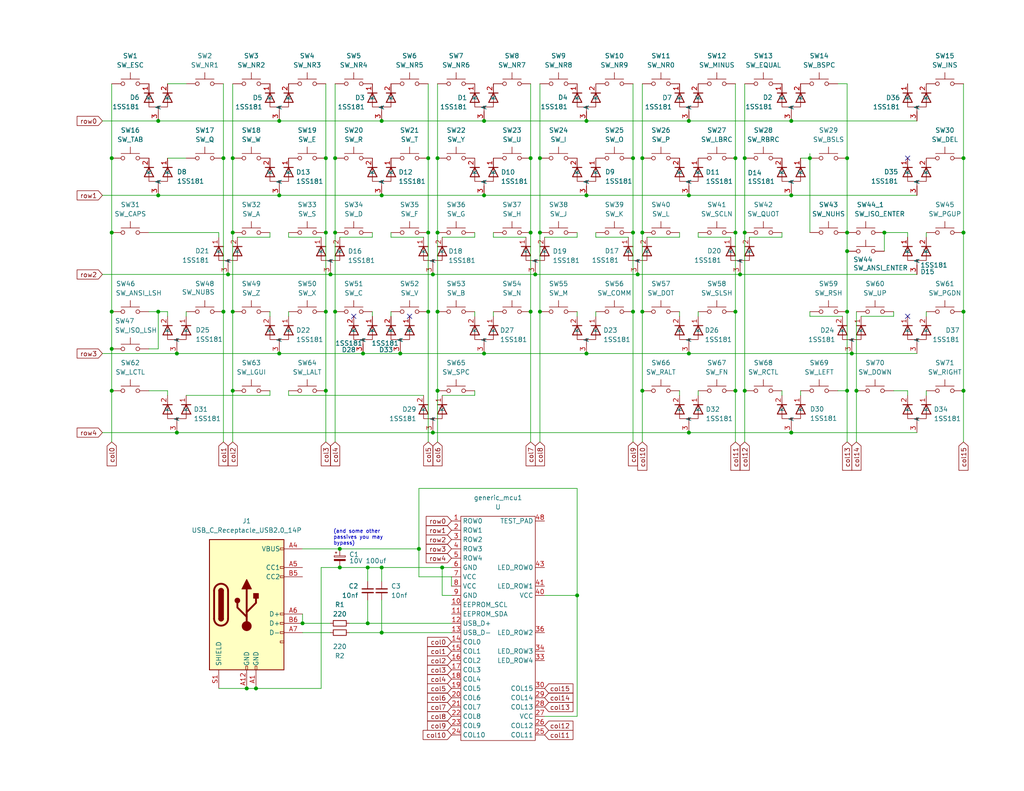
<source format=kicad_sch>
(kicad_sch
	(version 20231120)
	(generator "eeschema")
	(generator_version "8.0")
	(uuid "3a6d9647-67bf-408b-8b7a-44f79cb96345")
	(paper "USLetter")
	(title_block
		(title "magegee mk606 keyboard SWITCH matrix")
	)
	
	(junction
		(at 88.9 43.18)
		(diameter 0)
		(color 0 0 0 0)
		(uuid "037d4bf5-55c4-4dcf-a4d3-a71404a1b7e8")
	)
	(junction
		(at 215.9 33.02)
		(diameter 0)
		(color 0 0 0 0)
		(uuid "03b35cc4-9b51-400b-859c-d7d3149fd041")
	)
	(junction
		(at 146.05 74.93)
		(diameter 0)
		(color 0 0 0 0)
		(uuid "04cc0cf5-b00b-4683-9f0f-f7ad7cac0493")
	)
	(junction
		(at 233.68 106.68)
		(diameter 0)
		(color 0 0 0 0)
		(uuid "05283c72-8a56-4e55-9648-44691c6ea2f8")
	)
	(junction
		(at 88.9 63.5)
		(diameter 0)
		(color 0 0 0 0)
		(uuid "0a407118-2243-4a5a-b444-9e7b2cd272f2")
	)
	(junction
		(at 104.14 33.02)
		(diameter 0)
		(color 0 0 0 0)
		(uuid "0b25e014-6917-4bea-9424-1ac51cc9493e")
	)
	(junction
		(at 231.14 85.09)
		(diameter 0)
		(color 0 0 0 0)
		(uuid "0d01362f-2f95-4ed3-bdf8-432d800db804")
	)
	(junction
		(at 187.96 53.34)
		(diameter 0)
		(color 0 0 0 0)
		(uuid "0e510da0-3d48-4011-8c88-ee4d9e8f3d11")
	)
	(junction
		(at 63.5 85.09)
		(diameter 0)
		(color 0 0 0 0)
		(uuid "0f408ed0-2bf3-4254-abe4-00033015dd07")
	)
	(junction
		(at 109.22 96.52)
		(diameter 0)
		(color 0 0 0 0)
		(uuid "109db270-90a0-4b96-99b8-e34ffbe0b401")
	)
	(junction
		(at 203.2 43.18)
		(diameter 0)
		(color 0 0 0 0)
		(uuid "13fd293f-54c4-4ce9-9d6b-31ab7c19940d")
	)
	(junction
		(at 262.89 106.68)
		(diameter 0)
		(color 0 0 0 0)
		(uuid "145075d5-4bea-48f2-8097-5d38b87cdc0c")
	)
	(junction
		(at 172.72 63.5)
		(diameter 0)
		(color 0 0 0 0)
		(uuid "176e56b7-7af5-4c6f-8a74-69ebbfd6494c")
	)
	(junction
		(at 43.18 85.09)
		(diameter 0)
		(color 0 0 0 0)
		(uuid "18f82dae-abe9-4c50-b572-c4062eb990f8")
	)
	(junction
		(at 215.9 53.34)
		(diameter 0)
		(color 0 0 0 0)
		(uuid "1943c9d6-2a5a-4842-b3f0-168231050a6c")
	)
	(junction
		(at 147.32 63.5)
		(diameter 0)
		(color 0 0 0 0)
		(uuid "1bc425bc-5c98-4408-a45b-eb80f5e7ea78")
	)
	(junction
		(at 76.2 33.02)
		(diameter 0)
		(color 0 0 0 0)
		(uuid "1da2c546-80c5-48f4-84bb-97f109656681")
	)
	(junction
		(at 175.26 85.09)
		(diameter 0)
		(color 0 0 0 0)
		(uuid "226514b1-ed53-4422-9df9-7b736929a253")
	)
	(junction
		(at 48.26 96.52)
		(diameter 0)
		(color 0 0 0 0)
		(uuid "282961ea-11b5-4d72-87e3-7671617d034f")
	)
	(junction
		(at 104.14 172.72)
		(diameter 0)
		(color 0 0 0 0)
		(uuid "2a1ab901-4220-4622-9f5d-8e1dafe99f32")
	)
	(junction
		(at 30.48 95.25)
		(diameter 0)
		(color 0 0 0 0)
		(uuid "2c167a8c-b6e6-4cec-920c-6de7c157b266")
	)
	(junction
		(at 91.44 85.09)
		(diameter 0)
		(color 0 0 0 0)
		(uuid "2f8ae16f-9713-4a81-a81f-5e27b26f72e0")
	)
	(junction
		(at 120.65 154.94)
		(diameter 0)
		(color 0 0 0 0)
		(uuid "310be01e-dd89-4843-98bf-5869cc0f13cb")
	)
	(junction
		(at 232.41 96.52)
		(diameter 0)
		(color 0 0 0 0)
		(uuid "394c5867-8530-4baf-850c-9399c478e5f7")
	)
	(junction
		(at 92.71 149.86)
		(diameter 0)
		(color 0 0 0 0)
		(uuid "3aef13b8-2059-4d1e-b904-13886204b442")
	)
	(junction
		(at 119.38 85.09)
		(diameter 0)
		(color 0 0 0 0)
		(uuid "3b901dc7-4a9b-4d5b-97f1-cd8394a1333e")
	)
	(junction
		(at 99.06 96.52)
		(diameter 0)
		(color 0 0 0 0)
		(uuid "3e75efd0-2766-4c40-ba3a-359b4d2e6b29")
	)
	(junction
		(at 116.84 63.5)
		(diameter 0)
		(color 0 0 0 0)
		(uuid "42661ecb-f94f-4aa5-9a46-c26c1d0fd4d3")
	)
	(junction
		(at 173.99 74.93)
		(diameter 0)
		(color 0 0 0 0)
		(uuid "43251b68-c56c-4a5a-9639-f0f19d962bf0")
	)
	(junction
		(at 187.96 96.52)
		(diameter 0)
		(color 0 0 0 0)
		(uuid "4477810d-9935-498e-882b-f6159d2478d7")
	)
	(junction
		(at 88.9 85.09)
		(diameter 0)
		(color 0 0 0 0)
		(uuid "45d3ff86-4259-4818-ba05-fefb69c69735")
	)
	(junction
		(at 88.9 106.68)
		(diameter 0)
		(color 0 0 0 0)
		(uuid "48ac8e29-59b0-42e3-b3e3-bbe6f10c3d0b")
	)
	(junction
		(at 144.78 85.09)
		(diameter 0)
		(color 0 0 0 0)
		(uuid "49440505-b96e-449c-a204-2aafaab11420")
	)
	(junction
		(at 30.48 85.09)
		(diameter 0)
		(color 0 0 0 0)
		(uuid "4b5ecd09-38d2-4681-b642-b34b6eaae6b0")
	)
	(junction
		(at 201.93 74.93)
		(diameter 0)
		(color 0 0 0 0)
		(uuid "4e55c6fd-0554-4bb4-84a4-453d2a5de5e9")
	)
	(junction
		(at 231.14 43.18)
		(diameter 0)
		(color 0 0 0 0)
		(uuid "50632044-3572-4499-a3e7-5f8027becbe0")
	)
	(junction
		(at 118.11 74.93)
		(diameter 0)
		(color 0 0 0 0)
		(uuid "56eeb989-42d9-4be7-bd4e-6f4159c5009d")
	)
	(junction
		(at 215.9 118.11)
		(diameter 0)
		(color 0 0 0 0)
		(uuid "599baac6-69d1-4caf-b8bd-9cd63f5f60e3")
	)
	(junction
		(at 100.33 170.18)
		(diameter 0)
		(color 0 0 0 0)
		(uuid "5bcdbb5f-08bc-42ef-9b71-13021809e64c")
	)
	(junction
		(at 90.17 74.93)
		(diameter 0)
		(color 0 0 0 0)
		(uuid "5ff7cb9f-fa23-486a-80cb-f7c2538718cb")
	)
	(junction
		(at 119.38 106.68)
		(diameter 0)
		(color 0 0 0 0)
		(uuid "611c0fd8-66b1-49fe-a7b4-0495ed8a27f7")
	)
	(junction
		(at 262.89 43.18)
		(diameter 0)
		(color 0 0 0 0)
		(uuid "619dbd17-03b8-4f6a-8fe1-f3db13beaaa1")
	)
	(junction
		(at 175.26 106.68)
		(diameter 0)
		(color 0 0 0 0)
		(uuid "643d9f99-da9f-4332-b527-038eba047e2a")
	)
	(junction
		(at 104.14 53.34)
		(diameter 0)
		(color 0 0 0 0)
		(uuid "6567c2e1-bb2e-45b4-a444-69f885372b29")
	)
	(junction
		(at 118.11 118.11)
		(diameter 0)
		(color 0 0 0 0)
		(uuid "66ccf525-8802-4bad-8623-e3b17c846bfd")
	)
	(junction
		(at 187.96 118.11)
		(diameter 0)
		(color 0 0 0 0)
		(uuid "6c1bb3a2-0770-4916-a8a5-939b0b6f071f")
	)
	(junction
		(at 116.84 85.09)
		(diameter 0)
		(color 0 0 0 0)
		(uuid "6ceed524-6ab3-4261-91b1-600901e8d276")
	)
	(junction
		(at 91.44 63.5)
		(diameter 0)
		(color 0 0 0 0)
		(uuid "6f737409-a457-4eda-8378-c180b499fd53")
	)
	(junction
		(at 147.32 43.18)
		(diameter 0)
		(color 0 0 0 0)
		(uuid "6f8e97c8-cd48-4cc2-b5ef-91fc0612f791")
	)
	(junction
		(at 172.72 43.18)
		(diameter 0)
		(color 0 0 0 0)
		(uuid "6fce7ce1-e333-44dd-8f00-9651769c769e")
	)
	(junction
		(at 43.18 53.34)
		(diameter 0)
		(color 0 0 0 0)
		(uuid "704f5c66-38a1-4374-9ba0-57d76a29bed8")
	)
	(junction
		(at 231.14 63.5)
		(diameter 0)
		(color 0 0 0 0)
		(uuid "712349c1-9f84-449b-8dd4-d95bb546c0c9")
	)
	(junction
		(at 200.66 106.68)
		(diameter 0)
		(color 0 0 0 0)
		(uuid "71e0b4d6-2c03-4472-bd98-79bf85710ec9")
	)
	(junction
		(at 160.02 53.34)
		(diameter 0)
		(color 0 0 0 0)
		(uuid "72923356-1035-49c7-98cc-11fbf36a87e6")
	)
	(junction
		(at 30.48 63.5)
		(diameter 0)
		(color 0 0 0 0)
		(uuid "72ffcae3-ff28-42d6-9621-bd152c02fcb6")
	)
	(junction
		(at 48.26 118.11)
		(diameter 0)
		(color 0 0 0 0)
		(uuid "7567e185-f27c-4d01-973a-98daf8dd7499")
	)
	(junction
		(at 60.96 43.18)
		(diameter 0)
		(color 0 0 0 0)
		(uuid "76fbd926-107c-4b26-8ff7-ff09a7527ecc")
	)
	(junction
		(at 172.72 85.09)
		(diameter 0)
		(color 0 0 0 0)
		(uuid "78604da4-4a28-4b6f-9bd3-4516d773ecfc")
	)
	(junction
		(at 82.55 170.18)
		(diameter 0)
		(color 0 0 0 0)
		(uuid "7dec4b06-2bbb-4280-9972-b25f84e8a40b")
	)
	(junction
		(at 67.31 187.96)
		(diameter 0)
		(color 0 0 0 0)
		(uuid "7e3e1f7d-8f50-4c74-a63f-02f5ab82913d")
	)
	(junction
		(at 144.78 63.5)
		(diameter 0)
		(color 0 0 0 0)
		(uuid "7f3dce48-dda7-419b-9051-9f14c7f750be")
	)
	(junction
		(at 203.2 63.5)
		(diameter 0)
		(color 0 0 0 0)
		(uuid "812032d3-6276-4e34-8a9c-f5053d979ef1")
	)
	(junction
		(at 76.2 96.52)
		(diameter 0)
		(color 0 0 0 0)
		(uuid "817d27f7-2409-4d7f-a2a6-fe0203053d3b")
	)
	(junction
		(at 175.26 63.5)
		(diameter 0)
		(color 0 0 0 0)
		(uuid "823484b0-1f74-4d67-a259-a6e880a1af0f")
	)
	(junction
		(at 132.08 33.02)
		(diameter 0)
		(color 0 0 0 0)
		(uuid "84ce5f79-35d4-4f51-8dbe-d6255818e67e")
	)
	(junction
		(at 200.66 43.18)
		(diameter 0)
		(color 0 0 0 0)
		(uuid "8d3963d0-3d87-4a3a-b992-9cb6fbe06e3d")
	)
	(junction
		(at 30.48 43.18)
		(diameter 0)
		(color 0 0 0 0)
		(uuid "94727097-b1bb-4429-8c4c-41cf1c49e3f4")
	)
	(junction
		(at 231.14 68.58)
		(diameter 0)
		(color 0 0 0 0)
		(uuid "952040f3-5396-4a13-ba41-9ce257bcb08b")
	)
	(junction
		(at 200.66 63.5)
		(diameter 0)
		(color 0 0 0 0)
		(uuid "986ee273-0ebe-4b4a-8065-6deb39e2389b")
	)
	(junction
		(at 262.89 63.5)
		(diameter 0)
		(color 0 0 0 0)
		(uuid "9cf584ae-beea-46c6-b9ec-22095bf7f53b")
	)
	(junction
		(at 76.2 53.34)
		(diameter 0)
		(color 0 0 0 0)
		(uuid "a0fa1240-71bd-4610-8978-e3ca6066d812")
	)
	(junction
		(at 160.02 33.02)
		(diameter 0)
		(color 0 0 0 0)
		(uuid "a5a277c2-e410-4336-b713-3032775f75d9")
	)
	(junction
		(at 119.38 63.5)
		(diameter 0)
		(color 0 0 0 0)
		(uuid "a9d8c25a-5b8a-420b-a162-c8c1a57a2cfa")
	)
	(junction
		(at 63.5 106.68)
		(diameter 0)
		(color 0 0 0 0)
		(uuid "aca2bab1-56fe-45ef-ae25-b5a1d3ff06db")
	)
	(junction
		(at 187.96 33.02)
		(diameter 0)
		(color 0 0 0 0)
		(uuid "adcc79b8-5277-4744-9057-ec601411581c")
	)
	(junction
		(at 241.3 63.5)
		(diameter 0)
		(color 0 0 0 0)
		(uuid "af422339-3ab2-4836-b5bf-e21f9796b27d")
	)
	(junction
		(at 104.14 154.94)
		(diameter 0)
		(color 0 0 0 0)
		(uuid "afa5897c-6094-47cb-996b-556d7fa3d955")
	)
	(junction
		(at 147.32 85.09)
		(diameter 0)
		(color 0 0 0 0)
		(uuid "b2bffbfb-ac20-4d65-9a4d-51ffcbee0a44")
	)
	(junction
		(at 92.71 154.94)
		(diameter 0)
		(color 0 0 0 0)
		(uuid "ba70f3dd-d842-4f27-8ac6-9dd1a397ecb0")
	)
	(junction
		(at 63.5 43.18)
		(diameter 0)
		(color 0 0 0 0)
		(uuid "bba3c2ea-5a74-4f8b-bc40-e29ad6e21b20")
	)
	(junction
		(at 144.78 43.18)
		(diameter 0)
		(color 0 0 0 0)
		(uuid "bdbc263f-1623-4061-a113-599dd9ec7c5d")
	)
	(junction
		(at 114.3 149.86)
		(diameter 0)
		(color 0 0 0 0)
		(uuid "bdd896c2-338a-45c1-8e04-5e32b1efd211")
	)
	(junction
		(at 200.66 85.09)
		(diameter 0)
		(color 0 0 0 0)
		(uuid "bec87329-505b-4a60-85ac-359a48673122")
	)
	(junction
		(at 60.96 85.09)
		(diameter 0)
		(color 0 0 0 0)
		(uuid "c28fd1ad-5397-4b7b-99cd-252a613a1a66")
	)
	(junction
		(at 30.48 106.68)
		(diameter 0)
		(color 0 0 0 0)
		(uuid "c706d0f4-b807-4c39-bb93-927dc22ecdba")
	)
	(junction
		(at 63.5 63.5)
		(diameter 0)
		(color 0 0 0 0)
		(uuid "c8974f02-74eb-4a53-8422-51dfeb6c72f8")
	)
	(junction
		(at 132.08 53.34)
		(diameter 0)
		(color 0 0 0 0)
		(uuid "cb14b98c-569e-436c-a2ce-4e8077077ce3")
	)
	(junction
		(at 157.48 162.56)
		(diameter 0)
		(color 0 0 0 0)
		(uuid "d7791e4f-8b5b-4170-b4ef-4ce087dc3b42")
	)
	(junction
		(at 203.2 106.68)
		(diameter 0)
		(color 0 0 0 0)
		(uuid "d8003a75-1d62-437c-91ec-a8e819cd2d23")
	)
	(junction
		(at 91.44 43.18)
		(diameter 0)
		(color 0 0 0 0)
		(uuid "de709a1b-d696-45a6-9543-483fbda5f62f")
	)
	(junction
		(at 119.38 43.18)
		(diameter 0)
		(color 0 0 0 0)
		(uuid "e06b8357-7d88-4d74-80fe-cfbb70592f22")
	)
	(junction
		(at 175.26 43.18)
		(diameter 0)
		(color 0 0 0 0)
		(uuid "e1f19244-732a-47eb-9d15-caf19c95625f")
	)
	(junction
		(at 100.33 154.94)
		(diameter 0)
		(color 0 0 0 0)
		(uuid "e29cb8d6-c9ef-4faf-8880-50d9998e09d9")
	)
	(junction
		(at 160.02 96.52)
		(diameter 0)
		(color 0 0 0 0)
		(uuid "e4574fab-789d-4bdf-afc8-cb3b1cf65daf")
	)
	(junction
		(at 262.89 85.09)
		(diameter 0)
		(color 0 0 0 0)
		(uuid "e8a0bbd2-64cc-4492-ab4f-f0b6c34c959b")
	)
	(junction
		(at 116.84 43.18)
		(diameter 0)
		(color 0 0 0 0)
		(uuid "eb02609c-b5d4-4c9e-a8db-9f03f724b180")
	)
	(junction
		(at 132.08 96.52)
		(diameter 0)
		(color 0 0 0 0)
		(uuid "ef385ad2-d4e3-42a1-ba64-df22e733e38c")
	)
	(junction
		(at 62.23 74.93)
		(diameter 0)
		(color 0 0 0 0)
		(uuid "f40b8574-20e3-4c06-b6ab-f7bcd4be0657")
	)
	(junction
		(at 43.18 33.02)
		(diameter 0)
		(color 0 0 0 0)
		(uuid "f599ed39-fffe-475e-b002-93f3e6329646")
	)
	(junction
		(at 220.98 43.18)
		(diameter 0)
		(color 0 0 0 0)
		(uuid "f821960e-1fbb-4470-b766-b7d9d177f501")
	)
	(junction
		(at 69.85 187.96)
		(diameter 0)
		(color 0 0 0 0)
		(uuid "faad6fd3-d6c5-42f8-8c94-b8832e76ab7d")
	)
	(junction
		(at 231.14 106.68)
		(diameter 0)
		(color 0 0 0 0)
		(uuid "fcefb816-5a9b-4d7f-899d-1d02da68ef55")
	)
	(no_connect
		(at 247.65 43.18)
		(uuid "7fae8259-b589-4ba7-ab14-315d9fc2f03c")
	)
	(no_connect
		(at 111.76 86.36)
		(uuid "aabcb963-e11c-4d39-9841-2a7cdf3e49a0")
	)
	(no_connect
		(at 96.52 86.36)
		(uuid "f4aa5660-427b-4581-9934-ae6e2060a8a2")
	)
	(no_connect
		(at 247.65 86.36)
		(uuid "f5a7a0aa-7f4b-484e-9762-197de714a34b")
	)
	(wire
		(pts
			(xy 220.98 43.18) (xy 220.98 63.5)
		)
		(stroke
			(width 0)
			(type default)
		)
		(uuid "00fbece4-c1a8-403a-ab41-8ad9564a75bb")
	)
	(wire
		(pts
			(xy 187.96 33.02) (xy 215.9 33.02)
		)
		(stroke
			(width 0)
			(type default)
		)
		(uuid "01a8e1d4-be38-4d16-acdd-f42e2d935284")
	)
	(wire
		(pts
			(xy 116.84 63.5) (xy 116.84 85.09)
		)
		(stroke
			(width 0)
			(type default)
		)
		(uuid "02ddfc19-8f74-4348-add6-f74a7ee60591")
	)
	(wire
		(pts
			(xy 233.68 106.68) (xy 233.68 120.65)
		)
		(stroke
			(width 0)
			(type default)
		)
		(uuid "03be0e3b-c0f7-4aeb-ba1e-1c0cc07cc8e0")
	)
	(wire
		(pts
			(xy 252.73 106.68) (xy 252.73 107.95)
		)
		(stroke
			(width 0)
			(type default)
		)
		(uuid "04440bb9-0b08-459d-9d5c-ab4dd4c3801c")
	)
	(wire
		(pts
			(xy 67.31 187.96) (xy 69.85 187.96)
		)
		(stroke
			(width 0)
			(type default)
		)
		(uuid "06609bc8-991c-484c-b16b-253060904cfa")
	)
	(wire
		(pts
			(xy 73.66 64.77) (xy 64.77 64.77)
		)
		(stroke
			(width 0)
			(type default)
		)
		(uuid "07335c54-e159-4106-8621-6576c200505b")
	)
	(wire
		(pts
			(xy 27.94 96.52) (xy 48.26 96.52)
		)
		(stroke
			(width 0)
			(type default)
		)
		(uuid "08dd3287-8b54-41d3-8920-8914bffd1217")
	)
	(wire
		(pts
			(xy 172.72 63.5) (xy 172.72 85.09)
		)
		(stroke
			(width 0)
			(type default)
		)
		(uuid "09accda3-6ae7-4631-aaa1-25b8a1e99091")
	)
	(wire
		(pts
			(xy 120.65 154.94) (xy 123.19 154.94)
		)
		(stroke
			(width 0)
			(type default)
		)
		(uuid "0d3dea0f-0307-4493-ad2e-e9c396aced5b")
	)
	(wire
		(pts
			(xy 87.63 154.94) (xy 92.71 154.94)
		)
		(stroke
			(width 0)
			(type default)
		)
		(uuid "0d9cd1d3-74a9-4c30-adf6-76b219731fe3")
	)
	(wire
		(pts
			(xy 200.66 43.18) (xy 200.66 63.5)
		)
		(stroke
			(width 0)
			(type default)
		)
		(uuid "0e1c54a3-4c06-4252-9671-d7c6fb5803c5")
	)
	(wire
		(pts
			(xy 243.84 86.36) (xy 243.84 85.09)
		)
		(stroke
			(width 0)
			(type default)
		)
		(uuid "0efb25ed-5dff-4795-9431-883236d82c14")
	)
	(wire
		(pts
			(xy 119.38 85.09) (xy 119.38 63.5)
		)
		(stroke
			(width 0)
			(type default)
		)
		(uuid "0f4cb43f-f727-4a15-9b69-d6de60f5f20c")
	)
	(wire
		(pts
			(xy 147.32 22.86) (xy 147.32 43.18)
		)
		(stroke
			(width 0)
			(type default)
		)
		(uuid "10b330ec-38d8-4bc6-a1ff-31b6245c42b5")
	)
	(wire
		(pts
			(xy 45.72 106.68) (xy 45.72 107.95)
		)
		(stroke
			(width 0)
			(type default)
		)
		(uuid "15b6022d-be75-4c6d-aab3-e9382a26dc95")
	)
	(wire
		(pts
			(xy 215.9 53.34) (xy 250.19 53.34)
		)
		(stroke
			(width 0)
			(type default)
		)
		(uuid "1708d6d1-171f-4120-bf26-7448463420a1")
	)
	(wire
		(pts
			(xy 134.62 64.77) (xy 134.62 63.5)
		)
		(stroke
			(width 0)
			(type default)
		)
		(uuid "199a61a5-2dab-4f0a-856e-b1e343c0cdac")
	)
	(wire
		(pts
			(xy 82.55 167.64) (xy 82.55 170.18)
		)
		(stroke
			(width 0)
			(type default)
		)
		(uuid "1ec30ae5-376a-455d-92f8-8dff7ba80cb0")
	)
	(wire
		(pts
			(xy 30.48 106.68) (xy 30.48 120.65)
		)
		(stroke
			(width 0)
			(type default)
		)
		(uuid "1f3b91c4-8474-4485-824f-b19a664b4be6")
	)
	(wire
		(pts
			(xy 231.14 43.18) (xy 231.14 63.5)
		)
		(stroke
			(width 0)
			(type default)
		)
		(uuid "1ffc1ed7-f4d5-4d0c-a5a2-2bbae96fc48d")
	)
	(wire
		(pts
			(xy 115.57 64.77) (xy 106.68 64.77)
		)
		(stroke
			(width 0)
			(type default)
		)
		(uuid "20c17268-9376-46e9-8504-a16a4438ba19")
	)
	(wire
		(pts
			(xy 218.44 106.68) (xy 218.44 107.95)
		)
		(stroke
			(width 0)
			(type default)
		)
		(uuid "244fe0c6-e1ec-476a-8392-6d8feaabcd98")
	)
	(wire
		(pts
			(xy 228.6 106.68) (xy 231.14 106.68)
		)
		(stroke
			(width 0)
			(type default)
		)
		(uuid "24d8979a-359b-40bd-8b1d-66907d24d029")
	)
	(wire
		(pts
			(xy 241.3 63.5) (xy 241.3 68.58)
		)
		(stroke
			(width 0)
			(type default)
		)
		(uuid "2607d7d1-fa57-4467-a9df-d37937de5c76")
	)
	(wire
		(pts
			(xy 40.64 106.68) (xy 45.72 106.68)
		)
		(stroke
			(width 0)
			(type default)
		)
		(uuid "26d878b8-87cc-4e50-9ad8-b64c8b1a3e9d")
	)
	(wire
		(pts
			(xy 27.94 33.02) (xy 43.18 33.02)
		)
		(stroke
			(width 0)
			(type default)
		)
		(uuid "27b61a25-522a-45f3-8079-e05d85a0ebe8")
	)
	(wire
		(pts
			(xy 232.41 96.52) (xy 250.19 96.52)
		)
		(stroke
			(width 0)
			(type default)
		)
		(uuid "29c84c9f-60d5-41d8-b48f-51271598778f")
	)
	(wire
		(pts
			(xy 78.74 85.09) (xy 78.74 86.36)
		)
		(stroke
			(width 0)
			(type default)
		)
		(uuid "2b3e965f-8bc5-440c-85c5-827827a9afa1")
	)
	(wire
		(pts
			(xy 104.14 163.83) (xy 104.14 172.72)
		)
		(stroke
			(width 0)
			(type default)
		)
		(uuid "2b57e640-680d-4493-a423-f642257e2ebe")
	)
	(wire
		(pts
			(xy 157.48 63.5) (xy 157.48 64.77)
		)
		(stroke
			(width 0)
			(type default)
		)
		(uuid "2d37b653-8097-4a32-9e64-003a41305563")
	)
	(wire
		(pts
			(xy 200.66 85.09) (xy 200.66 106.68)
		)
		(stroke
			(width 0)
			(type default)
		)
		(uuid "2df3369d-b83f-4cbb-b807-fe966c2e03d3")
	)
	(wire
		(pts
			(xy 59.69 187.96) (xy 67.31 187.96)
		)
		(stroke
			(width 0)
			(type default)
		)
		(uuid "2e881246-0bc8-4336-a80e-2b5411edc698")
	)
	(wire
		(pts
			(xy 50.8 85.09) (xy 50.8 86.36)
		)
		(stroke
			(width 0)
			(type default)
		)
		(uuid "30119f6c-3efb-4c0b-b6be-f8dd730a3985")
	)
	(wire
		(pts
			(xy 104.14 172.72) (xy 123.19 172.72)
		)
		(stroke
			(width 0)
			(type default)
		)
		(uuid "30f72b6c-4fac-48a4-9b7e-2f6f12d89c2f")
	)
	(wire
		(pts
			(xy 252.73 63.5) (xy 252.73 64.77)
		)
		(stroke
			(width 0)
			(type default)
		)
		(uuid "32fa70b2-7908-4052-858a-b48e6a68d322")
	)
	(wire
		(pts
			(xy 78.74 64.77) (xy 78.74 63.5)
		)
		(stroke
			(width 0)
			(type default)
		)
		(uuid "3534eb5a-1de9-4914-9c72-9b629a55598f")
	)
	(wire
		(pts
			(xy 175.26 85.09) (xy 175.26 106.68)
		)
		(stroke
			(width 0)
			(type default)
		)
		(uuid "35fc25d3-0ae0-4686-901a-f51eec18030d")
	)
	(wire
		(pts
			(xy 118.11 74.93) (xy 146.05 74.93)
		)
		(stroke
			(width 0)
			(type default)
		)
		(uuid "37251149-39b7-4ec9-b3da-73e494bfe939")
	)
	(wire
		(pts
			(xy 134.62 85.09) (xy 134.62 86.36)
		)
		(stroke
			(width 0)
			(type default)
		)
		(uuid "3935a23f-fb91-4b69-b830-562937ea5621")
	)
	(wire
		(pts
			(xy 233.68 85.09) (xy 233.68 106.68)
		)
		(stroke
			(width 0)
			(type default)
		)
		(uuid "39a09c89-cd4e-4f56-b263-1441091105d4")
	)
	(wire
		(pts
			(xy 262.89 85.09) (xy 262.89 106.68)
		)
		(stroke
			(width 0)
			(type default)
		)
		(uuid "3b75ec6a-7f52-4a02-8225-401e6e94ea7c")
	)
	(wire
		(pts
			(xy 60.96 22.86) (xy 60.96 43.18)
		)
		(stroke
			(width 0)
			(type default)
		)
		(uuid "3bdfbda5-6ffd-465c-baca-5a97e2ff7793")
	)
	(wire
		(pts
			(xy 30.48 63.5) (xy 30.48 85.09)
		)
		(stroke
			(width 0)
			(type default)
		)
		(uuid "3be0d861-f688-4a54-b9c8-89cd140fed22")
	)
	(wire
		(pts
			(xy 73.66 85.09) (xy 73.66 86.36)
		)
		(stroke
			(width 0)
			(type default)
		)
		(uuid "3c7e3e9a-284e-42a1-bb2e-6648a3029159")
	)
	(wire
		(pts
			(xy 120.65 107.95) (xy 129.54 107.95)
		)
		(stroke
			(width 0)
			(type default)
		)
		(uuid "3ee2864e-ebd2-4336-9a99-697ed648c836")
	)
	(wire
		(pts
			(xy 247.65 63.5) (xy 247.65 64.77)
		)
		(stroke
			(width 0)
			(type default)
		)
		(uuid "40187485-8744-4b6d-bfa7-d13eabefdbbb")
	)
	(wire
		(pts
			(xy 203.2 106.68) (xy 203.2 120.65)
		)
		(stroke
			(width 0)
			(type default)
		)
		(uuid "44317295-d48f-4e21-9566-a7db6a5f44cd")
	)
	(wire
		(pts
			(xy 115.57 107.95) (xy 78.74 107.95)
		)
		(stroke
			(width 0)
			(type default)
		)
		(uuid "443949ed-cac1-480c-afe4-fa67dd61a391")
	)
	(wire
		(pts
			(xy 114.3 133.35) (xy 114.3 149.86)
		)
		(stroke
			(width 0)
			(type default)
		)
		(uuid "454e4c55-5fd4-4e84-b538-f115cf88ad4e")
	)
	(wire
		(pts
			(xy 45.72 43.18) (xy 50.8 43.18)
		)
		(stroke
			(width 0)
			(type default)
		)
		(uuid "45a1daea-ee5b-4d84-98b1-f794c352b7af")
	)
	(wire
		(pts
			(xy 119.38 106.68) (xy 119.38 120.65)
		)
		(stroke
			(width 0)
			(type default)
		)
		(uuid "4675e541-a96e-4ad8-a16d-cd0855bb1e3c")
	)
	(wire
		(pts
			(xy 43.18 85.09) (xy 45.72 85.09)
		)
		(stroke
			(width 0)
			(type default)
		)
		(uuid "48efe25e-729f-4ec3-99fd-d815cead8f61")
	)
	(wire
		(pts
			(xy 157.48 64.77) (xy 148.59 64.77)
		)
		(stroke
			(width 0)
			(type default)
		)
		(uuid "49e82157-a1b0-4900-8cf3-7e14a489d3e3")
	)
	(wire
		(pts
			(xy 190.5 85.09) (xy 190.5 86.36)
		)
		(stroke
			(width 0)
			(type default)
		)
		(uuid "4c2bf148-fb96-406f-a072-70b64f116455")
	)
	(wire
		(pts
			(xy 157.48 195.58) (xy 157.48 162.56)
		)
		(stroke
			(width 0)
			(type default)
		)
		(uuid "4cb6f9ce-bc37-4805-a67e-64cc59fdea35")
	)
	(wire
		(pts
			(xy 262.89 106.68) (xy 262.89 120.65)
		)
		(stroke
			(width 0)
			(type default)
		)
		(uuid "4facb13e-ebcd-438c-a433-124654b8ad42")
	)
	(wire
		(pts
			(xy 200.66 22.86) (xy 200.66 43.18)
		)
		(stroke
			(width 0)
			(type default)
		)
		(uuid "4fdac2c2-e8ce-4c2e-8584-baef58a8265b")
	)
	(wire
		(pts
			(xy 187.96 118.11) (xy 215.9 118.11)
		)
		(stroke
			(width 0)
			(type default)
		)
		(uuid "50af0992-90c7-49e8-a03a-6edb84ba57d9")
	)
	(wire
		(pts
			(xy 101.6 64.77) (xy 101.6 63.5)
		)
		(stroke
			(width 0)
			(type default)
		)
		(uuid "51c776cd-50cf-4c86-ad02-0eda2dcd993d")
	)
	(wire
		(pts
			(xy 88.9 22.86) (xy 88.9 43.18)
		)
		(stroke
			(width 0)
			(type default)
		)
		(uuid "5336462d-8636-4137-b32f-5b4be12493a4")
	)
	(wire
		(pts
			(xy 213.36 106.68) (xy 213.36 107.95)
		)
		(stroke
			(width 0)
			(type default)
		)
		(uuid "5354588a-42b8-49d3-af08-a9b9e56a70f3")
	)
	(wire
		(pts
			(xy 40.64 85.09) (xy 43.18 85.09)
		)
		(stroke
			(width 0)
			(type default)
		)
		(uuid "54f518ba-2eac-4a0d-a3f8-bb52dbaa878a")
	)
	(wire
		(pts
			(xy 175.26 63.5) (xy 175.26 85.09)
		)
		(stroke
			(width 0)
			(type default)
		)
		(uuid "56b2383c-57fc-40c3-98f1-581637ac6ddc")
	)
	(wire
		(pts
			(xy 90.17 74.93) (xy 118.11 74.93)
		)
		(stroke
			(width 0)
			(type default)
		)
		(uuid "5932da11-afd6-4e4b-952a-5d8cf84a9fed")
	)
	(wire
		(pts
			(xy 203.2 43.18) (xy 203.2 63.5)
		)
		(stroke
			(width 0)
			(type default)
		)
		(uuid "5acba8af-397e-443a-94eb-99e67e959be1")
	)
	(wire
		(pts
			(xy 63.5 85.09) (xy 63.5 106.68)
		)
		(stroke
			(width 0)
			(type default)
		)
		(uuid "5b903e9c-3fbc-4e94-bd8a-1ba11f040a6e")
	)
	(wire
		(pts
			(xy 147.32 85.09) (xy 147.32 120.65)
		)
		(stroke
			(width 0)
			(type default)
		)
		(uuid "5c71ef1e-3d9c-4365-ac02-d2ec9c0c0002")
	)
	(wire
		(pts
			(xy 146.05 74.93) (xy 173.99 74.93)
		)
		(stroke
			(width 0)
			(type default)
		)
		(uuid "5cd72f71-aad4-461f-8da8-02c3233d7ac9")
	)
	(wire
		(pts
			(xy 100.33 154.94) (xy 100.33 158.75)
		)
		(stroke
			(width 0)
			(type default)
		)
		(uuid "5dbfef92-4c0d-4740-80de-1b4990627f25")
	)
	(wire
		(pts
			(xy 123.19 162.56) (xy 120.65 162.56)
		)
		(stroke
			(width 0)
			(type default)
		)
		(uuid "6001604d-3c41-4e9d-a5cc-2f8630a63359")
	)
	(wire
		(pts
			(xy 234.95 86.36) (xy 243.84 86.36)
		)
		(stroke
			(width 0)
			(type default)
		)
		(uuid "601fef64-8b4c-4a23-8d85-d117d0819739")
	)
	(wire
		(pts
			(xy 129.54 85.09) (xy 129.54 86.36)
		)
		(stroke
			(width 0)
			(type default)
		)
		(uuid "606e4e4b-08f1-4af2-8408-89b66b230d3f")
	)
	(wire
		(pts
			(xy 185.42 64.77) (xy 185.42 63.5)
		)
		(stroke
			(width 0)
			(type default)
		)
		(uuid "61622536-bc27-4cbd-8be8-8171095e1993")
	)
	(wire
		(pts
			(xy 175.26 106.68) (xy 175.26 120.65)
		)
		(stroke
			(width 0)
			(type default)
		)
		(uuid "626f4b8b-5cf3-4841-84ff-97237452c957")
	)
	(wire
		(pts
			(xy 120.65 154.94) (xy 120.65 162.56)
		)
		(stroke
			(width 0)
			(type default)
		)
		(uuid "6294bfe0-5adc-4cbd-9b16-92f24b47e25f")
	)
	(wire
		(pts
			(xy 190.5 106.68) (xy 190.5 107.95)
		)
		(stroke
			(width 0)
			(type default)
		)
		(uuid "6429ac86-a588-4b37-aa12-0d37084053d8")
	)
	(wire
		(pts
			(xy 63.5 22.86) (xy 63.5 43.18)
		)
		(stroke
			(width 0)
			(type default)
		)
		(uuid "65cc5991-e113-4301-8709-15b3b3278cd1")
	)
	(wire
		(pts
			(xy 118.11 118.11) (xy 187.96 118.11)
		)
		(stroke
			(width 0)
			(type default)
		)
		(uuid "669d5cc0-0085-441e-85f0-b609a2c59457")
	)
	(wire
		(pts
			(xy 104.14 33.02) (xy 132.08 33.02)
		)
		(stroke
			(width 0)
			(type default)
		)
		(uuid "67ac750c-dccf-44a8-98d0-e73528aeaf21")
	)
	(wire
		(pts
			(xy 116.84 22.86) (xy 116.84 43.18)
		)
		(stroke
			(width 0)
			(type default)
		)
		(uuid "696752fb-bfff-4f70-aa41-994534dec391")
	)
	(wire
		(pts
			(xy 185.42 85.09) (xy 185.42 86.36)
		)
		(stroke
			(width 0)
			(type default)
		)
		(uuid "6a27e38e-5357-469a-befb-10a93266c2d2")
	)
	(wire
		(pts
			(xy 104.14 154.94) (xy 104.14 158.75)
		)
		(stroke
			(width 0)
			(type default)
		)
		(uuid "6a36022a-9fec-45fb-b5b5-5234049608ba")
	)
	(wire
		(pts
			(xy 262.89 63.5) (xy 262.89 85.09)
		)
		(stroke
			(width 0)
			(type default)
		)
		(uuid "6a451887-b4c0-4772-bbf3-01ddb654f4f4")
	)
	(wire
		(pts
			(xy 100.33 163.83) (xy 100.33 170.18)
		)
		(stroke
			(width 0)
			(type default)
		)
		(uuid "6a6d4835-bbfc-46fc-b59e-406f0b57ad78")
	)
	(wire
		(pts
			(xy 87.63 64.77) (xy 78.74 64.77)
		)
		(stroke
			(width 0)
			(type default)
		)
		(uuid "6bf13921-24f6-4c5d-89bc-912c6dbe5f9d")
	)
	(wire
		(pts
			(xy 73.66 106.68) (xy 73.66 107.95)
		)
		(stroke
			(width 0)
			(type default)
		)
		(uuid "6c219a34-86f3-4192-8984-d8f2d5b654fd")
	)
	(wire
		(pts
			(xy 162.56 85.09) (xy 162.56 86.36)
		)
		(stroke
			(width 0)
			(type default)
		)
		(uuid "6c2df23a-0c81-4f11-8ede-9b506382fc90")
	)
	(wire
		(pts
			(xy 91.44 85.09) (xy 91.44 120.65)
		)
		(stroke
			(width 0)
			(type default)
		)
		(uuid "6c823816-e199-4453-9088-5a8d17a66342")
	)
	(wire
		(pts
			(xy 48.26 118.11) (xy 118.11 118.11)
		)
		(stroke
			(width 0)
			(type default)
		)
		(uuid "6ce1f833-3beb-4f25-961d-0b51cb1830c0")
	)
	(wire
		(pts
			(xy 82.55 170.18) (xy 90.17 170.18)
		)
		(stroke
			(width 0)
			(type default)
		)
		(uuid "6d130269-031d-421b-83a1-5f3fe28b9eba")
	)
	(wire
		(pts
			(xy 27.94 118.11) (xy 48.26 118.11)
		)
		(stroke
			(width 0)
			(type default)
		)
		(uuid "6e148e5f-462c-45df-97dc-4a2e428363ba")
	)
	(wire
		(pts
			(xy 247.65 106.68) (xy 247.65 107.95)
		)
		(stroke
			(width 0)
			(type default)
		)
		(uuid "6e8546a8-6099-4ad2-a6ad-da3e8fc30b22")
	)
	(wire
		(pts
			(xy 252.73 85.09) (xy 252.73 86.36)
		)
		(stroke
			(width 0)
			(type default)
		)
		(uuid "6ec23a09-c774-4131-abc9-25ec10184086")
	)
	(wire
		(pts
			(xy 59.69 63.5) (xy 40.64 63.5)
		)
		(stroke
			(width 0)
			(type default)
		)
		(uuid "6ec3989b-0f1f-49bf-8eb5-923e14281d3d")
	)
	(wire
		(pts
			(xy 129.54 64.77) (xy 129.54 63.5)
		)
		(stroke
			(width 0)
			(type default)
		)
		(uuid "7153a7c5-3e51-4243-b0c2-2de39494d866")
	)
	(wire
		(pts
			(xy 87.63 187.96) (xy 87.63 154.94)
		)
		(stroke
			(width 0)
			(type default)
		)
		(uuid "7225e30b-d2e4-45b7-a95a-128caf6b10d6")
	)
	(wire
		(pts
			(xy 172.72 43.18) (xy 172.72 63.5)
		)
		(stroke
			(width 0)
			(type default)
		)
		(uuid "730f9a91-4376-4b4b-adeb-0b81845bcbe8")
	)
	(wire
		(pts
			(xy 171.45 64.77) (xy 162.56 64.77)
		)
		(stroke
			(width 0)
			(type default)
		)
		(uuid "73ac08f8-71af-4527-8da8-b1b996ed6ebc")
	)
	(wire
		(pts
			(xy 148.59 195.58) (xy 157.48 195.58)
		)
		(stroke
			(width 0)
			(type default)
		)
		(uuid "7550889d-81da-484b-8749-fc00d264d4c0")
	)
	(wire
		(pts
			(xy 106.68 64.77) (xy 106.68 63.5)
		)
		(stroke
			(width 0)
			(type default)
		)
		(uuid "77904b48-6f90-47cb-bd95-7eaad850e51b")
	)
	(wire
		(pts
			(xy 203.2 22.86) (xy 203.2 43.18)
		)
		(stroke
			(width 0)
			(type default)
		)
		(uuid "793df7f4-133e-4327-b74e-cf47fecb73e0")
	)
	(wire
		(pts
			(xy 43.18 33.02) (xy 76.2 33.02)
		)
		(stroke
			(width 0)
			(type default)
		)
		(uuid "79cf90a4-0f9f-4496-9fc2-4e5cef804dc7")
	)
	(wire
		(pts
			(xy 99.06 96.52) (xy 109.22 96.52)
		)
		(stroke
			(width 0)
			(type default)
		)
		(uuid "7a8208d5-d75d-4ae0-8865-6671bac837de")
	)
	(wire
		(pts
			(xy 144.78 22.86) (xy 144.78 43.18)
		)
		(stroke
			(width 0)
			(type default)
		)
		(uuid "7b812c30-6118-4d52-aa1d-6f92c31f6a79")
	)
	(wire
		(pts
			(xy 101.6 85.09) (xy 101.6 86.36)
		)
		(stroke
			(width 0)
			(type default)
		)
		(uuid "7bd71d40-611a-40e4-b03b-8ff38aa56678")
	)
	(wire
		(pts
			(xy 73.66 107.95) (xy 50.8 107.95)
		)
		(stroke
			(width 0)
			(type default)
		)
		(uuid "80999a05-3aef-4216-b556-c12a64803847")
	)
	(wire
		(pts
			(xy 185.42 106.68) (xy 185.42 107.95)
		)
		(stroke
			(width 0)
			(type default)
		)
		(uuid "8244e85e-089d-4514-8b79-705a63e20097")
	)
	(wire
		(pts
			(xy 220.98 86.36) (xy 220.98 85.09)
		)
		(stroke
			(width 0)
			(type default)
		)
		(uuid "845d6248-23d0-49fe-95d8-4b38ad6bb8f5")
	)
	(wire
		(pts
			(xy 91.44 43.18) (xy 91.44 63.5)
		)
		(stroke
			(width 0)
			(type default)
		)
		(uuid "85701deb-e906-4575-97f7-f9ff891c5741")
	)
	(wire
		(pts
			(xy 92.71 149.86) (xy 114.3 149.86)
		)
		(stroke
			(width 0)
			(type default)
		)
		(uuid "874ca67e-bf0c-498a-90fa-e1fb915dfc4f")
	)
	(wire
		(pts
			(xy 241.3 63.5) (xy 247.65 63.5)
		)
		(stroke
			(width 0)
			(type default)
		)
		(uuid "87b21e66-5a2b-4ea7-9792-684aa314e786")
	)
	(wire
		(pts
			(xy 100.33 154.94) (xy 104.14 154.94)
		)
		(stroke
			(width 0)
			(type default)
		)
		(uuid "87d13663-205e-4117-b136-9e94e49d40eb")
	)
	(wire
		(pts
			(xy 78.74 107.95) (xy 78.74 106.68)
		)
		(stroke
			(width 0)
			(type default)
		)
		(uuid "88728e91-b8d6-4aa2-8a12-3797b830b51b")
	)
	(wire
		(pts
			(xy 213.36 64.77) (xy 213.36 63.5)
		)
		(stroke
			(width 0)
			(type default)
		)
		(uuid "895a1747-8ff8-4e6c-b340-9d02e77c304c")
	)
	(wire
		(pts
			(xy 30.48 43.18) (xy 30.48 63.5)
		)
		(stroke
			(width 0)
			(type default)
		)
		(uuid "89d7db73-7a5c-4cf2-94a6-577283aa9316")
	)
	(wire
		(pts
			(xy 76.2 53.34) (xy 104.14 53.34)
		)
		(stroke
			(width 0)
			(type default)
		)
		(uuid "8a0de6bb-0400-4f10-acff-ec226a706abf")
	)
	(wire
		(pts
			(xy 157.48 162.56) (xy 157.48 133.35)
		)
		(stroke
			(width 0)
			(type default)
		)
		(uuid "8a2f03c7-dd6f-4656-a80c-4b95a4292b24")
	)
	(wire
		(pts
			(xy 129.54 107.95) (xy 129.54 106.68)
		)
		(stroke
			(width 0)
			(type default)
		)
		(uuid "8f95a917-5230-4b58-8519-ea01f77a5119")
	)
	(wire
		(pts
			(xy 91.44 22.86) (xy 91.44 43.18)
		)
		(stroke
			(width 0)
			(type default)
		)
		(uuid "90f2f867-4b64-47ef-a2a6-7112862aef22")
	)
	(wire
		(pts
			(xy 132.08 53.34) (xy 160.02 53.34)
		)
		(stroke
			(width 0)
			(type default)
		)
		(uuid "9124168e-aca9-4a5c-8041-dbb8a29f160c")
	)
	(wire
		(pts
			(xy 104.14 154.94) (xy 120.65 154.94)
		)
		(stroke
			(width 0)
			(type default)
		)
		(uuid "9145a0cf-09a3-4d62-aa5c-a65fd1d460f0")
	)
	(wire
		(pts
			(xy 59.69 63.5) (xy 59.69 64.77)
		)
		(stroke
			(width 0)
			(type default)
		)
		(uuid "9160ec22-ebd4-423c-ba89-948ab003494e")
	)
	(wire
		(pts
			(xy 220.98 41.91) (xy 220.98 43.18)
		)
		(stroke
			(width 0)
			(type default)
		)
		(uuid "9225bada-7370-4fa5-865a-3d60d6311339")
	)
	(wire
		(pts
			(xy 215.9 118.11) (xy 250.19 118.11)
		)
		(stroke
			(width 0)
			(type default)
		)
		(uuid "942f02c3-c680-4d54-9bdd-f589db6ed970")
	)
	(wire
		(pts
			(xy 262.89 43.18) (xy 262.89 63.5)
		)
		(stroke
			(width 0)
			(type default)
		)
		(uuid "973c244f-5b77-4a57-9ac1-fe652c52afb5")
	)
	(wire
		(pts
			(xy 119.38 22.86) (xy 119.38 43.18)
		)
		(stroke
			(width 0)
			(type default)
		)
		(uuid "999e10ef-58ca-4e01-8d2f-f7b9d79d8ef4")
	)
	(wire
		(pts
			(xy 91.44 63.5) (xy 91.44 85.09)
		)
		(stroke
			(width 0)
			(type default)
		)
		(uuid "9ae88f93-118d-4e26-88b3-3522e29fc501")
	)
	(wire
		(pts
			(xy 88.9 63.5) (xy 88.9 85.09)
		)
		(stroke
			(width 0)
			(type default)
		)
		(uuid "9c5ba455-9d7b-4a93-a06d-0d9555b32a85")
	)
	(wire
		(pts
			(xy 175.26 43.18) (xy 175.26 63.5)
		)
		(stroke
			(width 0)
			(type default)
		)
		(uuid "9d78347c-a0a7-4a9f-baba-518b45c76e18")
	)
	(wire
		(pts
			(xy 92.71 64.77) (xy 101.6 64.77)
		)
		(stroke
			(width 0)
			(type default)
		)
		(uuid "9d982f44-ffb0-413a-b314-966120081bfb")
	)
	(wire
		(pts
			(xy 119.38 43.18) (xy 119.38 63.5)
		)
		(stroke
			(width 0)
			(type default)
		)
		(uuid "9e1e2231-dbca-409e-9692-9cf1cf212892")
	)
	(wire
		(pts
			(xy 88.9 43.18) (xy 88.9 63.5)
		)
		(stroke
			(width 0)
			(type default)
		)
		(uuid "9ef44e94-8bf8-4f77-8b19-e07d3fabc648")
	)
	(wire
		(pts
			(xy 132.08 96.52) (xy 160.02 96.52)
		)
		(stroke
			(width 0)
			(type default)
		)
		(uuid "a0b015ff-8118-4c6a-9b29-55639ab446d6")
	)
	(wire
		(pts
			(xy 200.66 63.5) (xy 200.66 85.09)
		)
		(stroke
			(width 0)
			(type default)
		)
		(uuid "a23c4aac-e0d4-43eb-b349-3b8706b0ffbc")
	)
	(wire
		(pts
			(xy 228.6 22.86) (xy 231.14 22.86)
		)
		(stroke
			(width 0)
			(type default)
		)
		(uuid "a2642ca0-0b6a-4cb8-a05b-00b1c6f9aadc")
	)
	(wire
		(pts
			(xy 147.32 63.5) (xy 147.32 85.09)
		)
		(stroke
			(width 0)
			(type default)
		)
		(uuid "a38905f9-4c7b-4ac9-874e-bc806ab2f025")
	)
	(wire
		(pts
			(xy 162.56 64.77) (xy 162.56 63.5)
		)
		(stroke
			(width 0)
			(type default)
		)
		(uuid "a3d18e62-ed9f-4286-913f-bfad7527bc78")
	)
	(wire
		(pts
			(xy 190.5 63.5) (xy 190.5 64.77)
		)
		(stroke
			(width 0)
			(type default)
		)
		(uuid "a46f4c2a-3d93-42b8-bbc9-e560663535b5")
	)
	(wire
		(pts
			(xy 114.3 157.48) (xy 123.19 157.48)
		)
		(stroke
			(width 0)
			(type default)
		)
		(uuid "a56d51a3-d06a-4949-9d45-3ee9ebd0ffa3")
	)
	(wire
		(pts
			(xy 231.14 106.68) (xy 231.14 120.65)
		)
		(stroke
			(width 0)
			(type default)
		)
		(uuid "a6006e7a-8aee-4d34-a3ee-9ec3d91e46eb")
	)
	(wire
		(pts
			(xy 157.48 85.09) (xy 157.48 86.36)
		)
		(stroke
			(width 0)
			(type default)
		)
		(uuid "a92dd2aa-938d-4f3e-8185-755bfafe4d8a")
	)
	(wire
		(pts
			(xy 143.51 64.77) (xy 134.62 64.77)
		)
		(stroke
			(width 0)
			(type default)
		)
		(uuid "ad4392a4-84a1-4af5-ba66-6c747e38f4a5")
	)
	(wire
		(pts
			(xy 76.2 96.52) (xy 99.06 96.52)
		)
		(stroke
			(width 0)
			(type default)
		)
		(uuid "ae337dea-86ca-4d2f-b376-e27569aa0b25")
	)
	(wire
		(pts
			(xy 229.87 86.36) (xy 220.98 86.36)
		)
		(stroke
			(width 0)
			(type default)
		)
		(uuid "ae46d0ea-5df7-4e92-bf2f-af31f13e5c6e")
	)
	(wire
		(pts
			(xy 45.72 22.86) (xy 50.8 22.86)
		)
		(stroke
			(width 0)
			(type default)
		)
		(uuid "ae9bf4ec-c226-45be-b8fe-1aa5aa00d095")
	)
	(wire
		(pts
			(xy 172.72 22.86) (xy 172.72 43.18)
		)
		(stroke
			(width 0)
			(type default)
		)
		(uuid "af1e5a30-ee9e-49ad-9379-41c7a8811bcc")
	)
	(wire
		(pts
			(xy 172.72 85.09) (xy 172.72 120.65)
		)
		(stroke
			(width 0)
			(type default)
		)
		(uuid "b0b828c1-720d-40b2-a317-68392709a919")
	)
	(wire
		(pts
			(xy 48.26 96.52) (xy 76.2 96.52)
		)
		(stroke
			(width 0)
			(type default)
		)
		(uuid "b2f90855-752b-4c03-b92c-f11e80d65391")
	)
	(wire
		(pts
			(xy 63.5 63.5) (xy 63.5 85.09)
		)
		(stroke
			(width 0)
			(type default)
		)
		(uuid "b30281a6-d078-44b9-8c34-8b7b841c7d4a")
	)
	(wire
		(pts
			(xy 215.9 33.02) (xy 250.19 33.02)
		)
		(stroke
			(width 0)
			(type default)
		)
		(uuid "b7b84f40-406a-47b7-b130-f8ecbcd4eb17")
	)
	(wire
		(pts
			(xy 144.78 120.65) (xy 144.78 85.09)
		)
		(stroke
			(width 0)
			(type default)
		)
		(uuid "b80c234d-eef4-4f0e-a887-9627112f7bf7")
	)
	(wire
		(pts
			(xy 82.55 172.72) (xy 90.17 172.72)
		)
		(stroke
			(width 0)
			(type default)
		)
		(uuid "b9756e97-c7b2-4333-ab90-e69e45616c32")
	)
	(wire
		(pts
			(xy 231.14 63.5) (xy 231.14 68.58)
		)
		(stroke
			(width 0)
			(type default)
		)
		(uuid "ba123297-b3ed-44c5-9f98-efcbbf89f5b2")
	)
	(wire
		(pts
			(xy 76.2 33.02) (xy 104.14 33.02)
		)
		(stroke
			(width 0)
			(type default)
		)
		(uuid "bb7fb345-efd8-4b33-b213-833f88b21b59")
	)
	(wire
		(pts
			(xy 204.47 64.77) (xy 213.36 64.77)
		)
		(stroke
			(width 0)
			(type default)
		)
		(uuid "bbb43aee-9fee-4f06-9dfc-cc1119bf55a3")
	)
	(wire
		(pts
			(xy 114.3 149.86) (xy 114.3 157.48)
		)
		(stroke
			(width 0)
			(type default)
		)
		(uuid "bbc0e61e-56a2-4f65-8ae4-2e459477a893")
	)
	(wire
		(pts
			(xy 157.48 133.35) (xy 114.3 133.35)
		)
		(stroke
			(width 0)
			(type default)
		)
		(uuid "bd05cb88-b203-4d07-8d6c-7a1b4d26477d")
	)
	(wire
		(pts
			(xy 69.85 187.96) (xy 87.63 187.96)
		)
		(stroke
			(width 0)
			(type default)
		)
		(uuid "bda5fae7-2e91-430f-83cf-480864de81c8")
	)
	(wire
		(pts
			(xy 60.96 43.18) (xy 60.96 85.09)
		)
		(stroke
			(width 0)
			(type default)
		)
		(uuid "be9b695f-ca81-4397-9d42-8d3d25127597")
	)
	(wire
		(pts
			(xy 109.22 96.52) (xy 132.08 96.52)
		)
		(stroke
			(width 0)
			(type default)
		)
		(uuid "c2c836f1-ac86-42e3-adf9-1e06ff465eff")
	)
	(wire
		(pts
			(xy 144.78 63.5) (xy 144.78 85.09)
		)
		(stroke
			(width 0)
			(type default)
		)
		(uuid "c5f84fe1-7876-4dbe-93ce-07722e2642d4")
	)
	(wire
		(pts
			(xy 116.84 43.18) (xy 116.84 63.5)
		)
		(stroke
			(width 0)
			(type default)
		)
		(uuid "c9898987-71f3-4092-9326-37d76158fdbe")
	)
	(wire
		(pts
			(xy 187.96 53.34) (xy 215.9 53.34)
		)
		(stroke
			(width 0)
			(type default)
		)
		(uuid "cb8d0d6e-6601-44e3-8c6c-b9bd03243f6e")
	)
	(wire
		(pts
			(xy 62.23 74.93) (xy 90.17 74.93)
		)
		(stroke
			(width 0)
			(type default)
		)
		(uuid "ccb27607-e9a5-4bac-a996-b184e218f33c")
	)
	(wire
		(pts
			(xy 45.72 85.09) (xy 45.72 86.36)
		)
		(stroke
			(width 0)
			(type default)
		)
		(uuid "cd999cb0-69d7-4d02-b0b2-e1da77ee3620")
	)
	(wire
		(pts
			(xy 147.32 43.18) (xy 147.32 63.5)
		)
		(stroke
			(width 0)
			(type default)
		)
		(uuid "cf8d1228-14f2-476f-acc2-49c9f03caed5")
	)
	(wire
		(pts
			(xy 116.84 85.09) (xy 116.84 120.65)
		)
		(stroke
			(width 0)
			(type default)
		)
		(uuid "d12b410e-353c-48d0-b1c9-7d075a7eb092")
	)
	(wire
		(pts
			(xy 60.96 85.09) (xy 60.96 120.65)
		)
		(stroke
			(width 0)
			(type default)
		)
		(uuid "d156adfd-611d-4f9e-8191-22ab7c58e582")
	)
	(wire
		(pts
			(xy 119.38 85.09) (xy 119.38 106.68)
		)
		(stroke
			(width 0)
			(type default)
		)
		(uuid "d32231b5-1e38-48c1-b5be-87fd59408af8")
	)
	(wire
		(pts
			(xy 231.14 106.68) (xy 231.14 85.09)
		)
		(stroke
			(width 0)
			(type default)
		)
		(uuid "d3a27544-c6d3-4e33-8b50-18f67d967dcc")
	)
	(wire
		(pts
			(xy 187.96 96.52) (xy 232.41 96.52)
		)
		(stroke
			(width 0)
			(type default)
		)
		(uuid "d490a127-2862-4c1c-917f-3980a8738705")
	)
	(wire
		(pts
			(xy 190.5 64.77) (xy 199.39 64.77)
		)
		(stroke
			(width 0)
			(type default)
		)
		(uuid "d60f66af-b2e0-4196-b885-5f2affc4bc8f")
	)
	(wire
		(pts
			(xy 104.14 53.34) (xy 132.08 53.34)
		)
		(stroke
			(width 0)
			(type default)
		)
		(uuid "d6857c3d-23d0-4304-89e2-edcf0e3b35b3")
	)
	(wire
		(pts
			(xy 148.59 162.56) (xy 157.48 162.56)
		)
		(stroke
			(width 0)
			(type default)
		)
		(uuid "d9b1ea45-d9b7-465d-92d9-017b031206b4")
	)
	(wire
		(pts
			(xy 95.25 172.72) (xy 104.14 172.72)
		)
		(stroke
			(width 0)
			(type default)
		)
		(uuid "d9ee114e-2f08-4635-b38c-fa6b79e12478")
	)
	(wire
		(pts
			(xy 30.48 95.25) (xy 30.48 106.68)
		)
		(stroke
			(width 0)
			(type default)
		)
		(uuid "daf1f388-303b-41c1-9fda-c43f3b4bd536")
	)
	(wire
		(pts
			(xy 160.02 33.02) (xy 187.96 33.02)
		)
		(stroke
			(width 0)
			(type default)
		)
		(uuid "db7d6045-e214-4a1e-8c1c-ade000c2c29d")
	)
	(wire
		(pts
			(xy 200.66 106.68) (xy 200.66 120.65)
		)
		(stroke
			(width 0)
			(type default)
		)
		(uuid "dcebd466-f762-4f97-bd0a-20bf22ed006d")
	)
	(wire
		(pts
			(xy 132.08 33.02) (xy 160.02 33.02)
		)
		(stroke
			(width 0)
			(type default)
		)
		(uuid "ddcc9730-da3a-4086-87b9-253f1ea35ca9")
	)
	(wire
		(pts
			(xy 231.14 68.58) (xy 231.14 85.09)
		)
		(stroke
			(width 0)
			(type default)
		)
		(uuid "df529c9a-49d9-4c44-bdf6-58639650b3de")
	)
	(wire
		(pts
			(xy 120.65 64.77) (xy 129.54 64.77)
		)
		(stroke
			(width 0)
			(type default)
		)
		(uuid "df7e7de0-d2f3-47bc-ad90-361347df3d4f")
	)
	(wire
		(pts
			(xy 27.94 74.93) (xy 62.23 74.93)
		)
		(stroke
			(width 0)
			(type default)
		)
		(uuid "dfa5a69e-d7e4-4af9-9896-383cd527b6a5")
	)
	(wire
		(pts
			(xy 106.68 85.09) (xy 106.68 86.36)
		)
		(stroke
			(width 0)
			(type default)
		)
		(uuid "e29f8f26-1811-469a-ac15-71f6e4943fd2")
	)
	(wire
		(pts
			(xy 92.71 154.94) (xy 100.33 154.94)
		)
		(stroke
			(width 0)
			(type default)
		)
		(uuid "e2a1d736-c549-492e-8563-25a0f88ca6bf")
	)
	(wire
		(pts
			(xy 262.89 22.86) (xy 262.89 43.18)
		)
		(stroke
			(width 0)
			(type default)
		)
		(uuid "e302bdf3-6e75-4f6b-852a-ece36cbe68b5")
	)
	(wire
		(pts
			(xy 30.48 22.86) (xy 30.48 43.18)
		)
		(stroke
			(width 0)
			(type default)
		)
		(uuid "e4179f84-8e89-4442-9370-fa1d2c31ef99")
	)
	(wire
		(pts
			(xy 123.19 157.48) (xy 123.19 160.02)
		)
		(stroke
			(width 0)
			(type default)
		)
		(uuid "e44d2156-e8a0-42a7-8f67-8746bc34f0a1")
	)
	(wire
		(pts
			(xy 95.25 170.18) (xy 100.33 170.18)
		)
		(stroke
			(width 0)
			(type default)
		)
		(uuid "e4e63d09-10b6-4b73-9372-8c7b3f782460")
	)
	(wire
		(pts
			(xy 43.18 85.09) (xy 43.18 95.25)
		)
		(stroke
			(width 0)
			(type default)
		)
		(uuid "e5818db2-2864-4b5a-83c1-df691e061534")
	)
	(wire
		(pts
			(xy 173.99 74.93) (xy 201.93 74.93)
		)
		(stroke
			(width 0)
			(type default)
		)
		(uuid "e5e8e9b0-8e39-4a0a-94db-e4193e0e97c7")
	)
	(wire
		(pts
			(xy 88.9 106.68) (xy 88.9 120.65)
		)
		(stroke
			(width 0)
			(type default)
		)
		(uuid "e7f2dea3-de41-491c-acc2-5b1d2d964edf")
	)
	(wire
		(pts
			(xy 160.02 53.34) (xy 187.96 53.34)
		)
		(stroke
			(width 0)
			(type default)
		)
		(uuid "ed53cfde-f086-482f-a766-2edaf1db9711")
	)
	(wire
		(pts
			(xy 88.9 85.09) (xy 88.9 106.68)
		)
		(stroke
			(width 0)
			(type default)
		)
		(uuid "edfc5053-e448-4c61-aa77-f603a12419d5")
	)
	(wire
		(pts
			(xy 218.44 43.18) (xy 220.98 43.18)
		)
		(stroke
			(width 0)
			(type default)
		)
		(uuid "ee30f92c-7f29-4034-98b3-b97eeac59d12")
	)
	(wire
		(pts
			(xy 27.94 53.34) (xy 43.18 53.34)
		)
		(stroke
			(width 0)
			(type default)
		)
		(uuid "eed2d575-4ca2-48b5-8c83-0bab572a1a4e")
	)
	(wire
		(pts
			(xy 100.33 170.18) (xy 123.19 170.18)
		)
		(stroke
			(width 0)
			(type default)
		)
		(uuid "efd768e2-2623-4c2a-b118-7fc4cbdc5b16")
	)
	(wire
		(pts
			(xy 203.2 63.5) (xy 203.2 106.68)
		)
		(stroke
			(width 0)
			(type default)
		)
		(uuid "efec0f16-37c2-40ed-98d8-e540275e1bf2")
	)
	(wire
		(pts
			(xy 144.78 43.18) (xy 144.78 63.5)
		)
		(stroke
			(width 0)
			(type default)
		)
		(uuid "f0d24278-aab4-411b-9919-8e3715604db2")
	)
	(wire
		(pts
			(xy 247.65 106.68) (xy 243.84 106.68)
		)
		(stroke
			(width 0)
			(type default)
		)
		(uuid "f4e6a3cd-942a-4fa3-8744-95de4630e02e")
	)
	(wire
		(pts
			(xy 160.02 96.52) (xy 187.96 96.52)
		)
		(stroke
			(width 0)
			(type default)
		)
		(uuid "f6c3d0c8-144a-46d8-b676-dd6d3135c558")
	)
	(wire
		(pts
			(xy 40.64 95.25) (xy 43.18 95.25)
		)
		(stroke
			(width 0)
			(type default)
		)
		(uuid "f6f9de53-6a60-440e-8c47-a154df0f3baf")
	)
	(wire
		(pts
			(xy 201.93 74.93) (xy 250.19 74.93)
		)
		(stroke
			(width 0)
			(type default)
		)
		(uuid "f767c0e7-8d9e-43f3-b296-966e9ba2d382")
	)
	(wire
		(pts
			(xy 231.14 22.86) (xy 231.14 43.18)
		)
		(stroke
			(width 0)
			(type default)
		)
		(uuid "f816f7a3-3bf6-49bf-8588-151e9bf8ee31")
	)
	(wire
		(pts
			(xy 30.48 85.09) (xy 30.48 95.25)
		)
		(stroke
			(width 0)
			(type default)
		)
		(uuid "f8682b6d-bc47-4744-bde5-e5ca02253b17")
	)
	(wire
		(pts
			(xy 63.5 43.18) (xy 63.5 63.5)
		)
		(stroke
			(width 0)
			(type default)
		)
		(uuid "f86cb95d-ed96-4bcd-86ad-1e6a0ad16daa")
	)
	(wire
		(pts
			(xy 43.18 53.34) (xy 76.2 53.34)
		)
		(stroke
			(width 0)
			(type default)
		)
		(uuid "f8ac9265-1cfd-4116-b30d-381abc503cae")
	)
	(wire
		(pts
			(xy 175.26 22.86) (xy 175.26 43.18)
		)
		(stroke
			(width 0)
			(type default)
		)
		(uuid "fa26f40c-e1d8-4b32-8b53-3c4a780d98ed")
	)
	(wire
		(pts
			(xy 73.66 63.5) (xy 73.66 64.77)
		)
		(stroke
			(width 0)
			(type default)
		)
		(uuid "fb7e66c0-7e82-4af7-9e1f-1c94ab0c0d58")
	)
	(wire
		(pts
			(xy 176.53 64.77) (xy 185.42 64.77)
		)
		(stroke
			(width 0)
			(type default)
		)
		(uuid "fd3b6355-3235-47b2-a7e1-0d1db9a9a0fc")
	)
	(wire
		(pts
			(xy 82.55 149.86) (xy 92.71 149.86)
		)
		(stroke
			(width 0)
			(type default)
		)
		(uuid "fdc161f9-0fd3-4e30-b776-96badfe2d431")
	)
	(wire
		(pts
			(xy 63.5 106.68) (xy 63.5 120.65)
		)
		(stroke
			(width 0)
			(type default)
		)
		(uuid "fe3192fd-fd5f-445d-8246-903d9efc0f58")
	)
	(text "(and some other\npassives you may\nbypass)"
		(exclude_from_sim no)
		(at 90.932 146.812 0)
		(effects
			(font
				(size 1 1)
			)
			(justify left)
		)
		(uuid "724a3035-57d7-4b6b-b6dc-979a24556356")
	)
	(global_label "row4"
		(shape input)
		(at 123.19 152.4 180)
		(fields_autoplaced yes)
		(effects
			(font
				(size 1.27 1.27)
			)
			(justify right)
		)
		(uuid "1268e5a1-0ba5-4573-a3f0-9fe3e2262757")
		(property "Intersheetrefs" "${INTERSHEET_REFS}"
			(at 115.7296 152.4 0)
			(effects
				(font
					(size 1.27 1.27)
				)
				(justify right)
				(hide yes)
			)
		)
	)
	(global_label "col2"
		(shape input)
		(at 123.19 180.34 180)
		(fields_autoplaced yes)
		(effects
			(font
				(size 1.27 1.27)
			)
			(justify right)
		)
		(uuid "13750757-962e-405a-a837-7f40cc0da50d")
		(property "Intersheetrefs" "${INTERSHEET_REFS}"
			(at 116.0925 180.34 0)
			(effects
				(font
					(size 1.27 1.27)
				)
				(justify right)
				(hide yes)
			)
		)
	)
	(global_label "col3"
		(shape input)
		(at 88.9 120.65 270)
		(fields_autoplaced yes)
		(effects
			(font
				(size 1.27 1.27)
			)
			(justify right)
		)
		(uuid "25437149-abcc-4d92-a27c-2a60e4ebff8e")
		(property "Intersheetrefs" "${INTERSHEET_REFS}"
			(at 88.9 127.7475 90)
			(effects
				(font
					(size 1.27 1.27)
				)
				(justify right)
				(hide yes)
			)
		)
	)
	(global_label "col10"
		(shape input)
		(at 123.19 200.66 180)
		(fields_autoplaced yes)
		(effects
			(font
				(size 1.27 1.27)
			)
			(justify right)
		)
		(uuid "26503ed5-ddb5-4ac1-9791-569edf3491f3")
		(property "Intersheetrefs" "${INTERSHEET_REFS}"
			(at 114.883 200.66 0)
			(effects
				(font
					(size 1.27 1.27)
				)
				(justify right)
				(hide yes)
			)
		)
	)
	(global_label "row2"
		(shape input)
		(at 27.94 74.93 180)
		(fields_autoplaced yes)
		(effects
			(font
				(size 1.27 1.27)
			)
			(justify right)
		)
		(uuid "2ec77b69-3577-4bfa-9ca6-d513c03129e4")
		(property "Intersheetrefs" "${INTERSHEET_REFS}"
			(at 20.4796 74.93 0)
			(effects
				(font
					(size 1.27 1.27)
				)
				(justify right)
				(hide yes)
			)
		)
	)
	(global_label "col8"
		(shape input)
		(at 123.19 195.58 180)
		(fields_autoplaced yes)
		(effects
			(font
				(size 1.27 1.27)
			)
			(justify right)
		)
		(uuid "31542428-1eaf-45fb-909f-3401e7a594af")
		(property "Intersheetrefs" "${INTERSHEET_REFS}"
			(at 116.0925 195.58 0)
			(effects
				(font
					(size 1.27 1.27)
				)
				(justify right)
				(hide yes)
			)
		)
	)
	(global_label "col9"
		(shape input)
		(at 172.72 120.65 270)
		(fields_autoplaced yes)
		(effects
			(font
				(size 1.27 1.27)
			)
			(justify right)
		)
		(uuid "34b601e5-074f-4845-9c05-7dde5c1cc840")
		(property "Intersheetrefs" "${INTERSHEET_REFS}"
			(at 172.72 127.7475 90)
			(effects
				(font
					(size 1.27 1.27)
				)
				(justify right)
				(hide yes)
			)
		)
	)
	(global_label "col10"
		(shape input)
		(at 175.26 120.65 270)
		(fields_autoplaced yes)
		(effects
			(font
				(size 1.27 1.27)
			)
			(justify right)
		)
		(uuid "3519b678-52d8-4670-b821-8096be4c5ff0")
		(property "Intersheetrefs" "${INTERSHEET_REFS}"
			(at 175.26 128.957 90)
			(effects
				(font
					(size 1.27 1.27)
				)
				(justify right)
				(hide yes)
			)
		)
	)
	(global_label "col3"
		(shape input)
		(at 123.19 182.88 180)
		(fields_autoplaced yes)
		(effects
			(font
				(size 1.27 1.27)
			)
			(justify right)
		)
		(uuid "3c8ac390-1e67-46d8-9d6f-56ea114d2b4c")
		(property "Intersheetrefs" "${INTERSHEET_REFS}"
			(at 116.0925 182.88 0)
			(effects
				(font
					(size 1.27 1.27)
				)
				(justify right)
				(hide yes)
			)
		)
	)
	(global_label "col15"
		(shape input)
		(at 148.59 187.96 0)
		(fields_autoplaced yes)
		(effects
			(font
				(size 1.27 1.27)
			)
			(justify left)
		)
		(uuid "3e7b0e67-47ce-4b14-8aad-758485e0bb0a")
		(property "Intersheetrefs" "${INTERSHEET_REFS}"
			(at 156.897 187.96 0)
			(effects
				(font
					(size 1.27 1.27)
				)
				(justify left)
				(hide yes)
			)
		)
	)
	(global_label "col7"
		(shape input)
		(at 123.19 193.04 180)
		(fields_autoplaced yes)
		(effects
			(font
				(size 1.27 1.27)
			)
			(justify right)
		)
		(uuid "44861424-3b4e-4eb4-b176-f6091f39a717")
		(property "Intersheetrefs" "${INTERSHEET_REFS}"
			(at 116.0925 193.04 0)
			(effects
				(font
					(size 1.27 1.27)
				)
				(justify right)
				(hide yes)
			)
		)
	)
	(global_label "row1"
		(shape input)
		(at 27.94 53.34 180)
		(fields_autoplaced yes)
		(effects
			(font
				(size 1.27 1.27)
			)
			(justify right)
		)
		(uuid "4a81d6fb-a2cc-4a43-8c0d-7c6f5854306e")
		(property "Intersheetrefs" "${INTERSHEET_REFS}"
			(at 20.4796 53.34 0)
			(effects
				(font
					(size 1.27 1.27)
				)
				(justify right)
				(hide yes)
			)
		)
	)
	(global_label "row4"
		(shape input)
		(at 27.94 118.11 180)
		(fields_autoplaced yes)
		(effects
			(font
				(size 1.27 1.27)
			)
			(justify right)
		)
		(uuid "502563c5-28a7-4d7d-a6e5-f01e9f905062")
		(property "Intersheetrefs" "${INTERSHEET_REFS}"
			(at 20.4796 118.11 0)
			(effects
				(font
					(size 1.27 1.27)
				)
				(justify right)
				(hide yes)
			)
		)
	)
	(global_label "col4"
		(shape input)
		(at 91.44 120.65 270)
		(fields_autoplaced yes)
		(effects
			(font
				(size 1.27 1.27)
			)
			(justify right)
		)
		(uuid "59adc46a-3906-49d7-baa8-554be06d8c3b")
		(property "Intersheetrefs" "${INTERSHEET_REFS}"
			(at 91.44 127.7475 90)
			(effects
				(font
					(size 1.27 1.27)
				)
				(justify right)
				(hide yes)
			)
		)
	)
	(global_label "col11"
		(shape input)
		(at 148.59 200.66 0)
		(fields_autoplaced yes)
		(effects
			(font
				(size 1.27 1.27)
			)
			(justify left)
		)
		(uuid "61c6c7ea-7337-498c-a472-5d9758834d3e")
		(property "Intersheetrefs" "${INTERSHEET_REFS}"
			(at 156.897 200.66 0)
			(effects
				(font
					(size 1.27 1.27)
				)
				(justify left)
				(hide yes)
			)
		)
	)
	(global_label "col0"
		(shape input)
		(at 123.19 175.26 180)
		(fields_autoplaced yes)
		(effects
			(font
				(size 1.27 1.27)
			)
			(justify right)
		)
		(uuid "6646a908-a46c-47a9-9a89-916902d4df4f")
		(property "Intersheetrefs" "${INTERSHEET_REFS}"
			(at 116.0925 175.26 0)
			(effects
				(font
					(size 1.27 1.27)
				)
				(justify right)
				(hide yes)
			)
		)
	)
	(global_label "col5"
		(shape input)
		(at 123.19 187.96 180)
		(fields_autoplaced yes)
		(effects
			(font
				(size 1.27 1.27)
			)
			(justify right)
		)
		(uuid "6c5c8a87-abee-4de7-aa0f-274633bb8f81")
		(property "Intersheetrefs" "${INTERSHEET_REFS}"
			(at 116.0925 187.96 0)
			(effects
				(font
					(size 1.27 1.27)
				)
				(justify right)
				(hide yes)
			)
		)
	)
	(global_label "col5"
		(shape input)
		(at 116.84 120.65 270)
		(fields_autoplaced yes)
		(effects
			(font
				(size 1.27 1.27)
			)
			(justify right)
		)
		(uuid "7441c920-c384-4e6f-a77d-a09596f66df7")
		(property "Intersheetrefs" "${INTERSHEET_REFS}"
			(at 116.84 127.7475 90)
			(effects
				(font
					(size 1.27 1.27)
				)
				(justify right)
				(hide yes)
			)
		)
	)
	(global_label "col1"
		(shape input)
		(at 123.19 177.8 180)
		(fields_autoplaced yes)
		(effects
			(font
				(size 1.27 1.27)
			)
			(justify right)
		)
		(uuid "76c57e9c-87ea-4aad-a213-2ac773c2bd5c")
		(property "Intersheetrefs" "${INTERSHEET_REFS}"
			(at 116.0925 177.8 0)
			(effects
				(font
					(size 1.27 1.27)
				)
				(justify right)
				(hide yes)
			)
		)
	)
	(global_label "col2"
		(shape input)
		(at 63.5 120.65 270)
		(fields_autoplaced yes)
		(effects
			(font
				(size 1.27 1.27)
			)
			(justify right)
		)
		(uuid "76ccf1db-f5cb-42c9-a00f-d6b8c6e7c450")
		(property "Intersheetrefs" "${INTERSHEET_REFS}"
			(at 63.5 127.7475 90)
			(effects
				(font
					(size 1.27 1.27)
				)
				(justify right)
				(hide yes)
			)
		)
	)
	(global_label "col13"
		(shape input)
		(at 148.59 193.04 0)
		(fields_autoplaced yes)
		(effects
			(font
				(size 1.27 1.27)
			)
			(justify left)
		)
		(uuid "7a5dc3e6-9eca-4240-b80e-cd81890254b7")
		(property "Intersheetrefs" "${INTERSHEET_REFS}"
			(at 156.897 193.04 0)
			(effects
				(font
					(size 1.27 1.27)
				)
				(justify left)
				(hide yes)
			)
		)
	)
	(global_label "col15"
		(shape input)
		(at 262.89 120.65 270)
		(fields_autoplaced yes)
		(effects
			(font
				(size 1.27 1.27)
			)
			(justify right)
		)
		(uuid "7b06b280-c271-4914-a65d-f769b4d283cf")
		(property "Intersheetrefs" "${INTERSHEET_REFS}"
			(at 262.89 128.957 90)
			(effects
				(font
					(size 1.27 1.27)
				)
				(justify right)
				(hide yes)
			)
		)
	)
	(global_label "row3"
		(shape input)
		(at 27.94 96.52 180)
		(fields_autoplaced yes)
		(effects
			(font
				(size 1.27 1.27)
			)
			(justify right)
		)
		(uuid "90170ad4-d020-419e-8d34-86028decf4c3")
		(property "Intersheetrefs" "${INTERSHEET_REFS}"
			(at 20.4796 96.52 0)
			(effects
				(font
					(size 1.27 1.27)
				)
				(justify right)
				(hide yes)
			)
		)
	)
	(global_label "col1"
		(shape input)
		(at 60.96 120.65 270)
		(fields_autoplaced yes)
		(effects
			(font
				(size 1.27 1.27)
			)
			(justify right)
		)
		(uuid "976a731e-5ec0-4271-a927-6f9e19466989")
		(property "Intersheetrefs" "${INTERSHEET_REFS}"
			(at 60.96 127.7475 90)
			(effects
				(font
					(size 1.27 1.27)
				)
				(justify right)
				(hide yes)
			)
		)
	)
	(global_label "col7"
		(shape input)
		(at 144.78 120.65 270)
		(fields_autoplaced yes)
		(effects
			(font
				(size 1.27 1.27)
			)
			(justify right)
		)
		(uuid "97aca3e7-794e-4d4b-9ebf-9b7a1eb0b30f")
		(property "Intersheetrefs" "${INTERSHEET_REFS}"
			(at 144.78 127.7475 90)
			(effects
				(font
					(size 1.27 1.27)
				)
				(justify right)
				(hide yes)
			)
		)
	)
	(global_label "col14"
		(shape input)
		(at 233.68 120.65 270)
		(fields_autoplaced yes)
		(effects
			(font
				(size 1.27 1.27)
			)
			(justify right)
		)
		(uuid "9a645d53-c5b3-4d95-a56f-a44e299f4087")
		(property "Intersheetrefs" "${INTERSHEET_REFS}"
			(at 233.68 128.957 90)
			(effects
				(font
					(size 1.27 1.27)
				)
				(justify right)
				(hide yes)
			)
		)
	)
	(global_label "col14"
		(shape input)
		(at 148.59 190.5 0)
		(fields_autoplaced yes)
		(effects
			(font
				(size 1.27 1.27)
			)
			(justify left)
		)
		(uuid "9d69395f-04b2-4a81-ae0d-e8219b2cf4d6")
		(property "Intersheetrefs" "${INTERSHEET_REFS}"
			(at 156.897 190.5 0)
			(effects
				(font
					(size 1.27 1.27)
				)
				(justify left)
				(hide yes)
			)
		)
	)
	(global_label "col4"
		(shape input)
		(at 123.19 185.42 180)
		(fields_autoplaced yes)
		(effects
			(font
				(size 1.27 1.27)
			)
			(justify right)
		)
		(uuid "a1485390-aa78-4f00-bf3e-697c93d7ce6d")
		(property "Intersheetrefs" "${INTERSHEET_REFS}"
			(at 116.0925 185.42 0)
			(effects
				(font
					(size 1.27 1.27)
				)
				(justify right)
				(hide yes)
			)
		)
	)
	(global_label "col12"
		(shape input)
		(at 203.2 120.65 270)
		(fields_autoplaced yes)
		(effects
			(font
				(size 1.27 1.27)
			)
			(justify right)
		)
		(uuid "a6875515-3482-4475-b22e-e5add31d7a1d")
		(property "Intersheetrefs" "${INTERSHEET_REFS}"
			(at 203.2 128.957 90)
			(effects
				(font
					(size 1.27 1.27)
				)
				(justify right)
				(hide yes)
			)
		)
	)
	(global_label "col11"
		(shape input)
		(at 200.66 120.65 270)
		(fields_autoplaced yes)
		(effects
			(font
				(size 1.27 1.27)
			)
			(justify right)
		)
		(uuid "aaee7908-8116-4d1d-927c-f914270dcafb")
		(property "Intersheetrefs" "${INTERSHEET_REFS}"
			(at 200.66 128.957 90)
			(effects
				(font
					(size 1.27 1.27)
				)
				(justify right)
				(hide yes)
			)
		)
	)
	(global_label "row1"
		(shape input)
		(at 123.19 144.78 180)
		(fields_autoplaced yes)
		(effects
			(font
				(size 1.27 1.27)
			)
			(justify right)
		)
		(uuid "b2215a59-4a5d-4762-ae8e-f560a5470277")
		(property "Intersheetrefs" "${INTERSHEET_REFS}"
			(at 115.7296 144.78 0)
			(effects
				(font
					(size 1.27 1.27)
				)
				(justify right)
				(hide yes)
			)
		)
	)
	(global_label "col6"
		(shape input)
		(at 119.38 120.65 270)
		(fields_autoplaced yes)
		(effects
			(font
				(size 1.27 1.27)
			)
			(justify right)
		)
		(uuid "b8a4b65d-2406-4e86-b1ab-17b2d396827d")
		(property "Intersheetrefs" "${INTERSHEET_REFS}"
			(at 119.38 127.7475 90)
			(effects
				(font
					(size 1.27 1.27)
				)
				(justify right)
				(hide yes)
			)
		)
	)
	(global_label "row0"
		(shape input)
		(at 27.94 33.02 180)
		(fields_autoplaced yes)
		(effects
			(font
				(size 1.27 1.27)
			)
			(justify right)
		)
		(uuid "b8fd7608-01ef-4aa5-b97e-ddde999ff924")
		(property "Intersheetrefs" "${INTERSHEET_REFS}"
			(at 20.4796 33.02 0)
			(effects
				(font
					(size 1.27 1.27)
				)
				(justify right)
				(hide yes)
			)
		)
	)
	(global_label "col0"
		(shape input)
		(at 30.48 120.65 270)
		(fields_autoplaced yes)
		(effects
			(font
				(size 1.27 1.27)
			)
			(justify right)
		)
		(uuid "ba2666b9-eec3-4074-9ed4-507e89e3f803")
		(property "Intersheetrefs" "${INTERSHEET_REFS}"
			(at 30.48 127.7475 90)
			(effects
				(font
					(size 1.27 1.27)
				)
				(justify right)
				(hide yes)
			)
		)
	)
	(global_label "row2"
		(shape input)
		(at 123.19 147.32 180)
		(fields_autoplaced yes)
		(effects
			(font
				(size 1.27 1.27)
			)
			(justify right)
		)
		(uuid "bd622154-c258-4ac5-ae58-ff745fef8c36")
		(property "Intersheetrefs" "${INTERSHEET_REFS}"
			(at 115.7296 147.32 0)
			(effects
				(font
					(size 1.27 1.27)
				)
				(justify right)
				(hide yes)
			)
		)
	)
	(global_label "col12"
		(shape input)
		(at 148.59 198.12 0)
		(fields_autoplaced yes)
		(effects
			(font
				(size 1.27 1.27)
			)
			(justify left)
		)
		(uuid "c78b8c1d-093d-4d01-9efa-4a28d87223ab")
		(property "Intersheetrefs" "${INTERSHEET_REFS}"
			(at 156.897 198.12 0)
			(effects
				(font
					(size 1.27 1.27)
				)
				(justify left)
				(hide yes)
			)
		)
	)
	(global_label "col8"
		(shape input)
		(at 147.32 120.65 270)
		(fields_autoplaced yes)
		(effects
			(font
				(size 1.27 1.27)
			)
			(justify right)
		)
		(uuid "d16bf8da-d50a-4410-bff5-44886ef3c105")
		(property "Intersheetrefs" "${INTERSHEET_REFS}"
			(at 147.32 127.7475 90)
			(effects
				(font
					(size 1.27 1.27)
				)
				(justify right)
				(hide yes)
			)
		)
	)
	(global_label "row3"
		(shape input)
		(at 123.19 149.86 180)
		(fields_autoplaced yes)
		(effects
			(font
				(size 1.27 1.27)
			)
			(justify right)
		)
		(uuid "daa7d87e-be08-443e-b53e-6ddf4f939a1b")
		(property "Intersheetrefs" "${INTERSHEET_REFS}"
			(at 115.7296 149.86 0)
			(effects
				(font
					(size 1.27 1.27)
				)
				(justify right)
				(hide yes)
			)
		)
	)
	(global_label "col6"
		(shape input)
		(at 123.19 190.5 180)
		(fields_autoplaced yes)
		(effects
			(font
				(size 1.27 1.27)
			)
			(justify right)
		)
		(uuid "e9b8953e-4ea8-4a56-ae93-455e9a97ae03")
		(property "Intersheetrefs" "${INTERSHEET_REFS}"
			(at 116.0925 190.5 0)
			(effects
				(font
					(size 1.27 1.27)
				)
				(justify right)
				(hide yes)
			)
		)
	)
	(global_label "col9"
		(shape input)
		(at 123.19 198.12 180)
		(fields_autoplaced yes)
		(effects
			(font
				(size 1.27 1.27)
			)
			(justify right)
		)
		(uuid "eee94cac-4829-4be4-8fc0-e5db4ef43d17")
		(property "Intersheetrefs" "${INTERSHEET_REFS}"
			(at 116.0925 198.12 0)
			(effects
				(font
					(size 1.27 1.27)
				)
				(justify right)
				(hide yes)
			)
		)
	)
	(global_label "row0"
		(shape input)
		(at 123.19 142.24 180)
		(fields_autoplaced yes)
		(effects
			(font
				(size 1.27 1.27)
			)
			(justify right)
		)
		(uuid "f03e21b6-bef3-4b12-9f6f-73a9fd40ff6c")
		(property "Intersheetrefs" "${INTERSHEET_REFS}"
			(at 115.7296 142.24 0)
			(effects
				(font
					(size 1.27 1.27)
				)
				(justify right)
				(hide yes)
			)
		)
	)
	(global_label "col13"
		(shape input)
		(at 231.14 120.65 270)
		(fields_autoplaced yes)
		(effects
			(font
				(size 1.27 1.27)
			)
			(justify right)
		)
		(uuid "f8cde02d-adb0-41b3-8de0-cbac39a52c35")
		(property "Intersheetrefs" "${INTERSHEET_REFS}"
			(at 231.14 128.957 90)
			(effects
				(font
					(size 1.27 1.27)
				)
				(justify right)
				(hide yes)
			)
		)
	)
	(symbol
		(lib_id "my_stuff:Toshiba 1SS181 Diode")
		(at 43.18 49.53 270)
		(unit 1)
		(exclude_from_sim no)
		(in_bom yes)
		(on_board yes)
		(dnp no)
		(uuid "00755116-23cb-483e-b18e-6273d437c2a5")
		(property "Reference" "D8"
			(at 48.26 46.9264 90)
			(effects
				(font
					(size 1.27 1.27)
				)
				(justify left)
			)
		)
		(property "Value" "1SS181"
			(at 48.26 49.4664 90)
			(effects
				(font
					(size 1.27 1.27)
				)
				(justify left)
			)
		)
		(property "Footprint" "Package_TO_SOT_SMD:SC-59"
			(at 34.798 49.276 0)
			(effects
				(font
					(size 1.27 1.27)
				)
				(hide yes)
			)
		)
		(property "Datasheet" "https://www.diodes.com/assets/Datasheets/AH1806.pdf"
			(at 66.04 51.562 0)
			(effects
				(font
					(size 1.27 1.27)
				)
				(hide yes)
			)
		)
		(property "Description" "TOSHIBA Diode Silicon Epitaxial Planar Type SC-59"
			(at 62.738 50.8 0)
			(effects
				(font
					(size 1.27 1.27)
				)
				(hide yes)
			)
		)
		(pin "2"
			(uuid "a67a9f80-b661-4a4c-b7bf-a6d037f66833")
		)
		(pin "1"
			(uuid "22511a10-db9c-4ee2-8166-d93bb9aa6e9b")
		)
		(pin "3"
			(uuid "d5e8d114-9e81-4dc9-b140-704611eaa91c")
		)
		(instances
			(project "magegee"
				(path "/3a6d9647-67bf-408b-8b7a-44f79cb96345"
					(reference "D8")
					(unit 1)
				)
			)
		)
	)
	(symbol
		(lib_id "my_stuff:Toshiba 1SS181 Diode")
		(at 76.2 29.21 90)
		(mirror x)
		(unit 1)
		(exclude_from_sim no)
		(in_bom yes)
		(on_board yes)
		(dnp no)
		(uuid "00a2d337-0f06-41d5-a054-c7684676163e")
		(property "Reference" "D5"
			(at 71.628 26.67 90)
			(effects
				(font
					(size 1.27 1.27)
				)
				(justify left)
			)
		)
		(property "Value" "1SS181"
			(at 71.628 29.21 90)
			(effects
				(font
					(size 1.27 1.27)
				)
				(justify left)
			)
		)
		(property "Footprint" "Package_TO_SOT_SMD:SC-59"
			(at 84.582 28.956 0)
			(effects
				(font
					(size 1.27 1.27)
				)
				(hide yes)
			)
		)
		(property "Datasheet" "https://www.diodes.com/assets/Datasheets/AH1806.pdf"
			(at 53.34 31.242 0)
			(effects
				(font
					(size 1.27 1.27)
				)
				(hide yes)
			)
		)
		(property "Description" "TOSHIBA Diode Silicon Epitaxial Planar Type SC-59"
			(at 56.642 30.48 0)
			(effects
				(font
					(size 1.27 1.27)
				)
				(hide yes)
			)
		)
		(pin "2"
			(uuid "286407fd-388b-49b7-bf55-4220213bcded")
		)
		(pin "1"
			(uuid "230373a3-eb07-4ada-947b-86898dbab2a4")
		)
		(pin "3"
			(uuid "ade0d754-6ebf-4b71-bb20-d4566eb4b26b")
		)
		(instances
			(project "magegee"
				(path "/3a6d9647-67bf-408b-8b7a-44f79cb96345"
					(reference "D5")
					(unit 1)
				)
			)
		)
	)
	(symbol
		(lib_id "Switch:SW_Push")
		(at 257.81 85.09 0)
		(unit 1)
		(exclude_from_sim no)
		(in_bom yes)
		(on_board yes)
		(dnp no)
		(fields_autoplaced yes)
		(uuid "0226af17-5ae1-4adf-a771-13cfa122eecd")
		(property "Reference" "SW61"
			(at 257.81 77.47 0)
			(effects
				(font
					(size 1.27 1.27)
				)
			)
		)
		(property "Value" "SW_PGDN"
			(at 257.81 80.01 0)
			(effects
				(font
					(size 1.27 1.27)
				)
			)
		)
		(property "Footprint" "Button_Switch_Keyboard:SW_Cherry_MX_1.00u_Plate"
			(at 257.81 80.01 0)
			(effects
				(font
					(size 1.27 1.27)
				)
				(hide yes)
			)
		)
		(property "Datasheet" "~"
			(at 257.81 80.01 0)
			(effects
				(font
					(size 1.27 1.27)
				)
				(hide yes)
			)
		)
		(property "Description" "Push button switch, generic, two pins"
			(at 257.81 85.09 0)
			(effects
				(font
					(size 1.27 1.27)
				)
				(hide yes)
			)
		)
		(pin "2"
			(uuid "441946de-4e83-442a-a99d-92d7a94f0770")
		)
		(pin "1"
			(uuid "1e1402e5-4e95-4d07-a27b-ddd5577dfb06")
		)
		(instances
			(project "magegee"
				(path "/3a6d9647-67bf-408b-8b7a-44f79cb96345"
					(reference "SW61")
					(unit 1)
				)
			)
		)
	)
	(symbol
		(lib_id "Switch:SW_Push")
		(at 124.46 43.18 0)
		(unit 1)
		(exclude_from_sim no)
		(in_bom yes)
		(on_board yes)
		(dnp no)
		(fields_autoplaced yes)
		(uuid "03920850-d681-4074-b05d-747968887ae8")
		(property "Reference" "SW22"
			(at 124.46 35.56 0)
			(effects
				(font
					(size 1.27 1.27)
				)
			)
		)
		(property "Value" "SW_Y"
			(at 124.46 38.1 0)
			(effects
				(font
					(size 1.27 1.27)
				)
			)
		)
		(property "Footprint" "Button_Switch_Keyboard:SW_Cherry_MX_1.00u_Plate"
			(at 124.46 38.1 0)
			(effects
				(font
					(size 1.27 1.27)
				)
				(hide yes)
			)
		)
		(property "Datasheet" "~"
			(at 124.46 38.1 0)
			(effects
				(font
					(size 1.27 1.27)
				)
				(hide yes)
			)
		)
		(property "Description" "Push button switch, generic, two pins"
			(at 124.46 43.18 0)
			(effects
				(font
					(size 1.27 1.27)
				)
				(hide yes)
			)
		)
		(pin "2"
			(uuid "0ee1fc7c-8d69-4534-b444-7002aec7d20d")
		)
		(pin "1"
			(uuid "3a1e7cc3-df25-41dd-bb52-f51893d75fec")
		)
		(instances
			(project "magegee"
				(path "/3a6d9647-67bf-408b-8b7a-44f79cb96345"
					(reference "SW22")
					(unit 1)
				)
			)
		)
	)
	(symbol
		(lib_id "Switch:SW_Push")
		(at 35.56 85.09 0)
		(unit 1)
		(exclude_from_sim no)
		(in_bom yes)
		(on_board yes)
		(dnp no)
		(uuid "0443ca2e-9745-4005-ad07-7e51527bdede")
		(property "Reference" "SW46"
			(at 34.29 77.47 0)
			(effects
				(font
					(size 1.27 1.27)
				)
			)
		)
		(property "Value" "SW_ANSI_LSH"
			(at 37.846 80.01 0)
			(effects
				(font
					(size 1.27 1.27)
				)
			)
		)
		(property "Footprint" "Button_Switch_Keyboard:SW_Cherry_MX_2.25u_Plate"
			(at 35.56 80.01 0)
			(effects
				(font
					(size 1.27 1.27)
				)
				(hide yes)
			)
		)
		(property "Datasheet" "~"
			(at 35.56 80.01 0)
			(effects
				(font
					(size 1.27 1.27)
				)
				(hide yes)
			)
		)
		(property "Description" "Push button switch, generic, two pins"
			(at 35.56 85.09 0)
			(effects
				(font
					(size 1.27 1.27)
				)
				(hide yes)
			)
		)
		(pin "2"
			(uuid "f71de0fb-88d8-4092-832c-0b1ad682ccdf")
		)
		(pin "1"
			(uuid "330febdf-24a7-45ee-9730-80572d43fb16")
		)
		(instances
			(project "magegee"
				(path "/3a6d9647-67bf-408b-8b7a-44f79cb96345"
					(reference "SW46")
					(unit 1)
				)
			)
		)
	)
	(symbol
		(lib_id "my_stuff:Toshiba 1SS181 Diode")
		(at 48.26 92.71 270)
		(unit 1)
		(exclude_from_sim no)
		(in_bom yes)
		(on_board yes)
		(dnp no)
		(uuid "04755f67-da2f-4ee1-aae8-8f8142e5b9e2")
		(property "Reference" "D25"
			(at 53.34 90.1064 90)
			(effects
				(font
					(size 1.27 1.27)
				)
				(justify left)
			)
		)
		(property "Value" "1SS181"
			(at 53.34 92.6464 90)
			(effects
				(font
					(size 1.27 1.27)
				)
				(justify left)
			)
		)
		(property "Footprint" "Package_TO_SOT_SMD:SC-59"
			(at 39.878 92.456 0)
			(effects
				(font
					(size 1.27 1.27)
				)
				(hide yes)
			)
		)
		(property "Datasheet" "https://www.diodes.com/assets/Datasheets/AH1806.pdf"
			(at 71.12 94.742 0)
			(effects
				(font
					(size 1.27 1.27)
				)
				(hide yes)
			)
		)
		(property "Description" "TOSHIBA Diode Silicon Epitaxial Planar Type SC-59"
			(at 67.818 93.98 0)
			(effects
				(font
					(size 1.27 1.27)
				)
				(hide yes)
			)
		)
		(pin "2"
			(uuid "74d78581-7edc-45e0-b68f-6fa8f29944e4")
		)
		(pin "1"
			(uuid "9d4daf72-4f60-4a6a-859e-fe920ebaa5f4")
		)
		(pin "3"
			(uuid "e7ccaa40-3260-4537-8a2b-0c6a050251fe")
		)
		(instances
			(project "magegee"
				(path "/3a6d9647-67bf-408b-8b7a-44f79cb96345"
					(reference "D25")
					(unit 1)
				)
			)
		)
	)
	(symbol
		(lib_id "Switch:SW_Push")
		(at 55.88 43.18 0)
		(unit 1)
		(exclude_from_sim no)
		(in_bom yes)
		(on_board yes)
		(dnp no)
		(fields_autoplaced yes)
		(uuid "05ae00fe-004b-4adb-a7c7-5f03f707f169")
		(property "Reference" "SW17"
			(at 55.88 35.56 0)
			(effects
				(font
					(size 1.27 1.27)
				)
			)
		)
		(property "Value" "SW_Q"
			(at 55.88 38.1 0)
			(effects
				(font
					(size 1.27 1.27)
				)
			)
		)
		(property "Footprint" "Button_Switch_Keyboard:SW_Cherry_MX_1.00u_Plate"
			(at 55.88 38.1 0)
			(effects
				(font
					(size 1.27 1.27)
				)
				(hide yes)
			)
		)
		(property "Datasheet" "~"
			(at 55.88 38.1 0)
			(effects
				(font
					(size 1.27 1.27)
				)
				(hide yes)
			)
		)
		(property "Description" "Push button switch, generic, two pins"
			(at 55.88 43.18 0)
			(effects
				(font
					(size 1.27 1.27)
				)
				(hide yes)
			)
		)
		(pin "2"
			(uuid "88af185e-0fff-4f61-91f1-021a64469585")
		)
		(pin "1"
			(uuid "7f98daee-c5ba-42a9-a3e8-165f16a2e79d")
		)
		(instances
			(project "magegee"
				(path "/3a6d9647-67bf-408b-8b7a-44f79cb96345"
					(reference "SW17")
					(unit 1)
				)
			)
		)
	)
	(symbol
		(lib_id "my_stuff:Toshiba 1SS181 Diode")
		(at 232.41 92.71 270)
		(unit 1)
		(exclude_from_sim no)
		(in_bom yes)
		(on_board yes)
		(dnp no)
		(uuid "06347c2f-bfe9-4feb-ae48-52b98ac01215")
		(property "Reference" "D24"
			(at 223.774 90.17 90)
			(effects
				(font
					(size 1.27 1.27)
				)
				(justify left)
			)
		)
		(property "Value" "1SS181"
			(at 220.472 92.71 90)
			(effects
				(font
					(size 1.27 1.27)
				)
				(justify left)
			)
		)
		(property "Footprint" "Package_TO_SOT_SMD:SC-59"
			(at 224.028 92.456 0)
			(effects
				(font
					(size 1.27 1.27)
				)
				(hide yes)
			)
		)
		(property "Datasheet" "https://www.diodes.com/assets/Datasheets/AH1806.pdf"
			(at 255.27 94.742 0)
			(effects
				(font
					(size 1.27 1.27)
				)
				(hide yes)
			)
		)
		(property "Description" "TOSHIBA Diode Silicon Epitaxial Planar Type SC-59"
			(at 251.968 93.98 0)
			(effects
				(font
					(size 1.27 1.27)
				)
				(hide yes)
			)
		)
		(pin "2"
			(uuid "9327c1be-f89b-454c-8143-1032be72c603")
		)
		(pin "1"
			(uuid "96f47f77-f78a-4631-840e-5c52ad0909ff")
		)
		(pin "3"
			(uuid "bdc577ca-56e3-4d29-8b88-f5da6db1c3d9")
		)
		(instances
			(project "magegee"
				(path "/3a6d9647-67bf-408b-8b7a-44f79cb96345"
					(reference "D24")
					(unit 1)
				)
			)
		)
	)
	(symbol
		(lib_id "Switch:SW_Push")
		(at 257.81 22.86 0)
		(unit 1)
		(exclude_from_sim no)
		(in_bom yes)
		(on_board yes)
		(dnp no)
		(fields_autoplaced yes)
		(uuid "0a8e65fb-4819-47fc-a9c1-7a897e3025a3")
		(property "Reference" "SW15"
			(at 257.81 15.24 0)
			(effects
				(font
					(size 1.27 1.27)
				)
			)
		)
		(property "Value" "SW_INS"
			(at 257.81 17.78 0)
			(effects
				(font
					(size 1.27 1.27)
				)
			)
		)
		(property "Footprint" "Button_Switch_Keyboard:SW_Cherry_MX_1.00u_Plate"
			(at 257.81 17.78 0)
			(effects
				(font
					(size 1.27 1.27)
				)
				(hide yes)
			)
		)
		(property "Datasheet" "~"
			(at 257.81 17.78 0)
			(effects
				(font
					(size 1.27 1.27)
				)
				(hide yes)
			)
		)
		(property "Description" "Push button switch, generic, two pins"
			(at 257.81 22.86 0)
			(effects
				(font
					(size 1.27 1.27)
				)
				(hide yes)
			)
		)
		(pin "2"
			(uuid "ca3c7e87-6a36-4093-98ad-b6c0d331caeb")
		)
		(pin "1"
			(uuid "833130b1-6a8b-4410-9342-b7a61fd96d27")
		)
		(instances
			(project "magegee"
				(path "/3a6d9647-67bf-408b-8b7a-44f79cb96345"
					(reference "SW15")
					(unit 1)
				)
			)
		)
	)
	(symbol
		(lib_id "my_stuff:Toshiba 1SS181 Diode")
		(at 215.9 29.21 90)
		(mirror x)
		(unit 1)
		(exclude_from_sim no)
		(in_bom yes)
		(on_board yes)
		(dnp no)
		(uuid "0d8e195f-53b2-49fa-b23d-e9c327757d52")
		(property "Reference" "D2"
			(at 210.82 26.6064 90)
			(effects
				(font
					(size 1.27 1.27)
				)
				(justify left)
			)
		)
		(property "Value" "1SS181"
			(at 210.82 29.1464 90)
			(effects
				(font
					(size 1.27 1.27)
				)
				(justify left)
			)
		)
		(property "Footprint" "Package_TO_SOT_SMD:SC-59"
			(at 224.282 28.956 0)
			(effects
				(font
					(size 1.27 1.27)
				)
				(hide yes)
			)
		)
		(property "Datasheet" "https://www.diodes.com/assets/Datasheets/AH1806.pdf"
			(at 193.04 31.242 0)
			(effects
				(font
					(size 1.27 1.27)
				)
				(hide yes)
			)
		)
		(property "Description" "TOSHIBA Diode Silicon Epitaxial Planar Type SC-59"
			(at 196.342 30.48 0)
			(effects
				(font
					(size 1.27 1.27)
				)
				(hide yes)
			)
		)
		(pin "2"
			(uuid "0d98b21c-9f51-4bd5-8a59-81b94dc896c4")
		)
		(pin "1"
			(uuid "5e12fc94-4280-4674-bc75-a4fcb3bf4fb2")
		)
		(pin "3"
			(uuid "b37802e3-8cb0-4dd7-a35b-738e96715384")
		)
		(instances
			(project "magegee"
				(path "/3a6d9647-67bf-408b-8b7a-44f79cb96345"
					(reference "D2")
					(unit 1)
				)
			)
		)
	)
	(symbol
		(lib_id "my_stuff:Toshiba 1SS181 Diode")
		(at 132.08 29.21 90)
		(mirror x)
		(unit 1)
		(exclude_from_sim no)
		(in_bom yes)
		(on_board yes)
		(dnp no)
		(uuid "11accdd6-73bc-4188-b9a9-bfc729ce5447")
		(property "Reference" "D1"
			(at 127.508 26.67 90)
			(effects
				(font
					(size 1.27 1.27)
				)
				(justify left)
			)
		)
		(property "Value" "1SS181"
			(at 127.508 29.21 90)
			(effects
				(font
					(size 1.27 1.27)
				)
				(justify left)
			)
		)
		(property "Footprint" "Package_TO_SOT_SMD:SC-59"
			(at 140.462 28.956 0)
			(effects
				(font
					(size 1.27 1.27)
				)
				(hide yes)
			)
		)
		(property "Datasheet" "https://www.diodes.com/assets/Datasheets/AH1806.pdf"
			(at 109.22 31.242 0)
			(effects
				(font
					(size 1.27 1.27)
				)
				(hide yes)
			)
		)
		(property "Description" "TOSHIBA Diode Silicon Epitaxial Planar Type SC-59"
			(at 112.522 30.48 0)
			(effects
				(font
					(size 1.27 1.27)
				)
				(hide yes)
			)
		)
		(pin "2"
			(uuid "5eb8df70-a642-49ed-9068-a8786edfffe5")
		)
		(pin "1"
			(uuid "3cf43724-e29c-4256-bf60-16c31d7e9e53")
		)
		(pin "3"
			(uuid "5c27180e-7946-4dd7-99d9-e20ac9a7b70e")
		)
		(instances
			(project "magegee"
				(path "/3a6d9647-67bf-408b-8b7a-44f79cb96345"
					(reference "D1")
					(unit 1)
				)
			)
		)
	)
	(symbol
		(lib_id "Switch:SW_Push")
		(at 68.58 63.5 0)
		(mirror y)
		(unit 1)
		(exclude_from_sim no)
		(in_bom yes)
		(on_board yes)
		(dnp no)
		(uuid "166725b2-16f5-4490-bdf5-744b37c59c88")
		(property "Reference" "SW32"
			(at 68.58 55.88 0)
			(effects
				(font
					(size 1.27 1.27)
				)
			)
		)
		(property "Value" "SW_A"
			(at 68.58 58.42 0)
			(effects
				(font
					(size 1.27 1.27)
				)
			)
		)
		(property "Footprint" "Button_Switch_Keyboard:SW_Cherry_MX_1.00u_Plate"
			(at 68.58 58.42 0)
			(effects
				(font
					(size 1.27 1.27)
				)
				(hide yes)
			)
		)
		(property "Datasheet" "~"
			(at 68.58 58.42 0)
			(effects
				(font
					(size 1.27 1.27)
				)
				(hide yes)
			)
		)
		(property "Description" "Push button switch, generic, two pins"
			(at 68.58 63.5 0)
			(effects
				(font
					(size 1.27 1.27)
				)
				(hide yes)
			)
		)
		(pin "2"
			(uuid "a386392c-28b9-49cb-a261-b07c8df49878")
		)
		(pin "1"
			(uuid "6d203b52-bf9c-419f-9dd4-92dbb7a635a5")
		)
		(instances
			(project "magegee"
				(path "/3a6d9647-67bf-408b-8b7a-44f79cb96345"
					(reference "SW32")
					(unit 1)
				)
			)
		)
	)
	(symbol
		(lib_id "my_stuff:Toshiba 1SS181 Diode")
		(at 132.08 49.53 270)
		(unit 1)
		(exclude_from_sim no)
		(in_bom yes)
		(on_board yes)
		(dnp no)
		(uuid "1ab83b9b-87f7-4577-bae8-e4295ec407ad")
		(property "Reference" "D10"
			(at 136.652 46.99 90)
			(effects
				(font
					(size 1.27 1.27)
				)
				(justify left)
			)
		)
		(property "Value" "1SS181"
			(at 136.652 49.53 90)
			(effects
				(font
					(size 1.27 1.27)
				)
				(justify left)
			)
		)
		(property "Footprint" "Package_TO_SOT_SMD:SC-59"
			(at 123.698 49.276 0)
			(effects
				(font
					(size 1.27 1.27)
				)
				(hide yes)
			)
		)
		(property "Datasheet" "https://www.diodes.com/assets/Datasheets/AH1806.pdf"
			(at 154.94 51.562 0)
			(effects
				(font
					(size 1.27 1.27)
				)
				(hide yes)
			)
		)
		(property "Description" "TOSHIBA Diode Silicon Epitaxial Planar Type SC-59"
			(at 151.638 50.8 0)
			(effects
				(font
					(size 1.27 1.27)
				)
				(hide yes)
			)
		)
		(pin "2"
			(uuid "860fc39c-6269-456d-849a-3f52f8ebf0f4")
		)
		(pin "1"
			(uuid "01422188-1765-4f92-b2f9-d150ee5f6eec")
		)
		(pin "3"
			(uuid "763d6865-105b-4e87-a899-4e5809cce316")
		)
		(instances
			(project "magegee"
				(path "/3a6d9647-67bf-408b-8b7a-44f79cb96345"
					(reference "D10")
					(unit 1)
				)
			)
		)
	)
	(symbol
		(lib_id "my_stuff:Toshiba 1SS181 Diode")
		(at 187.96 29.21 90)
		(mirror x)
		(unit 1)
		(exclude_from_sim no)
		(in_bom yes)
		(on_board yes)
		(dnp no)
		(uuid "1ae2b58d-186f-458f-9277-d0111d376ebf")
		(property "Reference" "D7"
			(at 183.388 26.67 90)
			(effects
				(font
					(size 1.27 1.27)
				)
				(justify left)
			)
		)
		(property "Value" "1SS181"
			(at 183.388 29.21 90)
			(effects
				(font
					(size 1.27 1.27)
				)
				(justify left)
			)
		)
		(property "Footprint" "Package_TO_SOT_SMD:SC-59"
			(at 196.342 28.956 0)
			(effects
				(font
					(size 1.27 1.27)
				)
				(hide yes)
			)
		)
		(property "Datasheet" "https://www.diodes.com/assets/Datasheets/AH1806.pdf"
			(at 165.1 31.242 0)
			(effects
				(font
					(size 1.27 1.27)
				)
				(hide yes)
			)
		)
		(property "Description" "TOSHIBA Diode Silicon Epitaxial Planar Type SC-59"
			(at 168.402 30.48 0)
			(effects
				(font
					(size 1.27 1.27)
				)
				(hide yes)
			)
		)
		(pin "2"
			(uuid "2c5a06a4-5bb8-4c20-a442-a9f57f057118")
		)
		(pin "1"
			(uuid "09ae6cd8-0aec-4e2f-9ec8-fb4a903f66ac")
		)
		(pin "3"
			(uuid "4f46864b-15ff-41c1-a576-cfc9a0206aa0")
		)
		(instances
			(project "magegee"
				(path "/3a6d9647-67bf-408b-8b7a-44f79cb96345"
					(reference "D7")
					(unit 1)
				)
			)
		)
	)
	(symbol
		(lib_id "Switch:SW_Push")
		(at 111.76 63.5 0)
		(mirror y)
		(unit 1)
		(exclude_from_sim no)
		(in_bom yes)
		(on_board yes)
		(dnp no)
		(uuid "1d59d3c1-6a10-4309-989e-cd1c2ae4c923")
		(property "Reference" "SW35"
			(at 111.76 55.88 0)
			(effects
				(font
					(size 1.27 1.27)
				)
			)
		)
		(property "Value" "SW_F"
			(at 111.76 58.42 0)
			(effects
				(font
					(size 1.27 1.27)
				)
			)
		)
		(property "Footprint" "Button_Switch_Keyboard:SW_Cherry_MX_1.00u_Plate"
			(at 111.76 58.42 0)
			(effects
				(font
					(size 1.27 1.27)
				)
				(hide yes)
			)
		)
		(property "Datasheet" "~"
			(at 111.76 58.42 0)
			(effects
				(font
					(size 1.27 1.27)
				)
				(hide yes)
			)
		)
		(property "Description" "Push button switch, generic, two pins"
			(at 111.76 63.5 0)
			(effects
				(font
					(size 1.27 1.27)
				)
				(hide yes)
			)
		)
		(pin "2"
			(uuid "50fda360-b9a7-4acd-9012-d9d922a02516")
		)
		(pin "1"
			(uuid "3061b980-ee6d-42b5-895c-e2b29bab5e6f")
		)
		(instances
			(project "magegee"
				(path "/3a6d9647-67bf-408b-8b7a-44f79cb96345"
					(reference "SW35")
					(unit 1)
				)
			)
		)
	)
	(symbol
		(lib_id "Switch:SW_Push")
		(at 152.4 63.5 0)
		(mirror y)
		(unit 1)
		(exclude_from_sim no)
		(in_bom yes)
		(on_board yes)
		(dnp no)
		(uuid "2062063f-3872-4f41-8484-253a07d71320")
		(property "Reference" "SW38"
			(at 152.4 55.88 0)
			(effects
				(font
					(size 1.27 1.27)
				)
			)
		)
		(property "Value" "SW_J"
			(at 152.4 58.42 0)
			(effects
				(font
					(size 1.27 1.27)
				)
			)
		)
		(property "Footprint" "Button_Switch_Keyboard:SW_Cherry_MX_1.00u_Plate"
			(at 152.4 58.42 0)
			(effects
				(font
					(size 1.27 1.27)
				)
				(hide yes)
			)
		)
		(property "Datasheet" "~"
			(at 152.4 58.42 0)
			(effects
				(font
					(size 1.27 1.27)
				)
				(hide yes)
			)
		)
		(property "Description" "Push button switch, generic, two pins"
			(at 152.4 63.5 0)
			(effects
				(font
					(size 1.27 1.27)
				)
				(hide yes)
			)
		)
		(pin "2"
			(uuid "c004669d-d837-4023-b9af-fa83d9ca581e")
		)
		(pin "1"
			(uuid "8de5d483-727d-4b53-93d3-9705f7426818")
		)
		(instances
			(project "magegee"
				(path "/3a6d9647-67bf-408b-8b7a-44f79cb96345"
					(reference "SW38")
					(unit 1)
				)
			)
		)
	)
	(symbol
		(lib_id "Switch:SW_Push")
		(at 35.56 43.18 0)
		(unit 1)
		(exclude_from_sim no)
		(in_bom yes)
		(on_board yes)
		(dnp no)
		(fields_autoplaced yes)
		(uuid "214d94d8-7668-4485-8d35-f8cbb79cc985")
		(property "Reference" "SW16"
			(at 35.56 35.56 0)
			(effects
				(font
					(size 1.27 1.27)
				)
			)
		)
		(property "Value" "SW_TAB"
			(at 35.56 38.1 0)
			(effects
				(font
					(size 1.27 1.27)
				)
			)
		)
		(property "Footprint" "Button_Switch_Keyboard:SW_Cherry_MX_1.50u_Plate"
			(at 35.56 38.1 0)
			(effects
				(font
					(size 1.27 1.27)
				)
				(hide yes)
			)
		)
		(property "Datasheet" "~"
			(at 35.56 38.1 0)
			(effects
				(font
					(size 1.27 1.27)
				)
				(hide yes)
			)
		)
		(property "Description" "Push button switch, generic, two pins"
			(at 35.56 43.18 0)
			(effects
				(font
					(size 1.27 1.27)
				)
				(hide yes)
			)
		)
		(pin "2"
			(uuid "ce345e6c-e40a-4f68-aba1-8a3115f4b226")
		)
		(pin "1"
			(uuid "5c5df768-cca1-41ba-86f4-d53762dc3038")
		)
		(instances
			(project "magegee"
				(path "/3a6d9647-67bf-408b-8b7a-44f79cb96345"
					(reference "SW16")
					(unit 1)
				)
			)
		)
	)
	(symbol
		(lib_id "my_stuff:Toshiba 1SS181 Diode")
		(at 118.11 114.3 270)
		(unit 1)
		(exclude_from_sim no)
		(in_bom yes)
		(on_board yes)
		(dnp no)
		(uuid "243fdd05-64d1-4f51-a22c-6f476da9c9ff")
		(property "Reference" "D29"
			(at 109.728 111.76 90)
			(effects
				(font
					(size 1.27 1.27)
				)
				(justify left)
			)
		)
		(property "Value" "1SS181"
			(at 106.172 114.3 90)
			(effects
				(font
					(size 1.27 1.27)
				)
				(justify left)
			)
		)
		(property "Footprint" "Package_TO_SOT_SMD:SC-59"
			(at 109.728 114.046 0)
			(effects
				(font
					(size 1.27 1.27)
				)
				(hide yes)
			)
		)
		(property "Datasheet" "https://www.diodes.com/assets/Datasheets/AH1806.pdf"
			(at 140.97 116.332 0)
			(effects
				(font
					(size 1.27 1.27)
				)
				(hide yes)
			)
		)
		(property "Description" "TOSHIBA Diode Silicon Epitaxial Planar Type SC-59"
			(at 137.668 115.57 0)
			(effects
				(font
					(size 1.27 1.27)
				)
				(hide yes)
			)
		)
		(pin "2"
			(uuid "c0d91594-4844-40dc-b08f-c141813ab445")
		)
		(pin "1"
			(uuid "f4768a81-1701-4cab-a3da-40711ffe00b2")
		)
		(pin "3"
			(uuid "245b7852-85a8-405c-8a1e-391b3178f616")
		)
		(instances
			(project "magegee"
				(path "/3a6d9647-67bf-408b-8b7a-44f79cb96345"
					(reference "D29")
					(unit 1)
				)
			)
		)
	)
	(symbol
		(lib_id "Switch:SW_Push")
		(at 257.81 43.18 0)
		(unit 1)
		(exclude_from_sim no)
		(in_bom yes)
		(on_board yes)
		(dnp no)
		(fields_autoplaced yes)
		(uuid "2627ed5b-9cb7-4b0c-822c-ec5fc2a832f3")
		(property "Reference" "SW30"
			(at 257.81 35.56 0)
			(effects
				(font
					(size 1.27 1.27)
				)
			)
		)
		(property "Value" "SW_DEL"
			(at 257.81 38.1 0)
			(effects
				(font
					(size 1.27 1.27)
				)
			)
		)
		(property "Footprint" "Button_Switch_Keyboard:SW_Cherry_MX_1.00u_Plate"
			(at 257.81 38.1 0)
			(effects
				(font
					(size 1.27 1.27)
				)
				(hide yes)
			)
		)
		(property "Datasheet" "~"
			(at 257.81 38.1 0)
			(effects
				(font
					(size 1.27 1.27)
				)
				(hide yes)
			)
		)
		(property "Description" "Push button switch, generic, two pins"
			(at 257.81 43.18 0)
			(effects
				(font
					(size 1.27 1.27)
				)
				(hide yes)
			)
		)
		(pin "2"
			(uuid "9ddcf12e-c61a-48c3-a645-5e75d92c642f")
		)
		(pin "1"
			(uuid "4ab6a2f1-d7c8-4e94-820c-23f2d6e638ee")
		)
		(instances
			(project "magegee"
				(path "/3a6d9647-67bf-408b-8b7a-44f79cb96345"
					(reference "SW30")
					(unit 1)
				)
			)
		)
	)
	(symbol
		(lib_id "my_stuff:Toshiba 1SS181 Diode")
		(at 250.19 92.71 90)
		(mirror x)
		(unit 1)
		(exclude_from_sim no)
		(in_bom yes)
		(on_board yes)
		(dnp no)
		(uuid "26f2fcc4-b69f-4e60-bcc6-6ce1243af1df")
		(property "Reference" "D37"
			(at 261.874 90.17 90)
			(effects
				(font
					(size 1.27 1.27)
				)
				(justify left)
			)
		)
		(property "Value" "1SS181"
			(at 261.874 92.71 90)
			(effects
				(font
					(size 1.27 1.27)
				)
				(justify left)
			)
		)
		(property "Footprint" "Package_TO_SOT_SMD:SC-59"
			(at 258.572 92.456 0)
			(effects
				(font
					(size 1.27 1.27)
				)
				(hide yes)
			)
		)
		(property "Datasheet" "https://www.diodes.com/assets/Datasheets/AH1806.pdf"
			(at 227.33 94.742 0)
			(effects
				(font
					(size 1.27 1.27)
				)
				(hide yes)
			)
		)
		(property "Description" "TOSHIBA Diode Silicon Epitaxial Planar Type SC-59"
			(at 230.632 93.98 0)
			(effects
				(font
					(size 1.27 1.27)
				)
				(hide yes)
			)
		)
		(pin "2"
			(uuid "397524fc-7870-44d7-8246-2cb1e195a7bd")
		)
		(pin "1"
			(uuid "bc9bd4ef-1866-4e41-8700-1d44a506382f")
		)
		(pin "3"
			(uuid "cf662b2b-ccb4-4975-adb2-56702253f8a0")
		)
		(instances
			(project "magegee"
				(path "/3a6d9647-67bf-408b-8b7a-44f79cb96345"
					(reference "D37")
					(unit 1)
				)
			)
		)
	)
	(symbol
		(lib_id "my_stuff:Toshiba 1SS181 Diode")
		(at 215.9 114.3 270)
		(unit 1)
		(exclude_from_sim no)
		(in_bom yes)
		(on_board yes)
		(dnp no)
		(uuid "2704c86a-37a6-42d4-b1e4-180c51ca02ce")
		(property "Reference" "D30"
			(at 220.98 111.6964 90)
			(effects
				(font
					(size 1.27 1.27)
				)
				(justify left)
			)
		)
		(property "Value" "1SS181"
			(at 220.98 114.2364 90)
			(effects
				(font
					(size 1.27 1.27)
				)
				(justify left)
			)
		)
		(property "Footprint" "Package_TO_SOT_SMD:SC-59"
			(at 207.518 114.046 0)
			(effects
				(font
					(size 1.27 1.27)
				)
				(hide yes)
			)
		)
		(property "Datasheet" "https://www.diodes.com/assets/Datasheets/AH1806.pdf"
			(at 238.76 116.332 0)
			(effects
				(font
					(size 1.27 1.27)
				)
				(hide yes)
			)
		)
		(property "Description" "TOSHIBA Diode Silicon Epitaxial Planar Type SC-59"
			(at 235.458 115.57 0)
			(effects
				(font
					(size 1.27 1.27)
				)
				(hide yes)
			)
		)
		(pin "2"
			(uuid "ee62307d-01ef-4c8e-9134-b8eaa473b5a1")
		)
		(pin "1"
			(uuid "2f4c9809-e116-499b-93b8-b1e43e5e566d")
		)
		(pin "3"
			(uuid "b495b2f9-9eae-44f4-8e2e-2010b53e0084")
		)
		(instances
			(project "magegee"
				(path "/3a6d9647-67bf-408b-8b7a-44f79cb96345"
					(reference "D30")
					(unit 1)
				)
			)
		)
	)
	(symbol
		(lib_id "Switch:SW_Push")
		(at 152.4 22.86 0)
		(unit 1)
		(exclude_from_sim no)
		(in_bom yes)
		(on_board yes)
		(dnp no)
		(uuid "27f97a41-6cf2-4494-bd2b-b514d7f133bc")
		(property "Reference" "SW9"
			(at 152.4 15.24 0)
			(effects
				(font
					(size 1.27 1.27)
				)
			)
		)
		(property "Value" "SW_NR8"
			(at 152.4 17.78 0)
			(effects
				(font
					(size 1.27 1.27)
				)
			)
		)
		(property "Footprint" "Button_Switch_Keyboard:SW_Cherry_MX_1.00u_Plate"
			(at 152.4 17.78 0)
			(effects
				(font
					(size 1.27 1.27)
				)
				(hide yes)
			)
		)
		(property "Datasheet" "~"
			(at 152.4 17.78 0)
			(effects
				(font
					(size 1.27 1.27)
				)
				(hide yes)
			)
		)
		(property "Description" "Push button switch, generic, two pins"
			(at 152.4 22.86 0)
			(effects
				(font
					(size 1.27 1.27)
				)
				(hide yes)
			)
		)
		(pin "2"
			(uuid "e319f30c-861f-4f99-abbe-af7e398fefe6")
		)
		(pin "1"
			(uuid "cd5bc1cd-0b58-4833-a83c-3e3fac498be6")
		)
		(instances
			(project "magegee"
				(path "/3a6d9647-67bf-408b-8b7a-44f79cb96345"
					(reference "SW9")
					(unit 1)
				)
			)
		)
	)
	(symbol
		(lib_id "Switch:SW_Push")
		(at 55.88 85.09 0)
		(unit 1)
		(exclude_from_sim no)
		(in_bom yes)
		(on_board yes)
		(dnp no)
		(uuid "280f9e25-6ccf-4fa6-89f1-f42962a01418")
		(property "Reference" "SW48"
			(at 55.88 77.47 0)
			(effects
				(font
					(size 1.27 1.27)
				)
			)
		)
		(property "Value" "SW_NUBS"
			(at 54.102 79.756 0)
			(effects
				(font
					(size 1.27 1.27)
				)
			)
		)
		(property "Footprint" "Button_Switch_Keyboard:SW_Cherry_MX_1.00u_Plate"
			(at 55.88 80.01 0)
			(effects
				(font
					(size 1.27 1.27)
				)
				(hide yes)
			)
		)
		(property "Datasheet" "~"
			(at 55.88 80.01 0)
			(effects
				(font
					(size 1.27 1.27)
				)
				(hide yes)
			)
		)
		(property "Description" "Push button switch, generic, two pins"
			(at 55.88 85.09 0)
			(effects
				(font
					(size 1.27 1.27)
				)
				(hide yes)
			)
		)
		(pin "2"
			(uuid "0d94cde3-9439-47c8-ba4a-a8987aec8cff")
		)
		(pin "1"
			(uuid "ea86b76b-e027-4818-802c-2133aa2ff422")
		)
		(instances
			(project "magegee"
				(path "/3a6d9647-67bf-408b-8b7a-44f79cb96345"
					(reference "SW48")
					(unit 1)
				)
			)
		)
	)
	(symbol
		(lib_id "Switch:SW_Push")
		(at 238.76 106.68 0)
		(mirror y)
		(unit 1)
		(exclude_from_sim no)
		(in_bom yes)
		(on_board yes)
		(dnp no)
		(uuid "2addcae1-bf8f-479f-8168-c8f23efbdee2")
		(property "Reference" "SW70"
			(at 238.76 99.06 0)
			(effects
				(font
					(size 1.27 1.27)
				)
			)
		)
		(property "Value" "SW_DOWN"
			(at 238.76 101.6 0)
			(effects
				(font
					(size 1.27 1.27)
				)
			)
		)
		(property "Footprint" "Button_Switch_Keyboard:SW_Cherry_MX_1.00u_Plate"
			(at 238.76 101.6 0)
			(effects
				(font
					(size 1.27 1.27)
				)
				(hide yes)
			)
		)
		(property "Datasheet" "~"
			(at 238.76 101.6 0)
			(effects
				(font
					(size 1.27 1.27)
				)
				(hide yes)
			)
		)
		(property "Description" "Push button switch, generic, two pins"
			(at 238.76 106.68 0)
			(effects
				(font
					(size 1.27 1.27)
				)
				(hide yes)
			)
		)
		(pin "2"
			(uuid "3a74a7ce-690a-4774-8b21-e0e5544d6244")
		)
		(pin "1"
			(uuid "0cd0f473-47f9-40d4-85c1-993139d33abe")
		)
		(instances
			(project "magegee"
				(path "/3a6d9647-67bf-408b-8b7a-44f79cb96345"
					(reference "SW70")
					(unit 1)
				)
			)
		)
	)
	(symbol
		(lib_id "Switch:SW_Push")
		(at 195.58 22.86 0)
		(unit 1)
		(exclude_from_sim no)
		(in_bom yes)
		(on_board yes)
		(dnp no)
		(fields_autoplaced yes)
		(uuid "30549765-c099-4cb9-a400-d6294eb41fa0")
		(property "Reference" "SW12"
			(at 195.58 15.24 0)
			(effects
				(font
					(size 1.27 1.27)
				)
			)
		)
		(property "Value" "SW_MINUS"
			(at 195.58 17.78 0)
			(effects
				(font
					(size 1.27 1.27)
				)
			)
		)
		(property "Footprint" "Button_Switch_Keyboard:SW_Cherry_MX_1.00u_Plate"
			(at 195.58 17.78 0)
			(effects
				(font
					(size 1.27 1.27)
				)
				(hide yes)
			)
		)
		(property "Datasheet" "~"
			(at 195.58 17.78 0)
			(effects
				(font
					(size 1.27 1.27)
				)
				(hide yes)
			)
		)
		(property "Description" "Push button switch, generic, two pins"
			(at 195.58 22.86 0)
			(effects
				(font
					(size 1.27 1.27)
				)
				(hide yes)
			)
		)
		(pin "2"
			(uuid "cbe99023-7c05-41b5-931c-8c2efaa52c75")
		)
		(pin "1"
			(uuid "9141c05d-070a-4de6-bdfc-a417d85f0913")
		)
		(instances
			(project "magegee"
				(path "/3a6d9647-67bf-408b-8b7a-44f79cb96345"
					(reference "SW12")
					(unit 1)
				)
			)
		)
	)
	(symbol
		(lib_id "Switch:SW_Push")
		(at 195.58 85.09 0)
		(unit 1)
		(exclude_from_sim no)
		(in_bom yes)
		(on_board yes)
		(dnp no)
		(uuid "30892f1e-f240-4e87-b6f4-cc5c6a99533e")
		(property "Reference" "SW58"
			(at 195.58 77.47 0)
			(effects
				(font
					(size 1.27 1.27)
				)
			)
		)
		(property "Value" "SW_SLSH"
			(at 195.58 80.01 0)
			(effects
				(font
					(size 1.27 1.27)
				)
			)
		)
		(property "Footprint" "Button_Switch_Keyboard:SW_Cherry_MX_1.00u_Plate"
			(at 195.58 80.01 0)
			(effects
				(font
					(size 1.27 1.27)
				)
				(hide yes)
			)
		)
		(property "Datasheet" "~"
			(at 195.58 80.01 0)
			(effects
				(font
					(size 1.27 1.27)
				)
				(hide yes)
			)
		)
		(property "Description" "Push button switch, generic, two pins"
			(at 195.58 85.09 0)
			(effects
				(font
					(size 1.27 1.27)
				)
				(hide yes)
			)
		)
		(pin "2"
			(uuid "6dbff71b-4991-4a3a-9db4-a53e8829590a")
		)
		(pin "1"
			(uuid "b19d038d-6e8a-48e0-ad96-30e0c1568490")
		)
		(instances
			(project "magegee"
				(path "/3a6d9647-67bf-408b-8b7a-44f79cb96345"
					(reference "SW58")
					(unit 1)
				)
			)
		)
	)
	(symbol
		(lib_id "my_stuff:Toshiba 1SS181 Diode")
		(at 250.19 29.21 90)
		(mirror x)
		(unit 1)
		(exclude_from_sim no)
		(in_bom yes)
		(on_board yes)
		(dnp no)
		(uuid "329ca304-e7bc-42c6-a3a3-c167a52b6eb4")
		(property "Reference" "D36"
			(at 245.618 26.67 90)
			(effects
				(font
					(size 1.27 1.27)
				)
				(justify left)
			)
		)
		(property "Value" "1SS181"
			(at 245.618 29.21 90)
			(effects
				(font
					(size 1.27 1.27)
				)
				(justify left)
			)
		)
		(property "Footprint" "Package_TO_SOT_SMD:SC-59"
			(at 258.572 28.956 0)
			(effects
				(font
					(size 1.27 1.27)
				)
				(hide yes)
			)
		)
		(property "Datasheet" "https://www.diodes.com/assets/Datasheets/AH1806.pdf"
			(at 227.33 31.242 0)
			(effects
				(font
					(size 1.27 1.27)
				)
				(hide yes)
			)
		)
		(property "Description" "TOSHIBA Diode Silicon Epitaxial Planar Type SC-59"
			(at 230.632 30.48 0)
			(effects
				(font
					(size 1.27 1.27)
				)
				(hide yes)
			)
		)
		(pin "2"
			(uuid "96373d3e-f089-489d-a4bd-da484941ac39")
		)
		(pin "1"
			(uuid "086e6611-246a-4478-b54d-9764b22c0167")
		)
		(pin "3"
			(uuid "429746cf-da2c-4370-94ae-b4c9011c6d20")
		)
		(instances
			(project "magegee"
				(path "/3a6d9647-67bf-408b-8b7a-44f79cb96345"
					(reference "D36")
					(unit 1)
				)
			)
		)
	)
	(symbol
		(lib_id "Switch:SW_Push")
		(at 124.46 106.68 0)
		(mirror y)
		(unit 1)
		(exclude_from_sim no)
		(in_bom yes)
		(on_board yes)
		(dnp no)
		(uuid "336f33a0-af0f-4c9d-b7a8-6687cfcf3bb5")
		(property "Reference" "SW65"
			(at 124.46 99.06 0)
			(effects
				(font
					(size 1.27 1.27)
				)
			)
		)
		(property "Value" "SW_SPC"
			(at 124.46 101.6 0)
			(effects
				(font
					(size 1.27 1.27)
				)
			)
		)
		(property "Footprint" "Button_Switch_Keyboard:SW_Cherry_MX_6.25u_Plate"
			(at 124.46 101.6 0)
			(effects
				(font
					(size 1.27 1.27)
				)
				(hide yes)
			)
		)
		(property "Datasheet" "~"
			(at 124.46 101.6 0)
			(effects
				(font
					(size 1.27 1.27)
				)
				(hide yes)
			)
		)
		(property "Description" "Push button switch, generic, two pins"
			(at 124.46 106.68 0)
			(effects
				(font
					(size 1.27 1.27)
				)
				(hide yes)
			)
		)
		(pin "2"
			(uuid "391a574e-f605-4343-84f7-8322e9767013")
		)
		(pin "1"
			(uuid "d1e014a9-8a0b-491b-993c-f92d751b9c34")
		)
		(instances
			(project "magegee"
				(path "/3a6d9647-67bf-408b-8b7a-44f79cb96345"
					(reference "SW65")
					(unit 1)
				)
			)
		)
	)
	(symbol
		(lib_id "Switch:SW_Push")
		(at 55.88 22.86 0)
		(unit 1)
		(exclude_from_sim no)
		(in_bom yes)
		(on_board yes)
		(dnp no)
		(fields_autoplaced yes)
		(uuid "344dd1b1-2432-406e-9e12-ed6cfd865a46")
		(property "Reference" "SW2"
			(at 55.88 15.24 0)
			(effects
				(font
					(size 1.27 1.27)
				)
			)
		)
		(property "Value" "SW_NR1"
			(at 55.88 17.78 0)
			(effects
				(font
					(size 1.27 1.27)
				)
			)
		)
		(property "Footprint" "Button_Switch_Keyboard:SW_Cherry_MX_1.00u_Plate"
			(at 55.88 17.78 0)
			(effects
				(font
					(size 1.27 1.27)
				)
				(hide yes)
			)
		)
		(property "Datasheet" "~"
			(at 55.88 17.78 0)
			(effects
				(font
					(size 1.27 1.27)
				)
				(hide yes)
			)
		)
		(property "Description" "Push button switch, generic, two pins"
			(at 55.88 22.86 0)
			(effects
				(font
					(size 1.27 1.27)
				)
				(hide yes)
			)
		)
		(pin "2"
			(uuid "9d275ea9-db5c-45c7-a5e6-6dad6d52a512")
		)
		(pin "1"
			(uuid "102c18b7-aff0-44de-816b-0e8009c3d25c")
		)
		(instances
			(project "magegee"
				(path "/3a6d9647-67bf-408b-8b7a-44f79cb96345"
					(reference "SW2")
					(unit 1)
				)
			)
		)
	)
	(symbol
		(lib_id "my_stuff:Toshiba 1SS181 Diode")
		(at 109.22 92.71 270)
		(unit 1)
		(exclude_from_sim no)
		(in_bom yes)
		(on_board yes)
		(dnp no)
		(uuid "3467f768-8064-4935-aa4c-62f486024c24")
		(property "Reference" "D33"
			(at 103.378 95.504 90)
			(effects
				(font
					(size 1.27 1.27)
				)
				(justify left)
			)
		)
		(property "Value" "1SS181"
			(at 101.346 93.726 90)
			(effects
				(font
					(size 1.27 1.27)
				)
				(justify left)
			)
		)
		(property "Footprint" "Package_TO_SOT_SMD:SC-59"
			(at 100.838 92.456 0)
			(effects
				(font
					(size 1.27 1.27)
				)
				(hide yes)
			)
		)
		(property "Datasheet" "https://www.diodes.com/assets/Datasheets/AH1806.pdf"
			(at 132.08 94.742 0)
			(effects
				(font
					(size 1.27 1.27)
				)
				(hide yes)
			)
		)
		(property "Description" "TOSHIBA Diode Silicon Epitaxial Planar Type SC-59"
			(at 128.778 93.98 0)
			(effects
				(font
					(size 1.27 1.27)
				)
				(hide yes)
			)
		)
		(pin "2"
			(uuid "690de4f6-362b-4dd0-88e9-65f37b138e8d")
		)
		(pin "1"
			(uuid "8a9feaa8-1497-4ea0-8ae4-42157e9e2806")
		)
		(pin "3"
			(uuid "d2413dc2-9c3a-43f8-84e7-6c41c191639c")
		)
		(instances
			(project "magegee"
				(path "/3a6d9647-67bf-408b-8b7a-44f79cb96345"
					(reference "D33")
					(unit 1)
				)
			)
		)
	)
	(symbol
		(lib_id "Switch:SW_Push")
		(at 195.58 63.5 0)
		(mirror y)
		(unit 1)
		(exclude_from_sim no)
		(in_bom yes)
		(on_board yes)
		(dnp no)
		(uuid "3ba2734a-0c3f-412a-b321-cc1fce9e6e42")
		(property "Reference" "SW41"
			(at 195.58 55.88 0)
			(effects
				(font
					(size 1.27 1.27)
				)
			)
		)
		(property "Value" "SW_SCLN"
			(at 195.58 58.42 0)
			(effects
				(font
					(size 1.27 1.27)
				)
			)
		)
		(property "Footprint" "Button_Switch_Keyboard:SW_Cherry_MX_1.00u_Plate"
			(at 195.58 58.42 0)
			(effects
				(font
					(size 1.27 1.27)
				)
				(hide yes)
			)
		)
		(property "Datasheet" "~"
			(at 195.58 58.42 0)
			(effects
				(font
					(size 1.27 1.27)
				)
				(hide yes)
			)
		)
		(property "Description" "Push button switch, generic, two pins"
			(at 195.58 63.5 0)
			(effects
				(font
					(size 1.27 1.27)
				)
				(hide yes)
			)
		)
		(pin "2"
			(uuid "314d4e2a-937a-4ba1-aeba-0a2f206ffe36")
		)
		(pin "1"
			(uuid "309713e5-7ba9-4147-b17f-5ec341b416b0")
		)
		(instances
			(project "magegee"
				(path "/3a6d9647-67bf-408b-8b7a-44f79cb96345"
					(reference "SW41")
					(unit 1)
				)
			)
		)
	)
	(symbol
		(lib_id "Switch:SW_Push")
		(at 223.52 106.68 0)
		(unit 1)
		(exclude_from_sim no)
		(in_bom yes)
		(on_board yes)
		(dnp no)
		(fields_autoplaced yes)
		(uuid "3d6d3725-3341-4368-a0c6-6708b66c0557")
		(property "Reference" "SW69"
			(at 223.52 99.06 0)
			(effects
				(font
					(size 1.27 1.27)
				)
			)
		)
		(property "Value" "SW_LEFT"
			(at 223.52 101.6 0)
			(effects
				(font
					(size 1.27 1.27)
				)
			)
		)
		(property "Footprint" "Button_Switch_Keyboard:SW_Cherry_MX_1.00u_Plate"
			(at 223.52 101.6 0)
			(effects
				(font
					(size 1.27 1.27)
				)
				(hide yes)
			)
		)
		(property "Datasheet" "~"
			(at 223.52 101.6 0)
			(effects
				(font
					(size 1.27 1.27)
				)
				(hide yes)
			)
		)
		(property "Description" "Push button switch, generic, two pins"
			(at 223.52 106.68 0)
			(effects
				(font
					(size 1.27 1.27)
				)
				(hide yes)
			)
		)
		(pin "2"
			(uuid "d222d79c-b480-45c6-9eef-c543f645778f")
		)
		(pin "1"
			(uuid "6c153c5e-445d-40ee-8378-ee65ffad676b")
		)
		(instances
			(project "magegee"
				(path "/3a6d9647-67bf-408b-8b7a-44f79cb96345"
					(reference "SW69")
					(unit 1)
				)
			)
		)
	)
	(symbol
		(lib_id "Switch:SW_Push")
		(at 257.81 63.5 0)
		(unit 1)
		(exclude_from_sim no)
		(in_bom yes)
		(on_board yes)
		(dnp no)
		(fields_autoplaced yes)
		(uuid "3e122c1a-803b-439e-80e8-78a39e1d9547")
		(property "Reference" "SW45"
			(at 257.81 55.88 0)
			(effects
				(font
					(size 1.27 1.27)
				)
			)
		)
		(property "Value" "SW_PGUP"
			(at 257.81 58.42 0)
			(effects
				(font
					(size 1.27 1.27)
				)
			)
		)
		(property "Footprint" "Button_Switch_Keyboard:SW_Cherry_MX_1.00u_Plate"
			(at 257.81 58.42 0)
			(effects
				(font
					(size 1.27 1.27)
				)
				(hide yes)
			)
		)
		(property "Datasheet" "~"
			(at 257.81 58.42 0)
			(effects
				(font
					(size 1.27 1.27)
				)
				(hide yes)
			)
		)
		(property "Description" "Push button switch, generic, two pins"
			(at 257.81 63.5 0)
			(effects
				(font
					(size 1.27 1.27)
				)
				(hide yes)
			)
		)
		(pin "1"
			(uuid "cb8d6b7d-981a-4ad5-bfbf-c46fc9890f07")
		)
		(pin "2"
			(uuid "ef03faeb-5c55-414c-a979-af1cadcacd80")
		)
		(instances
			(project ""
				(path "/3a6d9647-67bf-408b-8b7a-44f79cb96345"
					(reference "SW45")
					(unit 1)
				)
			)
		)
	)
	(symbol
		(lib_id "Connector:USB_C_Receptacle_USB2.0_14P")
		(at 67.31 165.1 0)
		(unit 1)
		(exclude_from_sim no)
		(in_bom yes)
		(on_board yes)
		(dnp no)
		(uuid "3eb9e75b-7c72-49f0-839f-c48e78092cf6")
		(property "Reference" "J1"
			(at 67.31 142.24 0)
			(effects
				(font
					(size 1.27 1.27)
				)
			)
		)
		(property "Value" "USB_C_Receptacle_USB2.0_14P"
			(at 67.31 144.78 0)
			(effects
				(font
					(size 1.27 1.27)
				)
			)
		)
		(property "Footprint" "Connector_USB:USB_C_Receptacle_G-Switch_GT-USB-7010ASV"
			(at 71.12 165.1 0)
			(effects
				(font
					(size 1.27 1.27)
				)
				(hide yes)
			)
		)
		(property "Datasheet" "https://www.usb.org/sites/default/files/documents/usb_type-c.zip"
			(at 71.12 165.1 0)
			(effects
				(font
					(size 1.27 1.27)
				)
				(hide yes)
			)
		)
		(property "Description" "USB 2.0-only 14P Type-C Receptacle connector"
			(at 67.31 165.1 0)
			(effects
				(font
					(size 1.27 1.27)
				)
				(hide yes)
			)
		)
		(pin "B7"
			(uuid "befd7887-5b79-43df-b34c-0e6885053323")
		)
		(pin "B6"
			(uuid "72943884-cc3a-4641-b27a-ce9671f4cfc7")
		)
		(pin "A9"
			(uuid "0701c1ac-e73d-47e6-bde0-fbc75991c4d3")
		)
		(pin "A7"
			(uuid "690d0451-1944-44e1-a893-c281bbe8cf09")
		)
		(pin "B1"
			(uuid "f769b4c0-4c44-4db9-b8da-4f3f5053588b")
		)
		(pin "S1"
			(uuid "45d9bfc4-57b9-4a12-98c1-51c230ebfb27")
		)
		(pin "A6"
			(uuid "36fe7aee-0214-45c5-a900-aca51af22f1c")
		)
		(pin "B9"
			(uuid "b84a00d2-7ad3-4f75-8481-3843a511f8f0")
		)
		(pin "A4"
			(uuid "851aab0e-aac3-4faa-84fc-987bd4b9f6ed")
		)
		(pin "B12"
			(uuid "bac83ffb-28b2-4132-87ec-85321355b20f")
		)
		(pin "B5"
			(uuid "b7d9af96-c75b-4c15-b4c2-c7d9caec15c9")
		)
		(pin "B4"
			(uuid "196c1de8-6068-447a-b2cb-5b6ac1ae327b")
		)
		(pin "A12"
			(uuid "96edcf16-4962-4255-a840-78867f4358b1")
		)
		(pin "A1"
			(uuid "72b8346f-28ac-49c4-b76c-07c73fe93f04")
		)
		(pin "A5"
			(uuid "c69c0d6a-26ff-4244-90fd-e70d50edf044")
		)
		(instances
			(project ""
				(path "/3a6d9647-67bf-408b-8b7a-44f79cb96345"
					(reference "J1")
					(unit 1)
				)
			)
		)
	)
	(symbol
		(lib_id "Switch:SW_Push")
		(at 35.56 106.68 0)
		(unit 1)
		(exclude_from_sim no)
		(in_bom yes)
		(on_board yes)
		(dnp no)
		(fields_autoplaced yes)
		(uuid "40769eea-2c3d-4983-bf0d-5f6824c66826")
		(property "Reference" "SW62"
			(at 35.56 99.06 0)
			(effects
				(font
					(size 1.27 1.27)
				)
			)
		)
		(property "Value" "SW_LCTL"
			(at 35.56 101.6 0)
			(effects
				(font
					(size 1.27 1.27)
				)
			)
		)
		(property "Footprint" "Button_Switch_Keyboard:SW_Cherry_MX_1.25u_Plate"
			(at 35.56 101.6 0)
			(effects
				(font
					(size 1.27 1.27)
				)
				(hide yes)
			)
		)
		(property "Datasheet" "~"
			(at 35.56 101.6 0)
			(effects
				(font
					(size 1.27 1.27)
				)
				(hide yes)
			)
		)
		(property "Description" "Push button switch, generic, two pins"
			(at 35.56 106.68 0)
			(effects
				(font
					(size 1.27 1.27)
				)
				(hide yes)
			)
		)
		(pin "2"
			(uuid "4e3abbdd-0128-48ee-893f-9b3179b1b803")
		)
		(pin "1"
			(uuid "51a4971c-f390-4d6c-a392-95d3b854103b")
		)
		(instances
			(project "magegee"
				(path "/3a6d9647-67bf-408b-8b7a-44f79cb96345"
					(reference "SW62")
					(unit 1)
				)
			)
		)
	)
	(symbol
		(lib_id "Switch:SW_Push")
		(at 167.64 85.09 0)
		(unit 1)
		(exclude_from_sim no)
		(in_bom yes)
		(on_board yes)
		(dnp no)
		(uuid "4376a837-5e30-46e8-b69d-1df6facf1200")
		(property "Reference" "SW56"
			(at 167.64 77.47 0)
			(effects
				(font
					(size 1.27 1.27)
				)
			)
		)
		(property "Value" "SW_COMM"
			(at 167.64 80.01 0)
			(effects
				(font
					(size 1.27 1.27)
				)
			)
		)
		(property "Footprint" "Button_Switch_Keyboard:SW_Cherry_MX_1.00u_Plate"
			(at 167.64 80.01 0)
			(effects
				(font
					(size 1.27 1.27)
				)
				(hide yes)
			)
		)
		(property "Datasheet" "~"
			(at 167.64 80.01 0)
			(effects
				(font
					(size 1.27 1.27)
				)
				(hide yes)
			)
		)
		(property "Description" "Push button switch, generic, two pins"
			(at 167.64 85.09 0)
			(effects
				(font
					(size 1.27 1.27)
				)
				(hide yes)
			)
		)
		(pin "2"
			(uuid "fc1065bb-c52b-4b54-a196-06012368c9e1")
		)
		(pin "1"
			(uuid "ac8624e2-a5ec-4be0-ad03-770bcc89255c")
		)
		(instances
			(project "magegee"
				(path "/3a6d9647-67bf-408b-8b7a-44f79cb96345"
					(reference "SW56")
					(unit 1)
				)
			)
		)
	)
	(symbol
		(lib_id "Switch:SW_Push")
		(at 195.58 43.18 0)
		(unit 1)
		(exclude_from_sim no)
		(in_bom yes)
		(on_board yes)
		(dnp no)
		(fields_autoplaced yes)
		(uuid "44028cee-14d6-435d-a327-3e7cd1fe8711")
		(property "Reference" "SW27"
			(at 195.58 35.56 0)
			(effects
				(font
					(size 1.27 1.27)
				)
			)
		)
		(property "Value" "SW_LBRC"
			(at 195.58 38.1 0)
			(effects
				(font
					(size 1.27 1.27)
				)
			)
		)
		(property "Footprint" "Button_Switch_Keyboard:SW_Cherry_MX_1.00u_Plate"
			(at 195.58 38.1 0)
			(effects
				(font
					(size 1.27 1.27)
				)
				(hide yes)
			)
		)
		(property "Datasheet" "~"
			(at 195.58 38.1 0)
			(effects
				(font
					(size 1.27 1.27)
				)
				(hide yes)
			)
		)
		(property "Description" "Push button switch, generic, two pins"
			(at 195.58 43.18 0)
			(effects
				(font
					(size 1.27 1.27)
				)
				(hide yes)
			)
		)
		(pin "2"
			(uuid "74392d89-4ae0-4134-9d43-574e63ab316a")
		)
		(pin "1"
			(uuid "dd7b8cae-244e-47b0-9dfd-5e7a020830e1")
		)
		(instances
			(project "magegee"
				(path "/3a6d9647-67bf-408b-8b7a-44f79cb96345"
					(reference "SW27")
					(unit 1)
				)
			)
		)
	)
	(symbol
		(lib_id "my_stuff:Toshiba 1SS181 Diode")
		(at 76.2 92.71 270)
		(unit 1)
		(exclude_from_sim no)
		(in_bom yes)
		(on_board yes)
		(dnp no)
		(uuid "475e7f41-d903-4fca-b11d-5fd1ff661693")
		(property "Reference" "D22"
			(at 80.772 90.17 90)
			(effects
				(font
					(size 1.27 1.27)
				)
				(justify left)
			)
		)
		(property "Value" "1SS181"
			(at 80.772 92.71 90)
			(effects
				(font
					(size 1.27 1.27)
				)
				(justify left)
			)
		)
		(property "Footprint" "Package_TO_SOT_SMD:SC-59"
			(at 67.818 92.456 0)
			(effects
				(font
					(size 1.27 1.27)
				)
				(hide yes)
			)
		)
		(property "Datasheet" "https://www.diodes.com/assets/Datasheets/AH1806.pdf"
			(at 99.06 94.742 0)
			(effects
				(font
					(size 1.27 1.27)
				)
				(hide yes)
			)
		)
		(property "Description" "TOSHIBA Diode Silicon Epitaxial Planar Type SC-59"
			(at 95.758 93.98 0)
			(effects
				(font
					(size 1.27 1.27)
				)
				(hide yes)
			)
		)
		(pin "2"
			(uuid "743736ba-f535-472e-87c4-e4705510f8a6")
		)
		(pin "1"
			(uuid "8cba6de9-eb49-4f76-afce-6082b35081f1")
		)
		(pin "3"
			(uuid "3b124ccf-22c8-4e6b-a746-a13d52392320")
		)
		(instances
			(project "magegee"
				(path "/3a6d9647-67bf-408b-8b7a-44f79cb96345"
					(reference "D22")
					(unit 1)
				)
			)
		)
	)
	(symbol
		(lib_id "Switch:SW_Push")
		(at 180.34 106.68 0)
		(mirror y)
		(unit 1)
		(exclude_from_sim no)
		(in_bom yes)
		(on_board yes)
		(dnp no)
		(uuid "47c4f753-4f67-477f-8790-e6dba5ad6c7b")
		(property "Reference" "SW66"
			(at 180.34 99.06 0)
			(effects
				(font
					(size 1.27 1.27)
				)
			)
		)
		(property "Value" "SW_RALT"
			(at 180.34 101.6 0)
			(effects
				(font
					(size 1.27 1.27)
				)
			)
		)
		(property "Footprint" "Button_Switch_Keyboard:SW_Cherry_MX_1.00u_Plate"
			(at 180.34 101.6 0)
			(effects
				(font
					(size 1.27 1.27)
				)
				(hide yes)
			)
		)
		(property "Datasheet" "~"
			(at 180.34 101.6 0)
			(effects
				(font
					(size 1.27 1.27)
				)
				(hide yes)
			)
		)
		(property "Description" "Push button switch, generic, two pins"
			(at 180.34 106.68 0)
			(effects
				(font
					(size 1.27 1.27)
				)
				(hide yes)
			)
		)
		(pin "2"
			(uuid "07d672b5-fdac-4698-8438-a6e1daa4fd4e")
		)
		(pin "1"
			(uuid "e9eb8321-9518-45e7-8728-76debc6ee6fd")
		)
		(instances
			(project "magegee"
				(path "/3a6d9647-67bf-408b-8b7a-44f79cb96345"
					(reference "SW66")
					(unit 1)
				)
			)
		)
	)
	(symbol
		(lib_id "my_stuff:Toshiba 1SS181 Diode")
		(at 187.96 114.3 270)
		(unit 1)
		(exclude_from_sim no)
		(in_bom yes)
		(on_board yes)
		(dnp no)
		(uuid "4877f146-7d0f-401c-9cb3-df299b190daf")
		(property "Reference" "D32"
			(at 192.532 111.76 90)
			(effects
				(font
					(size 1.27 1.27)
				)
				(justify left)
			)
		)
		(property "Value" "1SS181"
			(at 192.532 114.3 90)
			(effects
				(font
					(size 1.27 1.27)
				)
				(justify left)
			)
		)
		(property "Footprint" "Package_TO_SOT_SMD:SC-59"
			(at 179.578 114.046 0)
			(effects
				(font
					(size 1.27 1.27)
				)
				(hide yes)
			)
		)
		(property "Datasheet" "https://www.diodes.com/assets/Datasheets/AH1806.pdf"
			(at 210.82 116.332 0)
			(effects
				(font
					(size 1.27 1.27)
				)
				(hide yes)
			)
		)
		(property "Description" "TOSHIBA Diode Silicon Epitaxial Planar Type SC-59"
			(at 207.518 115.57 0)
			(effects
				(font
					(size 1.27 1.27)
				)
				(hide yes)
			)
		)
		(pin "2"
			(uuid "53a30de6-2ddf-4fed-93e3-424f15af0dee")
		)
		(pin "1"
			(uuid "5716f708-530b-414c-8d4e-c3ddee12bde9")
		)
		(pin "3"
			(uuid "eedcaedc-4fab-452e-9511-3b4af84815a9")
		)
		(instances
			(project "magegee"
				(path "/3a6d9647-67bf-408b-8b7a-44f79cb96345"
					(reference "D32")
					(unit 1)
				)
			)
		)
	)
	(symbol
		(lib_id "Switch:SW_Push")
		(at 35.56 63.5 0)
		(unit 1)
		(exclude_from_sim no)
		(in_bom yes)
		(on_board yes)
		(dnp no)
		(fields_autoplaced yes)
		(uuid "48bf1dd7-bd50-4b0e-9dd6-a168598a961c")
		(property "Reference" "SW31"
			(at 35.56 55.88 0)
			(effects
				(font
					(size 1.27 1.27)
				)
			)
		)
		(property "Value" "SW_CAPS"
			(at 35.56 58.42 0)
			(effects
				(font
					(size 1.27 1.27)
				)
			)
		)
		(property "Footprint" "Button_Switch_Keyboard:SW_Cherry_MX_1.75u_Plate"
			(at 35.56 58.42 0)
			(effects
				(font
					(size 1.27 1.27)
				)
				(hide yes)
			)
		)
		(property "Datasheet" "~"
			(at 35.56 58.42 0)
			(effects
				(font
					(size 1.27 1.27)
				)
				(hide yes)
			)
		)
		(property "Description" "Push button switch, generic, two pins"
			(at 35.56 63.5 0)
			(effects
				(font
					(size 1.27 1.27)
				)
				(hide yes)
			)
		)
		(pin "2"
			(uuid "5a5cae66-d5ca-4914-ae94-49a552d041c3")
		)
		(pin "1"
			(uuid "8dac755d-2892-4941-912b-bded16ee887d")
		)
		(instances
			(project "magegee"
				(path "/3a6d9647-67bf-408b-8b7a-44f79cb96345"
					(reference "SW31")
					(unit 1)
				)
			)
		)
	)
	(symbol
		(lib_id "my_stuff:Toshiba 1SS181 Diode")
		(at 99.06 92.71 270)
		(unit 1)
		(exclude_from_sim no)
		(in_bom yes)
		(on_board yes)
		(dnp no)
		(uuid "52f570a1-f190-4c0e-9748-756ffd8d3207")
		(property "Reference" "D28"
			(at 93.218 95.504 90)
			(effects
				(font
					(size 1.27 1.27)
				)
				(justify left)
			)
		)
		(property "Value" "1SS181"
			(at 91.44 93.726 90)
			(effects
				(font
					(size 1.27 1.27)
				)
				(justify left)
			)
		)
		(property "Footprint" "Package_TO_SOT_SMD:SC-59"
			(at 90.678 92.456 0)
			(effects
				(font
					(size 1.27 1.27)
				)
				(hide yes)
			)
		)
		(property "Datasheet" "https://www.diodes.com/assets/Datasheets/AH1806.pdf"
			(at 121.92 94.742 0)
			(effects
				(font
					(size 1.27 1.27)
				)
				(hide yes)
			)
		)
		(property "Description" "TOSHIBA Diode Silicon Epitaxial Planar Type SC-59"
			(at 118.618 93.98 0)
			(effects
				(font
					(size 1.27 1.27)
				)
				(hide yes)
			)
		)
		(pin "2"
			(uuid "865d2d5b-4796-4840-aca1-02b63c982b65")
		)
		(pin "1"
			(uuid "53555f7e-a6e3-4d6c-b742-6dcc6b0d0e08")
		)
		(pin "3"
			(uuid "416d7ead-8f61-4c57-bd1c-a097b5a7a94c")
		)
		(instances
			(project "magegee"
				(path "/3a6d9647-67bf-408b-8b7a-44f79cb96345"
					(reference "D28")
					(unit 1)
				)
			)
		)
	)
	(symbol
		(lib_id "Device:C_Small")
		(at 100.33 161.29 0)
		(mirror y)
		(unit 1)
		(exclude_from_sim no)
		(in_bom yes)
		(on_board yes)
		(dnp no)
		(uuid "53d32128-8b7c-4c5f-a5a3-763bef900497")
		(property "Reference" "C2"
			(at 97.79 160.0262 0)
			(effects
				(font
					(size 1.27 1.27)
				)
				(justify left)
			)
		)
		(property "Value" "10nf"
			(at 97.79 162.5662 0)
			(effects
				(font
					(size 1.27 1.27)
				)
				(justify left)
			)
		)
		(property "Footprint" "Capacitor_SMD:C_0603_1608Metric"
			(at 100.33 161.29 0)
			(effects
				(font
					(size 1.27 1.27)
				)
				(hide yes)
			)
		)
		(property "Datasheet" "~"
			(at 100.33 161.29 0)
			(effects
				(font
					(size 1.27 1.27)
				)
				(hide yes)
			)
		)
		(property "Description" "Unpolarized capacitor, small symbol"
			(at 100.33 161.29 0)
			(effects
				(font
					(size 1.27 1.27)
				)
				(hide yes)
			)
		)
		(pin "2"
			(uuid "822273b0-82f3-421d-8f77-4dfe2bd5bb1d")
		)
		(pin "1"
			(uuid "31476ca8-488c-43a0-a3e3-4e21f7ef4818")
		)
		(instances
			(project ""
				(path "/3a6d9647-67bf-408b-8b7a-44f79cb96345"
					(reference "C2")
					(unit 1)
				)
			)
		)
	)
	(symbol
		(lib_id "Switch:SW_Push")
		(at 96.52 63.5 0)
		(mirror y)
		(unit 1)
		(exclude_from_sim no)
		(in_bom yes)
		(on_board yes)
		(dnp no)
		(uuid "60283164-004b-4ab7-bae6-7803e9007d3b")
		(property "Reference" "SW34"
			(at 96.52 55.88 0)
			(effects
				(font
					(size 1.27 1.27)
				)
			)
		)
		(property "Value" "SW_D"
			(at 96.52 58.42 0)
			(effects
				(font
					(size 1.27 1.27)
				)
			)
		)
		(property "Footprint" "Button_Switch_Keyboard:SW_Cherry_MX_1.00u_Plate"
			(at 96.52 58.42 0)
			(effects
				(font
					(size 1.27 1.27)
				)
				(hide yes)
			)
		)
		(property "Datasheet" "~"
			(at 96.52 58.42 0)
			(effects
				(font
					(size 1.27 1.27)
				)
				(hide yes)
			)
		)
		(property "Description" "Push button switch, generic, two pins"
			(at 96.52 63.5 0)
			(effects
				(font
					(size 1.27 1.27)
				)
				(hide yes)
			)
		)
		(pin "2"
			(uuid "a0155534-ac89-42cd-8bfa-7fcdca73e68b")
		)
		(pin "1"
			(uuid "166c0808-4d22-4fb2-83d6-77e92d31a50e")
		)
		(instances
			(project "magegee"
				(path "/3a6d9647-67bf-408b-8b7a-44f79cb96345"
					(reference "SW34")
					(unit 1)
				)
			)
		)
	)
	(symbol
		(lib_id "Switch:SW_Push")
		(at 139.7 63.5 0)
		(mirror y)
		(unit 1)
		(exclude_from_sim no)
		(in_bom yes)
		(on_board yes)
		(dnp no)
		(uuid "615edc55-70ce-439b-90e6-b06587c26784")
		(property "Reference" "SW37"
			(at 139.7 55.88 0)
			(effects
				(font
					(size 1.27 1.27)
				)
			)
		)
		(property "Value" "SW_H"
			(at 139.7 58.42 0)
			(effects
				(font
					(size 1.27 1.27)
				)
			)
		)
		(property "Footprint" "Button_Switch_Keyboard:SW_Cherry_MX_1.00u_Plate"
			(at 139.7 58.42 0)
			(effects
				(font
					(size 1.27 1.27)
				)
				(hide yes)
			)
		)
		(property "Datasheet" "~"
			(at 139.7 58.42 0)
			(effects
				(font
					(size 1.27 1.27)
				)
				(hide yes)
			)
		)
		(property "Description" "Push button switch, generic, two pins"
			(at 139.7 63.5 0)
			(effects
				(font
					(size 1.27 1.27)
				)
				(hide yes)
			)
		)
		(pin "2"
			(uuid "e099e702-285a-45b5-b378-09047fbd59d8")
		)
		(pin "1"
			(uuid "d6f6f26f-e2ed-45a3-acad-e7f1819117ca")
		)
		(instances
			(project "magegee"
				(path "/3a6d9647-67bf-408b-8b7a-44f79cb96345"
					(reference "SW37")
					(unit 1)
				)
			)
		)
	)
	(symbol
		(lib_id "Switch:SW_Push")
		(at 257.81 106.68 0)
		(unit 1)
		(exclude_from_sim no)
		(in_bom yes)
		(on_board yes)
		(dnp no)
		(fields_autoplaced yes)
		(uuid "618166a0-e9cd-4450-950d-511f779fb49b")
		(property "Reference" "SW71"
			(at 257.81 99.06 0)
			(effects
				(font
					(size 1.27 1.27)
				)
			)
		)
		(property "Value" "SW_RIGHT"
			(at 257.81 101.6 0)
			(effects
				(font
					(size 1.27 1.27)
				)
			)
		)
		(property "Footprint" "Button_Switch_Keyboard:SW_Cherry_MX_1.00u_Plate"
			(at 257.81 101.6 0)
			(effects
				(font
					(size 1.27 1.27)
				)
				(hide yes)
			)
		)
		(property "Datasheet" "~"
			(at 257.81 101.6 0)
			(effects
				(font
					(size 1.27 1.27)
				)
				(hide yes)
			)
		)
		(property "Description" "Push button switch, generic, two pins"
			(at 257.81 106.68 0)
			(effects
				(font
					(size 1.27 1.27)
				)
				(hide yes)
			)
		)
		(pin "2"
			(uuid "f90f59d0-e32e-46ed-88fd-42bfad55490d")
		)
		(pin "1"
			(uuid "8564d4a8-cbd5-45e8-8f93-a712f99345e0")
		)
		(instances
			(project "magegee"
				(path "/3a6d9647-67bf-408b-8b7a-44f79cb96345"
					(reference "SW71")
					(unit 1)
				)
			)
		)
	)
	(symbol
		(lib_id "Switch:SW_Push")
		(at 35.56 95.25 0)
		(unit 1)
		(exclude_from_sim no)
		(in_bom yes)
		(on_board yes)
		(dnp no)
		(uuid "61afc9c9-a3ec-4437-9964-ad0deea5a46c")
		(property "Reference" "SW47"
			(at 34.036 87.63 0)
			(effects
				(font
					(size 1.27 1.27)
				)
			)
		)
		(property "Value" "SW_ISO_LSH"
			(at 37.084 90.17 0)
			(effects
				(font
					(size 1.27 1.27)
				)
			)
		)
		(property "Footprint" "Button_Switch_Keyboard:SW_Cherry_MX_1.25u_Plate"
			(at 35.56 90.17 0)
			(effects
				(font
					(size 1.27 1.27)
				)
				(hide yes)
			)
		)
		(property "Datasheet" "~"
			(at 35.56 90.17 0)
			(effects
				(font
					(size 1.27 1.27)
				)
				(hide yes)
			)
		)
		(property "Description" "Push button switch, generic, two pins"
			(at 35.56 95.25 0)
			(effects
				(font
					(size 1.27 1.27)
				)
				(hide yes)
			)
		)
		(pin "2"
			(uuid "3b70bbc4-fce7-4523-929e-cc92400ac7c4")
		)
		(pin "1"
			(uuid "6d9da897-0060-4eab-acda-3c8766be12f1")
		)
		(instances
			(project "magegee"
				(path "/3a6d9647-67bf-408b-8b7a-44f79cb96345"
					(reference "SW47")
					(unit 1)
				)
			)
		)
	)
	(symbol
		(lib_id "my_stuff:Toshiba 1SS181 Diode")
		(at 160.02 49.53 270)
		(unit 1)
		(exclude_from_sim no)
		(in_bom yes)
		(on_board yes)
		(dnp no)
		(uuid "6aeafbf2-64b1-4aed-9081-0d84870620e9")
		(property "Reference" "D9"
			(at 165.1 46.9264 90)
			(effects
				(font
					(size 1.27 1.27)
				)
				(justify left)
			)
		)
		(property "Value" "1SS181"
			(at 165.1 49.4664 90)
			(effects
				(font
					(size 1.27 1.27)
				)
				(justify left)
			)
		)
		(property "Footprint" "Package_TO_SOT_SMD:SC-59"
			(at 151.638 49.276 0)
			(effects
				(font
					(size 1.27 1.27)
				)
				(hide yes)
			)
		)
		(property "Datasheet" "https://www.diodes.com/assets/Datasheets/AH1806.pdf"
			(at 182.88 51.562 0)
			(effects
				(font
					(size 1.27 1.27)
				)
				(hide yes)
			)
		)
		(property "Description" "TOSHIBA Diode Silicon Epitaxial Planar Type SC-59"
			(at 179.578 50.8 0)
			(effects
				(font
					(size 1.27 1.27)
				)
				(hide yes)
			)
		)
		(pin "2"
			(uuid "df6cc0ce-0c7d-42fe-82af-e959ab5f83ce")
		)
		(pin "1"
			(uuid "b3e24021-1594-4f6f-a6fa-c72139f2bf0b")
		)
		(pin "3"
			(uuid "4ce591bc-de0d-4a4b-981e-4a721a9390a2")
		)
		(instances
			(project "magegee"
				(path "/3a6d9647-67bf-408b-8b7a-44f79cb96345"
					(reference "D9")
					(unit 1)
				)
			)
		)
	)
	(symbol
		(lib_id "Switch:SW_Push")
		(at 238.76 85.09 0)
		(mirror y)
		(unit 1)
		(exclude_from_sim no)
		(in_bom yes)
		(on_board yes)
		(dnp no)
		(uuid "6db0cc13-5bfc-43cd-b542-3e5adc709580")
		(property "Reference" "SW60"
			(at 238.76 77.47 0)
			(effects
				(font
					(size 1.27 1.27)
				)
			)
		)
		(property "Value" "SW_UP"
			(at 238.76 80.01 0)
			(effects
				(font
					(size 1.27 1.27)
				)
			)
		)
		(property "Footprint" "Button_Switch_Keyboard:SW_Cherry_MX_1.00u_Plate"
			(at 238.76 80.01 0)
			(effects
				(font
					(size 1.27 1.27)
				)
				(hide yes)
			)
		)
		(property "Datasheet" "~"
			(at 238.76 80.01 0)
			(effects
				(font
					(size 1.27 1.27)
				)
				(hide yes)
			)
		)
		(property "Description" "Push button switch, generic, two pins"
			(at 238.76 85.09 0)
			(effects
				(font
					(size 1.27 1.27)
				)
				(hide yes)
			)
		)
		(pin "2"
			(uuid "46e2f745-f746-4f77-8ece-0b5528778371")
		)
		(pin "1"
			(uuid "8fb7f96b-3ca4-42f1-85a9-0300f965956b")
		)
		(instances
			(project "magegee"
				(path "/3a6d9647-67bf-408b-8b7a-44f79cb96345"
					(reference "SW60")
					(unit 1)
				)
			)
		)
	)
	(symbol
		(lib_id "Switch:SW_Push")
		(at 208.28 106.68 0)
		(mirror y)
		(unit 1)
		(exclude_from_sim no)
		(in_bom yes)
		(on_board yes)
		(dnp no)
		(uuid "6ec8f205-98fb-4d9a-b412-b0571b3b4235")
		(property "Reference" "SW68"
			(at 208.28 99.06 0)
			(effects
				(font
					(size 1.27 1.27)
				)
			)
		)
		(property "Value" "SW_RCTL"
			(at 208.28 101.6 0)
			(effects
				(font
					(size 1.27 1.27)
				)
			)
		)
		(property "Footprint" "Button_Switch_Keyboard:SW_Cherry_MX_1.00u_Plate"
			(at 208.28 101.6 0)
			(effects
				(font
					(size 1.27 1.27)
				)
				(hide yes)
			)
		)
		(property "Datasheet" "~"
			(at 208.28 101.6 0)
			(effects
				(font
					(size 1.27 1.27)
				)
				(hide yes)
			)
		)
		(property "Description" "Push button switch, generic, two pins"
			(at 208.28 106.68 0)
			(effects
				(font
					(size 1.27 1.27)
				)
				(hide yes)
			)
		)
		(pin "2"
			(uuid "7e163143-a555-4e02-b6c7-4cf809e863fb")
		)
		(pin "1"
			(uuid "fffcedd8-22f8-4483-8dbe-8c894b9d9858")
		)
		(instances
			(project "magegee"
				(path "/3a6d9647-67bf-408b-8b7a-44f79cb96345"
					(reference "SW68")
					(unit 1)
				)
			)
		)
	)
	(symbol
		(lib_id "Switch:SW_Push")
		(at 180.34 63.5 0)
		(mirror y)
		(unit 1)
		(exclude_from_sim no)
		(in_bom yes)
		(on_board yes)
		(dnp no)
		(uuid "7415133b-82ec-486a-abd8-86565c9f2076")
		(property "Reference" "SW40"
			(at 180.34 55.88 0)
			(effects
				(font
					(size 1.27 1.27)
				)
			)
		)
		(property "Value" "SW_L"
			(at 180.34 58.42 0)
			(effects
				(font
					(size 1.27 1.27)
				)
			)
		)
		(property "Footprint" "Button_Switch_Keyboard:SW_Cherry_MX_1.00u_Plate"
			(at 180.34 58.42 0)
			(effects
				(font
					(size 1.27 1.27)
				)
				(hide yes)
			)
		)
		(property "Datasheet" "~"
			(at 180.34 58.42 0)
			(effects
				(font
					(size 1.27 1.27)
				)
				(hide yes)
			)
		)
		(property "Description" "Push button switch, generic, two pins"
			(at 180.34 63.5 0)
			(effects
				(font
					(size 1.27 1.27)
				)
				(hide yes)
			)
		)
		(pin "2"
			(uuid "2caadfa7-11eb-4b2c-97b5-5ca43054caf9")
		)
		(pin "1"
			(uuid "9087da1e-d9e5-4d70-91ae-490a72f7cd49")
		)
		(instances
			(project "magegee"
				(path "/3a6d9647-67bf-408b-8b7a-44f79cb96345"
					(reference "SW40")
					(unit 1)
				)
			)
		)
	)
	(symbol
		(lib_id "my_stuff:Toshiba 1SS181 Diode")
		(at 187.96 92.71 270)
		(unit 1)
		(exclude_from_sim no)
		(in_bom yes)
		(on_board yes)
		(dnp no)
		(uuid "743d3c5f-bd39-49fe-9693-7b510a104255")
		(property "Reference" "D26"
			(at 192.278 90.17 90)
			(effects
				(font
					(size 1.27 1.27)
				)
				(justify left)
			)
		)
		(property "Value" "1SS181"
			(at 192.278 92.71 90)
			(effects
				(font
					(size 1.27 1.27)
				)
				(justify left)
			)
		)
		(property "Footprint" "Package_TO_SOT_SMD:SC-59"
			(at 179.578 92.456 0)
			(effects
				(font
					(size 1.27 1.27)
				)
				(hide yes)
			)
		)
		(property "Datasheet" "https://www.diodes.com/assets/Datasheets/AH1806.pdf"
			(at 210.82 94.742 0)
			(effects
				(font
					(size 1.27 1.27)
				)
				(hide yes)
			)
		)
		(property "Description" "TOSHIBA Diode Silicon Epitaxial Planar Type SC-59"
			(at 207.518 93.98 0)
			(effects
				(font
					(size 1.27 1.27)
				)
				(hide yes)
			)
		)
		(pin "2"
			(uuid "bce6a9be-478c-4cfd-a284-6551c36f740f")
		)
		(pin "1"
			(uuid "edc565a8-78b0-4e5a-a68a-0b972acb7430")
		)
		(pin "3"
			(uuid "e4fa3e69-8683-4227-8b4e-65a557b15742")
		)
		(instances
			(project "magegee"
				(path "/3a6d9647-67bf-408b-8b7a-44f79cb96345"
					(reference "D26")
					(unit 1)
				)
			)
		)
	)
	(symbol
		(lib_id "Switch:SW_Push")
		(at 195.58 106.68 0)
		(unit 1)
		(exclude_from_sim no)
		(in_bom yes)
		(on_board yes)
		(dnp no)
		(fields_autoplaced yes)
		(uuid "743ef1c5-6788-492f-81e5-487663fec31a")
		(property "Reference" "SW67"
			(at 195.58 99.06 0)
			(effects
				(font
					(size 1.27 1.27)
				)
			)
		)
		(property "Value" "SW_FN"
			(at 195.58 101.6 0)
			(effects
				(font
					(size 1.27 1.27)
				)
			)
		)
		(property "Footprint" "Button_Switch_Keyboard:SW_Cherry_MX_1.00u_Plate"
			(at 195.58 101.6 0)
			(effects
				(font
					(size 1.27 1.27)
				)
				(hide yes)
			)
		)
		(property "Datasheet" "~"
			(at 195.58 101.6 0)
			(effects
				(font
					(size 1.27 1.27)
				)
				(hide yes)
			)
		)
		(property "Description" "Push button switch, generic, two pins"
			(at 195.58 106.68 0)
			(effects
				(font
					(size 1.27 1.27)
				)
				(hide yes)
			)
		)
		(pin "2"
			(uuid "ad231dfa-07f2-423a-8552-0a2e53c917a3")
		)
		(pin "1"
			(uuid "d661a341-2348-4b5c-8c2a-6387a204ca21")
		)
		(instances
			(project "magegee"
				(path "/3a6d9647-67bf-408b-8b7a-44f79cb96345"
					(reference "SW67")
					(unit 1)
				)
			)
		)
	)
	(symbol
		(lib_id "my_stuff:Toshiba 1SS181 Diode")
		(at 132.08 92.71 270)
		(unit 1)
		(exclude_from_sim no)
		(in_bom yes)
		(on_board yes)
		(dnp no)
		(uuid "76c71cc8-0227-4a2d-9cf3-7d5b26a42afc")
		(property "Reference" "D27"
			(at 136.398 90.17 90)
			(effects
				(font
					(size 1.27 1.27)
				)
				(justify left)
			)
		)
		(property "Value" "1SS181"
			(at 136.398 92.71 90)
			(effects
				(font
					(size 1.27 1.27)
				)
				(justify left)
			)
		)
		(property "Footprint" "Package_TO_SOT_SMD:SC-59"
			(at 123.698 92.456 0)
			(effects
				(font
					(size 1.27 1.27)
				)
				(hide yes)
			)
		)
		(property "Datasheet" "https://www.diodes.com/assets/Datasheets/AH1806.pdf"
			(at 154.94 94.742 0)
			(effects
				(font
					(size 1.27 1.27)
				)
				(hide yes)
			)
		)
		(property "Description" "TOSHIBA Diode Silicon Epitaxial Planar Type SC-59"
			(at 151.638 93.98 0)
			(effects
				(font
					(size 1.27 1.27)
				)
				(hide yes)
			)
		)
		(pin "2"
			(uuid "c69d6aeb-4387-40f4-bb8a-7a85b214180b")
		)
		(pin "1"
			(uuid "7d87ed44-a083-4c96-b1e2-305fb77f4f2f")
		)
		(pin "3"
			(uuid "b20b7e2e-cfec-4348-aae5-39a44b549cba")
		)
		(instances
			(project "magegee"
				(path "/3a6d9647-67bf-408b-8b7a-44f79cb96345"
					(reference "D27")
					(unit 1)
				)
			)
		)
	)
	(symbol
		(lib_id "Device:C_Small")
		(at 104.14 161.29 0)
		(unit 1)
		(exclude_from_sim no)
		(in_bom yes)
		(on_board yes)
		(dnp no)
		(fields_autoplaced yes)
		(uuid "78b6fb86-e343-4092-a482-f22b2d33563b")
		(property "Reference" "C3"
			(at 106.68 160.0262 0)
			(effects
				(font
					(size 1.27 1.27)
				)
				(justify left)
			)
		)
		(property "Value" "10nf"
			(at 106.68 162.5662 0)
			(effects
				(font
					(size 1.27 1.27)
				)
				(justify left)
			)
		)
		(property "Footprint" "Capacitor_SMD:C_0603_1608Metric"
			(at 104.14 161.29 0)
			(effects
				(font
					(size 1.27 1.27)
				)
				(hide yes)
			)
		)
		(property "Datasheet" "~"
			(at 104.14 161.29 0)
			(effects
				(font
					(size 1.27 1.27)
				)
				(hide yes)
			)
		)
		(property "Description" "Unpolarized capacitor, small symbol"
			(at 104.14 161.29 0)
			(effects
				(font
					(size 1.27 1.27)
				)
				(hide yes)
			)
		)
		(pin "2"
			(uuid "65103559-b78f-4f73-b930-827c8aa199a4")
		)
		(pin "1"
			(uuid "ee92c9d6-5226-449d-851e-a9406482bf13")
		)
		(instances
			(project "magegee"
				(path "/3a6d9647-67bf-408b-8b7a-44f79cb96345"
					(reference "C3")
					(unit 1)
				)
			)
		)
	)
	(symbol
		(lib_id "Switch:SW_Push")
		(at 68.58 85.09 0)
		(unit 1)
		(exclude_from_sim no)
		(in_bom yes)
		(on_board yes)
		(dnp no)
		(fields_autoplaced yes)
		(uuid "7a875d2e-e5f1-43b9-bcb4-695e08bdafa6")
		(property "Reference" "SW49"
			(at 68.58 77.47 0)
			(effects
				(font
					(size 1.27 1.27)
				)
			)
		)
		(property "Value" "SW_Z"
			(at 68.58 80.01 0)
			(effects
				(font
					(size 1.27 1.27)
				)
			)
		)
		(property "Footprint" "Button_Switch_Keyboard:SW_Cherry_MX_1.00u_Plate"
			(at 68.58 80.01 0)
			(effects
				(font
					(size 1.27 1.27)
				)
				(hide yes)
			)
		)
		(property "Datasheet" "~"
			(at 68.58 80.01 0)
			(effects
				(font
					(size 1.27 1.27)
				)
				(hide yes)
			)
		)
		(property "Description" "Push button switch, generic, two pins"
			(at 68.58 85.09 0)
			(effects
				(font
					(size 1.27 1.27)
				)
				(hide yes)
			)
		)
		(pin "2"
			(uuid "4d7f6e18-90df-48e0-9980-bde8759da021")
		)
		(pin "1"
			(uuid "dec693b8-b30c-4350-a762-6d9ef9005bd8")
		)
		(instances
			(project "magegee"
				(path "/3a6d9647-67bf-408b-8b7a-44f79cb96345"
					(reference "SW49")
					(unit 1)
				)
			)
		)
	)
	(symbol
		(lib_id "Switch:SW_Push")
		(at 167.64 22.86 0)
		(unit 1)
		(exclude_from_sim no)
		(in_bom yes)
		(on_board yes)
		(dnp no)
		(fields_autoplaced yes)
		(uuid "81c42380-285a-4024-8491-dea5530c0eac")
		(property "Reference" "SW10"
			(at 167.64 15.24 0)
			(effects
				(font
					(size 1.27 1.27)
				)
			)
		)
		(property "Value" "SW_NR9"
			(at 167.64 17.78 0)
			(effects
				(font
					(size 1.27 1.27)
				)
			)
		)
		(property "Footprint" "Button_Switch_Keyboard:SW_Cherry_MX_1.00u_Plate"
			(at 167.64 17.78 0)
			(effects
				(font
					(size 1.27 1.27)
				)
				(hide yes)
			)
		)
		(property "Datasheet" "~"
			(at 167.64 17.78 0)
			(effects
				(font
					(size 1.27 1.27)
				)
				(hide yes)
			)
		)
		(property "Description" "Push button switch, generic, two pins"
			(at 167.64 22.86 0)
			(effects
				(font
					(size 1.27 1.27)
				)
				(hide yes)
			)
		)
		(pin "2"
			(uuid "d817f299-0231-483b-82ad-5372b7b619e8")
		)
		(pin "1"
			(uuid "33303803-2807-445b-8c6a-a04339d1f6b1")
		)
		(instances
			(project "magegee"
				(path "/3a6d9647-67bf-408b-8b7a-44f79cb96345"
					(reference "SW10")
					(unit 1)
				)
			)
		)
	)
	(symbol
		(lib_id "Switch:SW_Push")
		(at 236.22 63.5 0)
		(mirror y)
		(unit 1)
		(exclude_from_sim no)
		(in_bom yes)
		(on_board yes)
		(dnp no)
		(uuid "82a10d1f-7428-4723-9a3a-d548d0046506")
		(property "Reference" "SW44_1"
			(at 237.49 55.88 0)
			(effects
				(font
					(size 1.27 1.27)
				)
			)
		)
		(property "Value" "SW_ISO_ENTER"
			(at 240.03 58.42 0)
			(effects
				(font
					(size 1.27 1.27)
				)
			)
		)
		(property "Footprint" "Button_Switch_Keyboard:SW_Cherry_MX_ISOEnter_Plate"
			(at 236.22 58.42 0)
			(effects
				(font
					(size 1.27 1.27)
				)
				(hide yes)
			)
		)
		(property "Datasheet" "~"
			(at 236.22 58.42 0)
			(effects
				(font
					(size 1.27 1.27)
				)
				(hide yes)
			)
		)
		(property "Description" "Push button switch, generic, two pins"
			(at 236.22 63.5 0)
			(effects
				(font
					(size 1.27 1.27)
				)
				(hide yes)
			)
		)
		(pin "2"
			(uuid "9bb9a745-fb05-4715-a052-abd6925feec3")
		)
		(pin "1"
			(uuid "d6985f6e-15d1-45b7-ac27-1f8a33dde1ff")
		)
		(instances
			(project "magegee"
				(path "/3a6d9647-67bf-408b-8b7a-44f79cb96345"
					(reference "SW44_1")
					(unit 1)
				)
			)
		)
	)
	(symbol
		(lib_id "my_stuff:sx93f93bn")
		(at 125.73 140.97 0)
		(unit 1)
		(exclude_from_sim no)
		(in_bom yes)
		(on_board yes)
		(dnp no)
		(fields_autoplaced yes)
		(uuid "84b05c6c-4480-40bc-b52d-a7d2cae75bf6")
		(property "Reference" "generic_mcu1"
			(at 135.89 135.89 0)
			(effects
				(font
					(size 1.27 1.27)
				)
			)
		)
		(property "Value" "U"
			(at 135.89 138.43 0)
			(effects
				(font
					(size 1.27 1.27)
				)
			)
		)
		(property "Footprint" "magegee:SX93F93BN LQFP-48_7x7mm_P0.5mm"
			(at 129.54 138.43 0)
			(effects
				(font
					(size 1.27 1.27)
				)
				(hide yes)
			)
		)
		(property "Datasheet" ""
			(at 129.54 138.43 0)
			(effects
				(font
					(size 1.27 1.27)
				)
				(hide yes)
			)
		)
		(property "Description" ""
			(at 129.54 138.43 0)
			(effects
				(font
					(size 1.27 1.27)
				)
				(hide yes)
			)
		)
		(pin "35"
			(uuid "4d2508ad-217c-477e-b69a-714431f76cdd")
		)
		(pin "31"
			(uuid "faf19f97-8365-4151-b859-ee5fad2e8155")
		)
		(pin "45"
			(uuid "c39d9f7b-46a2-49d5-94db-1524125c4205")
		)
		(pin "11"
			(uuid "755fc327-d882-47d3-9016-27dc76004f9b")
		)
		(pin "10"
			(uuid "4a5ed4bd-60bf-4158-be68-1b02dc28c9ca")
		)
		(pin "1"
			(uuid "c81e9366-c8b3-4a85-82d8-ef491607736a")
		)
		(pin "44"
			(uuid "c2ee0198-72bb-4e05-90dc-93e20db97827")
		)
		(pin "12"
			(uuid "7db2809c-c9d0-45ef-8cde-b30ffc5ece56")
		)
		(pin "29"
			(uuid "c600cb71-58d1-4e39-abae-6b3477caeb3f")
		)
		(pin "40"
			(uuid "5aa9d6ac-78b2-40d0-a8bc-86d4628b5bd1")
		)
		(pin "8"
			(uuid "36cb6873-ae11-4871-850c-1d04f00ca829")
		)
		(pin "14"
			(uuid "3555a68b-753e-4b7b-a650-4ff58ddaaa59")
		)
		(pin "48"
			(uuid "a675b741-483b-48aa-a854-1825d88da09e")
		)
		(pin "26"
			(uuid "a7cdbae7-fc1e-4c15-a714-a282afa2c71c")
		)
		(pin "42"
			(uuid "aeba095b-6fdc-457c-b39b-0d48ed410285")
		)
		(pin "13"
			(uuid "2fa5363e-4491-4575-8644-a32001b0fed5")
		)
		(pin "18"
			(uuid "31da265e-2869-4b58-98b4-e418ab9f7e92")
		)
		(pin "22"
			(uuid "460c08ac-ed8d-4add-b3ba-5e30ee7088a8")
		)
		(pin "46"
			(uuid "b59560c8-80ab-48c2-b771-285a773bc7c4")
		)
		(pin "7"
			(uuid "c8348aa4-8d2a-4696-9c9d-0c7f2b6f7578")
		)
		(pin "41"
			(uuid "1ee24406-9c09-48fa-8f66-14fb6175d78e")
		)
		(pin "47"
			(uuid "a3627d7e-d2ce-4f51-b7bf-6e24acf11c0e")
		)
		(pin "34"
			(uuid "1fc95879-3748-49c8-8791-a92c0ecd47c7")
		)
		(pin "32"
			(uuid "65180e7c-5615-42d6-851f-5eb21bcf8633")
		)
		(pin "5"
			(uuid "ffce9275-09d9-42c5-90b9-325810465c5a")
		)
		(pin "28"
			(uuid "67a13433-23ee-48d6-b9a7-ce857070837d")
		)
		(pin "43"
			(uuid "b94d6a2f-4880-46ce-a538-bc0c31c2e0de")
		)
		(pin "25"
			(uuid "15f0c2b1-84f8-45ee-8e0b-ced2bc2bc9c0")
		)
		(pin "6"
			(uuid "672c68e9-65a7-4e7f-836b-4a692ecf5b19")
		)
		(pin "36"
			(uuid "e49d7385-4d5c-48db-9ac5-60ebb2d7eb31")
		)
		(pin "30"
			(uuid "389ce043-7c22-4fa5-8ab2-2ae8f40da656")
		)
		(pin "9"
			(uuid "95e6f0ff-1921-4b3f-854a-e7b24fbef420")
		)
		(pin "24"
			(uuid "805b763c-7c37-4d91-9313-c7f9a6cecf23")
		)
		(pin "3"
			(uuid "77486913-9619-4aea-8f4a-baa33b536ef0")
		)
		(pin "21"
			(uuid "48515e12-39dc-4880-8a19-67ddfd2a4010")
		)
		(pin "20"
			(uuid "998b21d9-2355-44fd-92ed-9e97050b8aa3")
		)
		(pin "4"
			(uuid "61b99ae1-22cb-4c51-bdcd-3f29531e583e")
		)
		(pin "2"
			(uuid "735204ee-f0aa-4f62-a12d-1aeb8e4d037d")
		)
		(pin "15"
			(uuid "2f5f6455-a07f-49bb-a8cc-f0fb7345238f")
		)
		(pin "23"
			(uuid "f38cf2d6-e7b2-4a36-a483-595a471abe05")
		)
		(pin "17"
			(uuid "acac4d56-68b4-40c8-9f10-f1b5d34b1c40")
		)
		(pin "16"
			(uuid "df35e9f7-86a7-4d8b-b100-ad16b8225607")
		)
		(pin "19"
			(uuid "658efaae-4595-48da-9df6-67f7fafcfefe")
		)
		(pin "27"
			(uuid "e731cbce-236b-4a61-85b6-601db011823b")
		)
		(pin "33"
			(uuid "dbe306df-d962-4c40-98d6-35ac970609f8")
		)
		(instances
			(project ""
				(path "/3a6d9647-67bf-408b-8b7a-44f79cb96345"
					(reference "generic_mcu1")
					(unit 1)
				)
			)
		)
	)
	(symbol
		(lib_id "my_stuff:Toshiba 1SS181 Diode")
		(at 62.23 71.12 90)
		(mirror x)
		(unit 1)
		(exclude_from_sim no)
		(in_bom yes)
		(on_board yes)
		(dnp no)
		(uuid "8a07c2ae-af92-4f9d-ad50-d3dbd088219b")
		(property "Reference" "D21"
			(at 57.15 68.5164 90)
			(effects
				(font
					(size 1.27 1.27)
				)
				(justify left)
			)
		)
		(property "Value" "1SS181"
			(at 57.15 71.0564 90)
			(effects
				(font
					(size 1.27 1.27)
				)
				(justify left)
			)
		)
		(property "Footprint" "Package_TO_SOT_SMD:SC-59"
			(at 70.612 70.866 0)
			(effects
				(font
					(size 1.27 1.27)
				)
				(hide yes)
			)
		)
		(property "Datasheet" "https://www.diodes.com/assets/Datasheets/AH1806.pdf"
			(at 39.37 73.152 0)
			(effects
				(font
					(size 1.27 1.27)
				)
				(hide yes)
			)
		)
		(property "Description" "TOSHIBA Diode Silicon Epitaxial Planar Type SC-59"
			(at 42.672 72.39 0)
			(effects
				(font
					(size 1.27 1.27)
				)
				(hide yes)
			)
		)
		(pin "2"
			(uuid "a5a3d177-a392-40a1-ae9a-9d45049d33f9")
		)
		(pin "1"
			(uuid "6ec7f292-5c2a-4dc8-9191-7d01a610537e")
		)
		(pin "3"
			(uuid "c3ed9559-b9a2-4780-a1a4-665209552ede")
		)
		(instances
			(project "magegee"
				(path "/3a6d9647-67bf-408b-8b7a-44f79cb96345"
					(reference "D21")
					(unit 1)
				)
			)
		)
	)
	(symbol
		(lib_id "Switch:SW_Push")
		(at 167.64 43.18 0)
		(unit 1)
		(exclude_from_sim no)
		(in_bom yes)
		(on_board yes)
		(dnp no)
		(fields_autoplaced yes)
		(uuid "8a2cfd47-6cc1-4a4d-b1a2-00f6920662e9")
		(property "Reference" "SW25"
			(at 167.64 35.56 0)
			(effects
				(font
					(size 1.27 1.27)
				)
			)
		)
		(property "Value" "SW_O"
			(at 167.64 38.1 0)
			(effects
				(font
					(size 1.27 1.27)
				)
			)
		)
		(property "Footprint" "Button_Switch_Keyboard:SW_Cherry_MX_1.00u_Plate"
			(at 167.64 38.1 0)
			(effects
				(font
					(size 1.27 1.27)
				)
				(hide yes)
			)
		)
		(property "Datasheet" "~"
			(at 167.64 38.1 0)
			(effects
				(font
					(size 1.27 1.27)
				)
				(hide yes)
			)
		)
		(property "Description" "Push button switch, generic, two pins"
			(at 167.64 43.18 0)
			(effects
				(font
					(size 1.27 1.27)
				)
				(hide yes)
			)
		)
		(pin "2"
			(uuid "14b10108-694c-4960-8c30-1efce8d6e4c3")
		)
		(pin "1"
			(uuid "42ea5fea-99f0-46e7-ba20-0427158ae988")
		)
		(instances
			(project "magegee"
				(path "/3a6d9647-67bf-408b-8b7a-44f79cb96345"
					(reference "SW25")
					(unit 1)
				)
			)
		)
	)
	(symbol
		(lib_id "Switch:SW_Push")
		(at 180.34 22.86 0)
		(unit 1)
		(exclude_from_sim no)
		(in_bom yes)
		(on_board yes)
		(dnp no)
		(fields_autoplaced yes)
		(uuid "8b39754f-5879-44a9-acd5-f758556c4dc5")
		(property "Reference" "SW11"
			(at 180.34 15.24 0)
			(effects
				(font
					(size 1.27 1.27)
				)
			)
		)
		(property "Value" "SW_NR0"
			(at 180.34 17.78 0)
			(effects
				(font
					(size 1.27 1.27)
				)
			)
		)
		(property "Footprint" "Button_Switch_Keyboard:SW_Cherry_MX_1.00u_Plate"
			(at 180.34 17.78 0)
			(effects
				(font
					(size 1.27 1.27)
				)
				(hide yes)
			)
		)
		(property "Datasheet" "~"
			(at 180.34 17.78 0)
			(effects
				(font
					(size 1.27 1.27)
				)
				(hide yes)
			)
		)
		(property "Description" "Push button switch, generic, two pins"
			(at 180.34 22.86 0)
			(effects
				(font
					(size 1.27 1.27)
				)
				(hide yes)
			)
		)
		(pin "2"
			(uuid "b633f574-1f38-41e5-bed8-d8cbc83d161b")
		)
		(pin "1"
			(uuid "2aea41db-105f-41f2-98ec-754bd28bc61d")
		)
		(instances
			(project "magegee"
				(path "/3a6d9647-67bf-408b-8b7a-44f79cb96345"
					(reference "SW11")
					(unit 1)
				)
			)
		)
	)
	(symbol
		(lib_id "Device:R_Small")
		(at 92.71 172.72 270)
		(unit 1)
		(exclude_from_sim no)
		(in_bom yes)
		(on_board yes)
		(dnp no)
		(uuid "8b7fb641-d55b-4c11-a79f-cf08f0de6dd4")
		(property "Reference" "R2"
			(at 92.71 179.07 90)
			(effects
				(font
					(size 1.27 1.27)
				)
			)
		)
		(property "Value" "220"
			(at 92.71 176.53 90)
			(effects
				(font
					(size 1.27 1.27)
				)
			)
		)
		(property "Footprint" "Resistor_SMD:R_0603_1608Metric"
			(at 92.71 172.72 0)
			(effects
				(font
					(size 1.27 1.27)
				)
				(hide yes)
			)
		)
		(property "Datasheet" "~"
			(at 92.71 172.72 0)
			(effects
				(font
					(size 1.27 1.27)
				)
				(hide yes)
			)
		)
		(property "Description" "Resistor, small symbol"
			(at 92.71 172.72 0)
			(effects
				(font
					(size 1.27 1.27)
				)
				(hide yes)
			)
		)
		(pin "2"
			(uuid "2c2854a9-4cdd-440f-b078-cdbb3ce88a20")
		)
		(pin "1"
			(uuid "ac011585-c217-4e1d-9cb7-174ccf7dfe75")
		)
		(instances
			(project ""
				(path "/3a6d9647-67bf-408b-8b7a-44f79cb96345"
					(reference "R2")
					(unit 1)
				)
			)
		)
	)
	(symbol
		(lib_id "my_stuff:Toshiba 1SS181 Diode")
		(at 173.99 71.12 90)
		(mirror x)
		(unit 1)
		(exclude_from_sim no)
		(in_bom yes)
		(on_board yes)
		(dnp no)
		(uuid "8c7e9334-056c-4971-ae55-ebff4b78b591")
		(property "Reference" "D17"
			(at 168.91 68.5164 90)
			(effects
				(font
					(size 1.27 1.27)
				)
				(justify left)
			)
		)
		(property "Value" "1SS181"
			(at 168.91 71.0564 90)
			(effects
				(font
					(size 1.27 1.27)
				)
				(justify left)
			)
		)
		(property "Footprint" "Package_TO_SOT_SMD:SC-59"
			(at 182.372 70.866 0)
			(effects
				(font
					(size 1.27 1.27)
				)
				(hide yes)
			)
		)
		(property "Datasheet" "https://www.diodes.com/assets/Datasheets/AH1806.pdf"
			(at 151.13 73.152 0)
			(effects
				(font
					(size 1.27 1.27)
				)
				(hide yes)
			)
		)
		(property "Description" "TOSHIBA Diode Silicon Epitaxial Planar Type SC-59"
			(at 154.432 72.39 0)
			(effects
				(font
					(size 1.27 1.27)
				)
				(hide yes)
			)
		)
		(pin "2"
			(uuid "5657533c-2e2f-4131-8f75-b4e4571c75e5")
		)
		(pin "1"
			(uuid "e7604820-2142-442c-be35-04c2de1c4c39")
		)
		(pin "3"
			(uuid "a7b7ca6f-5728-49a1-aa31-5d366761be46")
		)
		(instances
			(project "magegee"
				(path "/3a6d9647-67bf-408b-8b7a-44f79cb96345"
					(reference "D17")
					(unit 1)
				)
			)
		)
	)
	(symbol
		(lib_id "Switch:SW_Push")
		(at 96.52 22.86 0)
		(unit 1)
		(exclude_from_sim no)
		(in_bom yes)
		(on_board yes)
		(dnp no)
		(fields_autoplaced yes)
		(uuid "8d381bc5-48a1-4051-96dd-2183be73fce8")
		(property "Reference" "SW5"
			(at 96.52 15.24 0)
			(effects
				(font
					(size 1.27 1.27)
				)
			)
		)
		(property "Value" "SW_NR4"
			(at 96.52 17.78 0)
			(effects
				(font
					(size 1.27 1.27)
				)
			)
		)
		(property "Footprint" "Button_Switch_Keyboard:SW_Cherry_MX_1.00u_Plate"
			(at 96.52 17.78 0)
			(effects
				(font
					(size 1.27 1.27)
				)
				(hide yes)
			)
		)
		(property "Datasheet" "~"
			(at 96.52 17.78 0)
			(effects
				(font
					(size 1.27 1.27)
				)
				(hide yes)
			)
		)
		(property "Description" "Push button switch, generic, two pins"
			(at 96.52 22.86 0)
			(effects
				(font
					(size 1.27 1.27)
				)
				(hide yes)
			)
		)
		(pin "2"
			(uuid "d3394a6e-92f1-42a7-9f8b-38d1b8af55c6")
		)
		(pin "1"
			(uuid "fb117ab6-acf4-4caa-bedd-65dd104fe53a")
		)
		(instances
			(project "magegee"
				(path "/3a6d9647-67bf-408b-8b7a-44f79cb96345"
					(reference "SW5")
					(unit 1)
				)
			)
		)
	)
	(symbol
		(lib_id "my_stuff:Toshiba 1SS181 Diode")
		(at 104.14 49.53 270)
		(unit 1)
		(exclude_from_sim no)
		(in_bom yes)
		(on_board yes)
		(dnp no)
		(uuid "8d7fc331-eaec-4565-aca8-9ae87902da4b")
		(property "Reference" "D12"
			(at 108.712 46.99 90)
			(effects
				(font
					(size 1.27 1.27)
				)
				(justify left)
			)
		)
		(property "Value" "1SS181"
			(at 108.712 49.53 90)
			(effects
				(font
					(size 1.27 1.27)
				)
				(justify left)
			)
		)
		(property "Footprint" "Package_TO_SOT_SMD:SC-59"
			(at 95.758 49.276 0)
			(effects
				(font
					(size 1.27 1.27)
				)
				(hide yes)
			)
		)
		(property "Datasheet" "https://www.diodes.com/assets/Datasheets/AH1806.pdf"
			(at 127 51.562 0)
			(effects
				(font
					(size 1.27 1.27)
				)
				(hide yes)
			)
		)
		(property "Description" "TOSHIBA Diode Silicon Epitaxial Planar Type SC-59"
			(at 123.698 50.8 0)
			(effects
				(font
					(size 1.27 1.27)
				)
				(hide yes)
			)
		)
		(pin "2"
			(uuid "88646211-801f-4889-8055-b531671b6913")
		)
		(pin "1"
			(uuid "eb17730e-b7bd-456d-9cd3-86d87e0b8085")
		)
		(pin "3"
			(uuid "4bbb223e-177f-4d4f-9669-46189e6ca8fd")
		)
		(instances
			(project "magegee"
				(path "/3a6d9647-67bf-408b-8b7a-44f79cb96345"
					(reference "D12")
					(unit 1)
				)
			)
		)
	)
	(symbol
		(lib_id "Switch:SW_Push")
		(at 152.4 43.18 0)
		(unit 1)
		(exclude_from_sim no)
		(in_bom yes)
		(on_board yes)
		(dnp no)
		(uuid "8fa543b8-022a-4bc7-b715-86482e8f26d6")
		(property "Reference" "SW24"
			(at 152.4 35.56 0)
			(effects
				(font
					(size 1.27 1.27)
				)
			)
		)
		(property "Value" "SW_I"
			(at 152.4 38.1 0)
			(effects
				(font
					(size 1.27 1.27)
				)
			)
		)
		(property "Footprint" "Button_Switch_Keyboard:SW_Cherry_MX_1.00u_Plate"
			(at 152.4 38.1 0)
			(effects
				(font
					(size 1.27 1.27)
				)
				(hide yes)
			)
		)
		(property "Datasheet" "~"
			(at 152.4 38.1 0)
			(effects
				(font
					(size 1.27 1.27)
				)
				(hide yes)
			)
		)
		(property "Description" "Push button switch, generic, two pins"
			(at 152.4 43.18 0)
			(effects
				(font
					(size 1.27 1.27)
				)
				(hide yes)
			)
		)
		(pin "2"
			(uuid "b6cf159f-fed8-429b-8ea2-241deab75c5f")
		)
		(pin "1"
			(uuid "cd603d98-4016-4f04-ac5d-97a028b644f4")
		)
		(instances
			(project "magegee"
				(path "/3a6d9647-67bf-408b-8b7a-44f79cb96345"
					(reference "SW24")
					(unit 1)
				)
			)
		)
	)
	(symbol
		(lib_id "my_stuff:Toshiba 1SS181 Diode")
		(at 104.14 29.21 90)
		(mirror x)
		(unit 1)
		(exclude_from_sim no)
		(in_bom yes)
		(on_board yes)
		(dnp no)
		(uuid "905733b2-f338-4cdb-9e9c-b276877552b3")
		(property "Reference" "D3"
			(at 99.568 26.67 90)
			(effects
				(font
					(size 1.27 1.27)
				)
				(justify left)
			)
		)
		(property "Value" "1SS181"
			(at 99.568 29.21 90)
			(effects
				(font
					(size 1.27 1.27)
				)
				(justify left)
			)
		)
		(property "Footprint" "Package_TO_SOT_SMD:SC-59"
			(at 112.522 28.956 0)
			(effects
				(font
					(size 1.27 1.27)
				)
				(hide yes)
			)
		)
		(property "Datasheet" "https://www.diodes.com/assets/Datasheets/AH1806.pdf"
			(at 81.28 31.242 0)
			(effects
				(font
					(size 1.27 1.27)
				)
				(hide yes)
			)
		)
		(property "Description" "TOSHIBA Diode Silicon Epitaxial Planar Type SC-59"
			(at 84.582 30.48 0)
			(effects
				(font
					(size 1.27 1.27)
				)
				(hide yes)
			)
		)
		(pin "2"
			(uuid "37d1bb60-05ce-4c3a-9bd0-8b7c39993855")
		)
		(pin "1"
			(uuid "db09c9ee-e1eb-435f-8a3e-53d421af46c6")
		)
		(pin "3"
			(uuid "1b56922d-fefa-433f-a8cd-a31d3fc2e295")
		)
		(instances
			(project "magegee"
				(path "/3a6d9647-67bf-408b-8b7a-44f79cb96345"
					(reference "D3")
					(unit 1)
				)
			)
		)
	)
	(symbol
		(lib_id "my_stuff:Toshiba 1SS181 Diode")
		(at 118.11 71.12 90)
		(mirror x)
		(unit 1)
		(exclude_from_sim no)
		(in_bom yes)
		(on_board yes)
		(dnp no)
		(uuid "90ac796f-8232-4386-a374-9ed2a08606f2")
		(property "Reference" "D18"
			(at 126.238 68.58 90)
			(effects
				(font
					(size 1.27 1.27)
				)
				(justify left)
			)
		)
		(property "Value" "1SS181"
			(at 129.794 71.12 90)
			(effects
				(font
					(size 1.27 1.27)
				)
				(justify left)
			)
		)
		(property "Footprint" "Package_TO_SOT_SMD:SC-59"
			(at 126.492 70.866 0)
			(effects
				(font
					(size 1.27 1.27)
				)
				(hide yes)
			)
		)
		(property "Datasheet" "https://www.diodes.com/assets/Datasheets/AH1806.pdf"
			(at 95.25 73.152 0)
			(effects
				(font
					(size 1.27 1.27)
				)
				(hide yes)
			)
		)
		(property "Description" "TOSHIBA Diode Silicon Epitaxial Planar Type SC-59"
			(at 98.552 72.39 0)
			(effects
				(font
					(size 1.27 1.27)
				)
				(hide yes)
			)
		)
		(pin "2"
			(uuid "2f6f4d07-1a30-4f5a-bf5d-c517f0d9fe8c")
		)
		(pin "1"
			(uuid "63626aec-4dec-4404-b631-b15d76e42c6a")
		)
		(pin "3"
			(uuid "78341cf3-22cf-44f3-aa73-132a3607ac49")
		)
		(instances
			(project "magegee"
				(path "/3a6d9647-67bf-408b-8b7a-44f79cb96345"
					(reference "D18")
					(unit 1)
				)
			)
		)
	)
	(symbol
		(lib_id "Device:R_Small")
		(at 92.71 170.18 90)
		(unit 1)
		(exclude_from_sim no)
		(in_bom yes)
		(on_board yes)
		(dnp no)
		(fields_autoplaced yes)
		(uuid "93049170-640d-4a53-aaae-b158f64b5f62")
		(property "Reference" "R1"
			(at 92.71 165.1 90)
			(effects
				(font
					(size 1.27 1.27)
				)
			)
		)
		(property "Value" "220"
			(at 92.71 167.64 90)
			(effects
				(font
					(size 1.27 1.27)
				)
			)
		)
		(property "Footprint" "Resistor_SMD:R_0603_1608Metric"
			(at 92.71 170.18 0)
			(effects
				(font
					(size 1.27 1.27)
				)
				(hide yes)
			)
		)
		(property "Datasheet" "~"
			(at 92.71 170.18 0)
			(effects
				(font
					(size 1.27 1.27)
				)
				(hide yes)
			)
		)
		(property "Description" "Resistor, small symbol"
			(at 92.71 170.18 0)
			(effects
				(font
					(size 1.27 1.27)
				)
				(hide yes)
			)
		)
		(pin "2"
			(uuid "c7aa1ab8-8ad8-4664-93d9-62d63892af4d")
		)
		(pin "1"
			(uuid "943c2b89-fab3-4e4f-9415-1ecef732ef01")
		)
		(instances
			(project ""
				(path "/3a6d9647-67bf-408b-8b7a-44f79cb96345"
					(reference "R1")
					(unit 1)
				)
			)
		)
	)
	(symbol
		(lib_id "Switch:SW_Push")
		(at 111.76 85.09 0)
		(mirror y)
		(unit 1)
		(exclude_from_sim no)
		(in_bom yes)
		(on_board yes)
		(dnp no)
		(fields_autoplaced yes)
		(uuid "94c8c02e-b18a-4900-8458-d26ce9ee9817")
		(property "Reference" "SW52"
			(at 111.76 77.47 0)
			(effects
				(font
					(size 1.27 1.27)
				)
			)
		)
		(property "Value" "SW_V"
			(at 111.76 80.01 0)
			(effects
				(font
					(size 1.27 1.27)
				)
			)
		)
		(property "Footprint" "Button_Switch_Keyboard:SW_Cherry_MX_1.00u_Plate"
			(at 111.76 80.01 0)
			(effects
				(font
					(size 1.27 1.27)
				)
				(hide yes)
			)
		)
		(property "Datasheet" "~"
			(at 111.76 80.01 0)
			(effects
				(font
					(size 1.27 1.27)
				)
				(hide yes)
			)
		)
		(property "Description" "Push button switch, generic, two pins"
			(at 111.76 85.09 0)
			(effects
				(font
					(size 1.27 1.27)
				)
				(hide yes)
			)
		)
		(pin "2"
			(uuid "13cd7128-e3cc-4dab-a24e-a89a2ac42404")
		)
		(pin "1"
			(uuid "2569a292-7e44-4ad3-8431-92384081f16a")
		)
		(instances
			(project "magegee"
				(path "/3a6d9647-67bf-408b-8b7a-44f79cb96345"
					(reference "SW52")
					(unit 1)
				)
			)
		)
	)
	(symbol
		(lib_id "Switch:SW_Push")
		(at 208.28 22.86 0)
		(unit 1)
		(exclude_from_sim no)
		(in_bom yes)
		(on_board yes)
		(dnp no)
		(fields_autoplaced yes)
		(uuid "96e19cb4-e1ef-471b-a0ba-569c35b35cee")
		(property "Reference" "SW13"
			(at 208.28 15.24 0)
			(effects
				(font
					(size 1.27 1.27)
				)
			)
		)
		(property "Value" "SW_EQUAL"
			(at 208.28 17.78 0)
			(effects
				(font
					(size 1.27 1.27)
				)
			)
		)
		(property "Footprint" "Button_Switch_Keyboard:SW_Cherry_MX_1.00u_Plate"
			(at 208.28 17.78 0)
			(effects
				(font
					(size 1.27 1.27)
				)
				(hide yes)
			)
		)
		(property "Datasheet" "~"
			(at 208.28 17.78 0)
			(effects
				(font
					(size 1.27 1.27)
				)
				(hide yes)
			)
		)
		(property "Description" "Push button switch, generic, two pins"
			(at 208.28 22.86 0)
			(effects
				(font
					(size 1.27 1.27)
				)
				(hide yes)
			)
		)
		(pin "2"
			(uuid "fa840a0e-d408-429d-84d8-611c220a49b8")
		)
		(pin "1"
			(uuid "584a30f3-e98b-4dd4-8ab3-3953066cc308")
		)
		(instances
			(project "magegee"
				(path "/3a6d9647-67bf-408b-8b7a-44f79cb96345"
					(reference "SW13")
					(unit 1)
				)
			)
		)
	)
	(symbol
		(lib_id "Switch:SW_Push")
		(at 139.7 22.86 0)
		(unit 1)
		(exclude_from_sim no)
		(in_bom yes)
		(on_board yes)
		(dnp no)
		(fields_autoplaced yes)
		(uuid "981e4355-9b6e-4474-9a81-8ad1ad5e3945")
		(property "Reference" "SW8"
			(at 139.7 15.24 0)
			(effects
				(font
					(size 1.27 1.27)
				)
			)
		)
		(property "Value" "SW_NR7"
			(at 139.7 17.78 0)
			(effects
				(font
					(size 1.27 1.27)
				)
			)
		)
		(property "Footprint" "Button_Switch_Keyboard:SW_Cherry_MX_1.00u_Plate"
			(at 139.7 17.78 0)
			(effects
				(font
					(size 1.27 1.27)
				)
				(hide yes)
			)
		)
		(property "Datasheet" "~"
			(at 139.7 17.78 0)
			(effects
				(font
					(size 1.27 1.27)
				)
				(hide yes)
			)
		)
		(property "Description" "Push button switch, generic, two pins"
			(at 139.7 22.86 0)
			(effects
				(font
					(size 1.27 1.27)
				)
				(hide yes)
			)
		)
		(pin "2"
			(uuid "5b2404b9-93ee-4a30-a7a6-d56bc69105d3")
		)
		(pin "1"
			(uuid "f56f37da-9ded-47fc-88b6-45cacdbfd1d5")
		)
		(instances
			(project "magegee"
				(path "/3a6d9647-67bf-408b-8b7a-44f79cb96345"
					(reference "SW8")
					(unit 1)
				)
			)
		)
	)
	(symbol
		(lib_id "Switch:SW_Push")
		(at 223.52 22.86 0)
		(unit 1)
		(exclude_from_sim no)
		(in_bom yes)
		(on_board yes)
		(dnp no)
		(fields_autoplaced yes)
		(uuid "9868b943-6498-4539-b9c0-c9a25ae11ffd")
		(property "Reference" "SW14"
			(at 223.52 15.24 0)
			(effects
				(font
					(size 1.27 1.27)
				)
			)
		)
		(property "Value" "SW_BSPC"
			(at 223.52 17.78 0)
			(effects
				(font
					(size 1.27 1.27)
				)
			)
		)
		(property "Footprint" "Button_Switch_Keyboard:SW_Cherry_MX_2.00u_Plate"
			(at 223.52 17.78 0)
			(effects
				(font
					(size 1.27 1.27)
				)
				(hide yes)
			)
		)
		(property "Datasheet" "~"
			(at 223.52 17.78 0)
			(effects
				(font
					(size 1.27 1.27)
				)
				(hide yes)
			)
		)
		(property "Description" "Push button switch, generic, two pins"
			(at 223.52 22.86 0)
			(effects
				(font
					(size 1.27 1.27)
				)
				(hide yes)
			)
		)
		(pin "2"
			(uuid "20c9a811-624a-4f18-96f2-249db7df1dd8")
		)
		(pin "1"
			(uuid "37261baf-fa80-4bb1-96e6-dcbb8cf6949a")
		)
		(instances
			(project "magegee"
				(path "/3a6d9647-67bf-408b-8b7a-44f79cb96345"
					(reference "SW14")
					(unit 1)
				)
			)
		)
	)
	(symbol
		(lib_id "Switch:SW_Push")
		(at 68.58 106.68 0)
		(mirror y)
		(unit 1)
		(exclude_from_sim no)
		(in_bom yes)
		(on_board yes)
		(dnp no)
		(uuid "9abf3bf3-853e-472d-9687-885aa8ca56af")
		(property "Reference" "SW63"
			(at 68.58 99.06 0)
			(effects
				(font
					(size 1.27 1.27)
				)
			)
		)
		(property "Value" "SW_LGUI"
			(at 68.58 101.6 0)
			(effects
				(font
					(size 1.27 1.27)
				)
			)
		)
		(property "Footprint" "Button_Switch_Keyboard:SW_Cherry_MX_1.25u_Plate"
			(at 68.58 101.6 0)
			(effects
				(font
					(size 1.27 1.27)
				)
				(hide yes)
			)
		)
		(property "Datasheet" "~"
			(at 68.58 101.6 0)
			(effects
				(font
					(size 1.27 1.27)
				)
				(hide yes)
			)
		)
		(property "Description" "Push button switch, generic, two pins"
			(at 68.58 106.68 0)
			(effects
				(font
					(size 1.27 1.27)
				)
				(hide yes)
			)
		)
		(pin "2"
			(uuid "bb2d2003-741f-4d67-8815-3d9af26f8e94")
		)
		(pin "1"
			(uuid "98ed117b-a959-4a78-9ee1-938888d55ab8")
		)
		(instances
			(project "magegee"
				(path "/3a6d9647-67bf-408b-8b7a-44f79cb96345"
					(reference "SW63")
					(unit 1)
				)
			)
		)
	)
	(symbol
		(lib_id "my_stuff:Toshiba 1SS181 Diode")
		(at 43.18 29.21 90)
		(mirror x)
		(unit 1)
		(exclude_from_sim no)
		(in_bom yes)
		(on_board yes)
		(dnp no)
		(uuid "9cc703bc-d0c6-4dc9-9419-bc084a9f7996")
		(property "Reference" "D6"
			(at 38.1 26.6064 90)
			(effects
				(font
					(size 1.27 1.27)
				)
				(justify left)
			)
		)
		(property "Value" "1SS181"
			(at 38.1 29.1464 90)
			(effects
				(font
					(size 1.27 1.27)
				)
				(justify left)
			)
		)
		(property "Footprint" "Package_TO_SOT_SMD:SC-59"
			(at 51.562 28.956 0)
			(effects
				(font
					(size 1.27 1.27)
				)
				(hide yes)
			)
		)
		(property "Datasheet" "https://www.diodes.com/assets/Datasheets/AH1806.pdf"
			(at 20.32 31.242 0)
			(effects
				(font
					(size 1.27 1.27)
				)
				(hide yes)
			)
		)
		(property "Description" "TOSHIBA Diode Silicon Epitaxial Planar Type SC-59"
			(at 23.622 30.48 0)
			(effects
				(font
					(size 1.27 1.27)
				)
				(hide yes)
			)
		)
		(pin "2"
			(uuid "e9ce4968-8dcf-4caf-bf94-7bb418558a47")
		)
		(pin "1"
			(uuid "189d9b18-6003-4771-9c65-03a1217b7d79")
		)
		(pin "3"
			(uuid "618f8891-ad94-4d60-af81-9aac8daee2cf")
		)
		(instances
			(project ""
				(path "/3a6d9647-67bf-408b-8b7a-44f79cb96345"
					(reference "D6")
					(unit 1)
				)
			)
		)
	)
	(symbol
		(lib_id "Switch:SW_Push")
		(at 152.4 85.09 0)
		(unit 1)
		(exclude_from_sim no)
		(in_bom yes)
		(on_board yes)
		(dnp no)
		(uuid "9cd76231-ba38-4f10-a62c-53a15b1154f3")
		(property "Reference" "SW55"
			(at 152.4 77.47 0)
			(effects
				(font
					(size 1.27 1.27)
				)
			)
		)
		(property "Value" "SW_M"
			(at 152.4 80.01 0)
			(effects
				(font
					(size 1.27 1.27)
				)
			)
		)
		(property "Footprint" "Button_Switch_Keyboard:SW_Cherry_MX_1.00u_Plate"
			(at 152.4 80.01 0)
			(effects
				(font
					(size 1.27 1.27)
				)
				(hide yes)
			)
		)
		(property "Datasheet" "~"
			(at 152.4 80.01 0)
			(effects
				(font
					(size 1.27 1.27)
				)
				(hide yes)
			)
		)
		(property "Description" "Push button switch, generic, two pins"
			(at 152.4 85.09 0)
			(effects
				(font
					(size 1.27 1.27)
				)
				(hide yes)
			)
		)
		(pin "2"
			(uuid "24644617-1acc-402b-af14-afb030cbad02")
		)
		(pin "1"
			(uuid "178dbb56-6f5e-4584-a4f6-68e5bc23532a")
		)
		(instances
			(project "magegee"
				(path "/3a6d9647-67bf-408b-8b7a-44f79cb96345"
					(reference "SW55")
					(unit 1)
				)
			)
		)
	)
	(symbol
		(lib_id "Switch:SW_Push")
		(at 208.28 43.18 0)
		(unit 1)
		(exclude_from_sim no)
		(in_bom yes)
		(on_board yes)
		(dnp no)
		(uuid "9ce5bee1-b67e-44be-9355-1d9a810f8bee")
		(property "Reference" "SW28"
			(at 208.28 35.56 0)
			(effects
				(font
					(size 1.27 1.27)
				)
			)
		)
		(property "Value" "SW_RBRC"
			(at 208.28 38.1 0)
			(effects
				(font
					(size 1.27 1.27)
				)
			)
		)
		(property "Footprint" "Button_Switch_Keyboard:SW_Cherry_MX_1.00u_Plate"
			(at 208.28 38.1 0)
			(effects
				(font
					(size 1.27 1.27)
				)
				(hide yes)
			)
		)
		(property "Datasheet" "~"
			(at 208.28 38.1 0)
			(effects
				(font
					(size 1.27 1.27)
				)
				(hide yes)
			)
		)
		(property "Description" "Push button switch, generic, two pins"
			(at 208.28 43.18 0)
			(effects
				(font
					(size 1.27 1.27)
				)
				(hide yes)
			)
		)
		(pin "2"
			(uuid "0939b0b1-0fbe-4259-9a49-da8481b7fdf5")
		)
		(pin "1"
			(uuid "42ad34cc-f5f7-48f2-b2b6-50d8a0dc93fa")
		)
		(instances
			(project "magegee"
				(path "/3a6d9647-67bf-408b-8b7a-44f79cb96345"
					(reference "SW28")
					(unit 1)
				)
			)
		)
	)
	(symbol
		(lib_id "Switch:SW_Push")
		(at 180.34 43.18 0)
		(unit 1)
		(exclude_from_sim no)
		(in_bom yes)
		(on_board yes)
		(dnp no)
		(fields_autoplaced yes)
		(uuid "9fba65be-831e-45c2-bd21-b74b1d0c1eb6")
		(property "Reference" "SW26"
			(at 180.34 35.56 0)
			(effects
				(font
					(size 1.27 1.27)
				)
			)
		)
		(property "Value" "SW_P"
			(at 180.34 38.1 0)
			(effects
				(font
					(size 1.27 1.27)
				)
			)
		)
		(property "Footprint" "Button_Switch_Keyboard:SW_Cherry_MX_1.00u_Plate"
			(at 180.34 38.1 0)
			(effects
				(font
					(size 1.27 1.27)
				)
				(hide yes)
			)
		)
		(property "Datasheet" "~"
			(at 180.34 38.1 0)
			(effects
				(font
					(size 1.27 1.27)
				)
				(hide yes)
			)
		)
		(property "Description" "Push button switch, generic, two pins"
			(at 180.34 43.18 0)
			(effects
				(font
					(size 1.27 1.27)
				)
				(hide yes)
			)
		)
		(pin "2"
			(uuid "f311ba80-c88d-42e8-9003-82e7835e9ee8")
		)
		(pin "1"
			(uuid "ceedfc41-3739-4bc7-b116-d01d09804eab")
		)
		(instances
			(project "magegee"
				(path "/3a6d9647-67bf-408b-8b7a-44f79cb96345"
					(reference "SW26")
					(unit 1)
				)
			)
		)
	)
	(symbol
		(lib_id "my_stuff:Toshiba 1SS181 Diode")
		(at 160.02 29.21 90)
		(mirror x)
		(unit 1)
		(exclude_from_sim no)
		(in_bom yes)
		(on_board yes)
		(dnp no)
		(uuid "a06e87ec-33a0-4389-b802-d47eda6ae4ff")
		(property "Reference" "D4"
			(at 154.94 26.6064 90)
			(effects
				(font
					(size 1.27 1.27)
				)
				(justify left)
			)
		)
		(property "Value" "1SS181"
			(at 154.94 29.1464 90)
			(effects
				(font
					(size 1.27 1.27)
				)
				(justify left)
			)
		)
		(property "Footprint" "Package_TO_SOT_SMD:SC-59"
			(at 168.402 28.956 0)
			(effects
				(font
					(size 1.27 1.27)
				)
				(hide yes)
			)
		)
		(property "Datasheet" "https://www.diodes.com/assets/Datasheets/AH1806.pdf"
			(at 137.16 31.242 0)
			(effects
				(font
					(size 1.27 1.27)
				)
				(hide yes)
			)
		)
		(property "Description" "TOSHIBA Diode Silicon Epitaxial Planar Type SC-59"
			(at 140.462 30.48 0)
			(effects
				(font
					(size 1.27 1.27)
				)
				(hide yes)
			)
		)
		(pin "2"
			(uuid "4f526b5b-7a58-4c8f-8ead-a14e59bfb833")
		)
		(pin "1"
			(uuid "2283b74d-f32b-49b6-ad46-56f03c1a29b3")
		)
		(pin "3"
			(uuid "4fab2354-e04e-42c5-99ab-adfb91697bc5")
		)
		(instances
			(project "magegee"
				(path "/3a6d9647-67bf-408b-8b7a-44f79cb96345"
					(reference "D4")
					(unit 1)
				)
			)
		)
	)
	(symbol
		(lib_id "Switch:SW_Push")
		(at 226.06 63.5 0)
		(unit 1)
		(exclude_from_sim no)
		(in_bom yes)
		(on_board yes)
		(dnp no)
		(fields_autoplaced yes)
		(uuid "a1c8446a-7856-427a-832d-79a76cbe1870")
		(property "Reference" "SW43"
			(at 226.06 55.88 0)
			(effects
				(font
					(size 1.27 1.27)
				)
			)
		)
		(property "Value" "SW_NUHS"
			(at 226.06 58.42 0)
			(effects
				(font
					(size 1.27 1.27)
				)
			)
		)
		(property "Footprint" "Button_Switch_Keyboard:SW_Cherry_MX_1.00u_Plate"
			(at 226.06 58.42 0)
			(effects
				(font
					(size 1.27 1.27)
				)
				(hide yes)
			)
		)
		(property "Datasheet" "~"
			(at 226.06 58.42 0)
			(effects
				(font
					(size 1.27 1.27)
				)
				(hide yes)
			)
		)
		(property "Description" "Push button switch, generic, two pins"
			(at 226.06 63.5 0)
			(effects
				(font
					(size 1.27 1.27)
				)
				(hide yes)
			)
		)
		(pin "2"
			(uuid "07f3c9c1-d563-40c7-a358-00ba4873385d")
		)
		(pin "1"
			(uuid "efae7605-c52c-47a2-8d57-4412f72cf3b5")
		)
		(instances
			(project "magegee"
				(path "/3a6d9647-67bf-408b-8b7a-44f79cb96345"
					(reference "SW43")
					(unit 1)
				)
			)
		)
	)
	(symbol
		(lib_id "my_stuff:Toshiba 1SS181 Diode")
		(at 250.19 49.53 90)
		(mirror x)
		(unit 1)
		(exclude_from_sim no)
		(in_bom yes)
		(on_board yes)
		(dnp no)
		(uuid "a2987091-bd9e-4885-b300-b3ed175cec1a")
		(property "Reference" "D35"
			(at 245.11 46.9264 90)
			(effects
				(font
					(size 1.27 1.27)
				)
				(justify left)
			)
		)
		(property "Value" "1SS181"
			(at 245.11 49.4664 90)
			(effects
				(font
					(size 1.27 1.27)
				)
				(justify left)
			)
		)
		(property "Footprint" "Package_TO_SOT_SMD:SC-59"
			(at 258.572 49.276 0)
			(effects
				(font
					(size 1.27 1.27)
				)
				(hide yes)
			)
		)
		(property "Datasheet" "https://www.diodes.com/assets/Datasheets/AH1806.pdf"
			(at 227.33 51.562 0)
			(effects
				(font
					(size 1.27 1.27)
				)
				(hide yes)
			)
		)
		(property "Description" "TOSHIBA Diode Silicon Epitaxial Planar Type SC-59"
			(at 230.632 50.8 0)
			(effects
				(font
					(size 1.27 1.27)
				)
				(hide yes)
			)
		)
		(pin "2"
			(uuid "6c089ca8-12a8-4e9f-a42a-db453f0cf8e5")
		)
		(pin "1"
			(uuid "67f6514e-b844-47e0-afb7-d18e0aba792d")
		)
		(pin "3"
			(uuid "868815b4-d799-4356-ae4a-d8009bb884ab")
		)
		(instances
			(project "magegee"
				(path "/3a6d9647-67bf-408b-8b7a-44f79cb96345"
					(reference "D35")
					(unit 1)
				)
			)
		)
	)
	(symbol
		(lib_id "Switch:SW_Push")
		(at 96.52 43.18 0)
		(unit 1)
		(exclude_from_sim no)
		(in_bom yes)
		(on_board yes)
		(dnp no)
		(fields_autoplaced yes)
		(uuid "a481c760-838c-44c0-8638-68371dd73b06")
		(property "Reference" "SW20"
			(at 96.52 35.56 0)
			(effects
				(font
					(size 1.27 1.27)
				)
			)
		)
		(property "Value" "SW_R"
			(at 96.52 38.1 0)
			(effects
				(font
					(size 1.27 1.27)
				)
			)
		)
		(property "Footprint" "Button_Switch_Keyboard:SW_Cherry_MX_1.00u_Plate"
			(at 96.52 38.1 0)
			(effects
				(font
					(size 1.27 1.27)
				)
				(hide yes)
			)
		)
		(property "Datasheet" "~"
			(at 96.52 38.1 0)
			(effects
				(font
					(size 1.27 1.27)
				)
				(hide yes)
			)
		)
		(property "Description" "Push button switch, generic, two pins"
			(at 96.52 43.18 0)
			(effects
				(font
					(size 1.27 1.27)
				)
				(hide yes)
			)
		)
		(pin "2"
			(uuid "b034b5b5-35ad-40bf-9c50-1d5c0973e687")
		)
		(pin "1"
			(uuid "55154e5f-2837-4d17-9bb9-2cbb56795dcf")
		)
		(instances
			(project "magegee"
				(path "/3a6d9647-67bf-408b-8b7a-44f79cb96345"
					(reference "SW20")
					(unit 1)
				)
			)
		)
	)
	(symbol
		(lib_id "Switch:SW_Push")
		(at 226.06 85.09 0)
		(unit 1)
		(exclude_from_sim no)
		(in_bom yes)
		(on_board yes)
		(dnp no)
		(uuid "a5630911-02e2-4fd0-8052-c6202dea5bb8")
		(property "Reference" "SW59"
			(at 226.06 77.47 0)
			(effects
				(font
					(size 1.27 1.27)
				)
			)
		)
		(property "Value" "SW_RSH"
			(at 226.06 80.01 0)
			(effects
				(font
					(size 1.27 1.27)
				)
			)
		)
		(property "Footprint" "Button_Switch_Keyboard:SW_Cherry_MX_1.75u_Plate"
			(at 226.06 80.01 0)
			(effects
				(font
					(size 1.27 1.27)
				)
				(hide yes)
			)
		)
		(property "Datasheet" "~"
			(at 226.06 80.01 0)
			(effects
				(font
					(size 1.27 1.27)
				)
				(hide yes)
			)
		)
		(property "Description" "Push button switch, generic, two pins"
			(at 226.06 85.09 0)
			(effects
				(font
					(size 1.27 1.27)
				)
				(hide yes)
			)
		)
		(pin "2"
			(uuid "cc6129cc-9ae0-4bec-be9b-131425637a9b")
		)
		(pin "1"
			(uuid "f56eb7f0-4ef1-4251-837e-e37a4c79b155")
		)
		(instances
			(project "magegee"
				(path "/3a6d9647-67bf-408b-8b7a-44f79cb96345"
					(reference "SW59")
					(unit 1)
				)
			)
		)
	)
	(symbol
		(lib_id "Switch:SW_Push")
		(at 124.46 22.86 0)
		(unit 1)
		(exclude_from_sim no)
		(in_bom yes)
		(on_board ye
... [38269 chars truncated]
</source>
